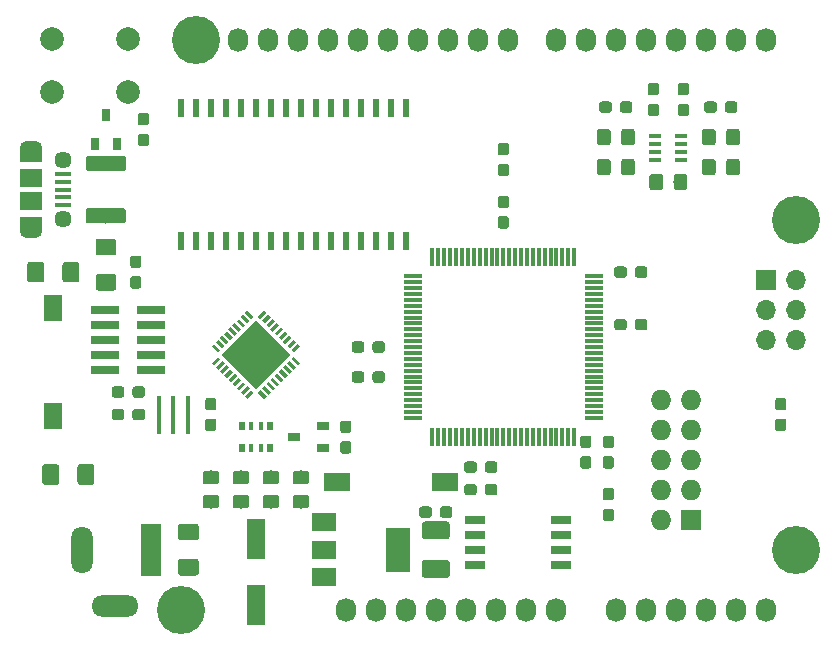
<source format=gts>
G04 #@! TF.GenerationSoftware,KiCad,Pcbnew,(5.0.0-3-g5ebb6b6)*
G04 #@! TF.CreationDate,2018-11-17T18:38:13+08:00*
G04 #@! TF.ProjectId,M1DKv1-A3P060,4D31444B76312D4133503036302E6B69,rev?*
G04 #@! TF.SameCoordinates,Original*
G04 #@! TF.FileFunction,Soldermask,Top*
G04 #@! TF.FilePolarity,Negative*
%FSLAX46Y46*%
G04 Gerber Fmt 4.6, Leading zero omitted, Abs format (unit mm)*
G04 Created by KiCad (PCBNEW (5.0.0-3-g5ebb6b6)) date 2018 November 17, Saturday 18:38:13*
%MOMM*%
%LPD*%
G01*
G04 APERTURE LIST*
%ADD10C,0.100000*%
%ADD11C,1.500000*%
%ADD12R,0.600000X1.600000*%
%ADD13R,2.400000X0.740000*%
%ADD14C,1.150000*%
%ADD15O,1.727200X2.032000*%
%ADD16C,4.064000*%
%ADD17R,1.700000X1.700000*%
%ADD18O,1.700000X1.700000*%
%ADD19C,0.950000*%
%ADD20R,1.727200X1.727200*%
%ADD21O,1.727200X1.727200*%
%ADD22R,1.500000X0.300000*%
%ADD23R,0.300000X1.500000*%
%ADD24R,1.060000X0.400000*%
%ADD25C,0.300000*%
%ADD26C,4.100000*%
%ADD27C,1.425000*%
%ADD28C,1.300000*%
%ADD29R,1.900000X1.500000*%
%ADD30C,1.450000*%
%ADD31R,1.350000X0.400000*%
%ADD32O,1.900000X1.200000*%
%ADD33R,1.900000X1.200000*%
%ADD34R,0.400000X3.200000*%
%ADD35R,1.700000X0.650000*%
%ADD36C,2.000000*%
%ADD37R,0.700000X1.000000*%
%ADD38R,1.000000X0.700000*%
%ADD39R,0.500000X0.800000*%
%ADD40R,0.400000X0.800000*%
%ADD41R,1.600000X2.180000*%
%ADD42R,2.180000X1.600000*%
%ADD43R,1.600000X3.500000*%
%ADD44O,4.000000X1.800000*%
%ADD45O,1.800000X4.000000*%
%ADD46R,1.800000X4.400000*%
%ADD47R,2.000000X3.800000*%
%ADD48R,2.000000X1.500000*%
G04 APERTURE END LIST*
D10*
G04 #@! TO.C,C16*
G36*
X147507504Y-119621204D02*
X147531773Y-119624804D01*
X147555571Y-119630765D01*
X147578671Y-119639030D01*
X147600849Y-119649520D01*
X147621893Y-119662133D01*
X147641598Y-119676747D01*
X147659777Y-119693223D01*
X147676253Y-119711402D01*
X147690867Y-119731107D01*
X147703480Y-119752151D01*
X147713970Y-119774329D01*
X147722235Y-119797429D01*
X147728196Y-119821227D01*
X147731796Y-119845496D01*
X147733000Y-119870000D01*
X147733000Y-120870000D01*
X147731796Y-120894504D01*
X147728196Y-120918773D01*
X147722235Y-120942571D01*
X147713970Y-120965671D01*
X147703480Y-120987849D01*
X147690867Y-121008893D01*
X147676253Y-121028598D01*
X147659777Y-121046777D01*
X147641598Y-121063253D01*
X147621893Y-121077867D01*
X147600849Y-121090480D01*
X147578671Y-121100970D01*
X147555571Y-121109235D01*
X147531773Y-121115196D01*
X147507504Y-121118796D01*
X147483000Y-121120000D01*
X145633000Y-121120000D01*
X145608496Y-121118796D01*
X145584227Y-121115196D01*
X145560429Y-121109235D01*
X145537329Y-121100970D01*
X145515151Y-121090480D01*
X145494107Y-121077867D01*
X145474402Y-121063253D01*
X145456223Y-121046777D01*
X145439747Y-121028598D01*
X145425133Y-121008893D01*
X145412520Y-120987849D01*
X145402030Y-120965671D01*
X145393765Y-120942571D01*
X145387804Y-120918773D01*
X145384204Y-120894504D01*
X145383000Y-120870000D01*
X145383000Y-119870000D01*
X145384204Y-119845496D01*
X145387804Y-119821227D01*
X145393765Y-119797429D01*
X145402030Y-119774329D01*
X145412520Y-119752151D01*
X145425133Y-119731107D01*
X145439747Y-119711402D01*
X145456223Y-119693223D01*
X145474402Y-119676747D01*
X145494107Y-119662133D01*
X145515151Y-119649520D01*
X145537329Y-119639030D01*
X145560429Y-119630765D01*
X145584227Y-119624804D01*
X145608496Y-119621204D01*
X145633000Y-119620000D01*
X147483000Y-119620000D01*
X147507504Y-119621204D01*
X147507504Y-119621204D01*
G37*
D11*
X146558000Y-120370000D03*
D10*
G36*
X147507504Y-116371204D02*
X147531773Y-116374804D01*
X147555571Y-116380765D01*
X147578671Y-116389030D01*
X147600849Y-116399520D01*
X147621893Y-116412133D01*
X147641598Y-116426747D01*
X147659777Y-116443223D01*
X147676253Y-116461402D01*
X147690867Y-116481107D01*
X147703480Y-116502151D01*
X147713970Y-116524329D01*
X147722235Y-116547429D01*
X147728196Y-116571227D01*
X147731796Y-116595496D01*
X147733000Y-116620000D01*
X147733000Y-117620000D01*
X147731796Y-117644504D01*
X147728196Y-117668773D01*
X147722235Y-117692571D01*
X147713970Y-117715671D01*
X147703480Y-117737849D01*
X147690867Y-117758893D01*
X147676253Y-117778598D01*
X147659777Y-117796777D01*
X147641598Y-117813253D01*
X147621893Y-117827867D01*
X147600849Y-117840480D01*
X147578671Y-117850970D01*
X147555571Y-117859235D01*
X147531773Y-117865196D01*
X147507504Y-117868796D01*
X147483000Y-117870000D01*
X145633000Y-117870000D01*
X145608496Y-117868796D01*
X145584227Y-117865196D01*
X145560429Y-117859235D01*
X145537329Y-117850970D01*
X145515151Y-117840480D01*
X145494107Y-117827867D01*
X145474402Y-117813253D01*
X145456223Y-117796777D01*
X145439747Y-117778598D01*
X145425133Y-117758893D01*
X145412520Y-117737849D01*
X145402030Y-117715671D01*
X145393765Y-117692571D01*
X145387804Y-117668773D01*
X145384204Y-117644504D01*
X145383000Y-117620000D01*
X145383000Y-116620000D01*
X145384204Y-116595496D01*
X145387804Y-116571227D01*
X145393765Y-116547429D01*
X145402030Y-116524329D01*
X145412520Y-116502151D01*
X145425133Y-116481107D01*
X145439747Y-116461402D01*
X145456223Y-116443223D01*
X145474402Y-116426747D01*
X145494107Y-116412133D01*
X145515151Y-116399520D01*
X145537329Y-116389030D01*
X145560429Y-116380765D01*
X145584227Y-116374804D01*
X145608496Y-116371204D01*
X145633000Y-116370000D01*
X147483000Y-116370000D01*
X147507504Y-116371204D01*
X147507504Y-116371204D01*
G37*
D11*
X146558000Y-117120000D03*
G04 #@! TD*
D12*
G04 #@! TO.C,U4*
X124968000Y-92595000D03*
X126238000Y-92595000D03*
X127508000Y-92595000D03*
X128778000Y-92595000D03*
X130048000Y-92595000D03*
X131318000Y-92595000D03*
X132588000Y-92595000D03*
X133868000Y-92595000D03*
X135118000Y-92595000D03*
X136398000Y-92595000D03*
X137668000Y-92595000D03*
X138938000Y-92595000D03*
X140208000Y-92595000D03*
X141478000Y-92595000D03*
X142748000Y-92595000D03*
X144018000Y-92595000D03*
X144018000Y-81395000D03*
X142748000Y-81395000D03*
X141478000Y-81395000D03*
X140208000Y-81395000D03*
X138938000Y-81395000D03*
X137668000Y-81395000D03*
X136398000Y-81395000D03*
X135118000Y-81395000D03*
X133868000Y-81395000D03*
X132588000Y-81395000D03*
X131318000Y-81395000D03*
X130048000Y-81395000D03*
X128778000Y-81395000D03*
X127508000Y-81395000D03*
X126238000Y-81395000D03*
X124968000Y-81395000D03*
G04 #@! TD*
D13*
G04 #@! TO.C,J3*
X118573000Y-98425000D03*
X122473000Y-98425000D03*
X118573000Y-99695000D03*
X122473000Y-99695000D03*
X118573000Y-100965000D03*
X122473000Y-100965000D03*
X118573000Y-102235000D03*
X122473000Y-102235000D03*
X118573000Y-103505000D03*
X122473000Y-103505000D03*
G04 #@! TD*
D10*
G04 #@! TO.C,C13*
G36*
X172062505Y-85661204D02*
X172086773Y-85664804D01*
X172110572Y-85670765D01*
X172133671Y-85679030D01*
X172155850Y-85689520D01*
X172176893Y-85702132D01*
X172196599Y-85716747D01*
X172214777Y-85733223D01*
X172231253Y-85751401D01*
X172245868Y-85771107D01*
X172258480Y-85792150D01*
X172268970Y-85814329D01*
X172277235Y-85837428D01*
X172283196Y-85861227D01*
X172286796Y-85885495D01*
X172288000Y-85909999D01*
X172288000Y-86810001D01*
X172286796Y-86834505D01*
X172283196Y-86858773D01*
X172277235Y-86882572D01*
X172268970Y-86905671D01*
X172258480Y-86927850D01*
X172245868Y-86948893D01*
X172231253Y-86968599D01*
X172214777Y-86986777D01*
X172196599Y-87003253D01*
X172176893Y-87017868D01*
X172155850Y-87030480D01*
X172133671Y-87040970D01*
X172110572Y-87049235D01*
X172086773Y-87055196D01*
X172062505Y-87058796D01*
X172038001Y-87060000D01*
X171387999Y-87060000D01*
X171363495Y-87058796D01*
X171339227Y-87055196D01*
X171315428Y-87049235D01*
X171292329Y-87040970D01*
X171270150Y-87030480D01*
X171249107Y-87017868D01*
X171229401Y-87003253D01*
X171211223Y-86986777D01*
X171194747Y-86968599D01*
X171180132Y-86948893D01*
X171167520Y-86927850D01*
X171157030Y-86905671D01*
X171148765Y-86882572D01*
X171142804Y-86858773D01*
X171139204Y-86834505D01*
X171138000Y-86810001D01*
X171138000Y-85909999D01*
X171139204Y-85885495D01*
X171142804Y-85861227D01*
X171148765Y-85837428D01*
X171157030Y-85814329D01*
X171167520Y-85792150D01*
X171180132Y-85771107D01*
X171194747Y-85751401D01*
X171211223Y-85733223D01*
X171229401Y-85716747D01*
X171249107Y-85702132D01*
X171270150Y-85689520D01*
X171292329Y-85679030D01*
X171315428Y-85670765D01*
X171339227Y-85664804D01*
X171363495Y-85661204D01*
X171387999Y-85660000D01*
X172038001Y-85660000D01*
X172062505Y-85661204D01*
X172062505Y-85661204D01*
G37*
D14*
X171713000Y-86360000D03*
D10*
G36*
X170012505Y-85661204D02*
X170036773Y-85664804D01*
X170060572Y-85670765D01*
X170083671Y-85679030D01*
X170105850Y-85689520D01*
X170126893Y-85702132D01*
X170146599Y-85716747D01*
X170164777Y-85733223D01*
X170181253Y-85751401D01*
X170195868Y-85771107D01*
X170208480Y-85792150D01*
X170218970Y-85814329D01*
X170227235Y-85837428D01*
X170233196Y-85861227D01*
X170236796Y-85885495D01*
X170238000Y-85909999D01*
X170238000Y-86810001D01*
X170236796Y-86834505D01*
X170233196Y-86858773D01*
X170227235Y-86882572D01*
X170218970Y-86905671D01*
X170208480Y-86927850D01*
X170195868Y-86948893D01*
X170181253Y-86968599D01*
X170164777Y-86986777D01*
X170146599Y-87003253D01*
X170126893Y-87017868D01*
X170105850Y-87030480D01*
X170083671Y-87040970D01*
X170060572Y-87049235D01*
X170036773Y-87055196D01*
X170012505Y-87058796D01*
X169988001Y-87060000D01*
X169337999Y-87060000D01*
X169313495Y-87058796D01*
X169289227Y-87055196D01*
X169265428Y-87049235D01*
X169242329Y-87040970D01*
X169220150Y-87030480D01*
X169199107Y-87017868D01*
X169179401Y-87003253D01*
X169161223Y-86986777D01*
X169144747Y-86968599D01*
X169130132Y-86948893D01*
X169117520Y-86927850D01*
X169107030Y-86905671D01*
X169098765Y-86882572D01*
X169092804Y-86858773D01*
X169089204Y-86834505D01*
X169088000Y-86810001D01*
X169088000Y-85909999D01*
X169089204Y-85885495D01*
X169092804Y-85861227D01*
X169098765Y-85837428D01*
X169107030Y-85814329D01*
X169117520Y-85792150D01*
X169130132Y-85771107D01*
X169144747Y-85751401D01*
X169161223Y-85733223D01*
X169179401Y-85716747D01*
X169199107Y-85702132D01*
X169220150Y-85689520D01*
X169242329Y-85679030D01*
X169265428Y-85670765D01*
X169289227Y-85664804D01*
X169313495Y-85661204D01*
X169337999Y-85660000D01*
X169988001Y-85660000D01*
X170012505Y-85661204D01*
X170012505Y-85661204D01*
G37*
D14*
X169663000Y-86360000D03*
G04 #@! TD*
D15*
G04 #@! TO.C,P1*
X138938000Y-123825000D03*
X141478000Y-123825000D03*
X144018000Y-123825000D03*
X146558000Y-123825000D03*
X149098000Y-123825000D03*
X151638000Y-123825000D03*
X154178000Y-123825000D03*
X156718000Y-123825000D03*
G04 #@! TD*
G04 #@! TO.C,P2*
X161798000Y-123825000D03*
X164338000Y-123825000D03*
X166878000Y-123825000D03*
X169418000Y-123825000D03*
X171958000Y-123825000D03*
X174498000Y-123825000D03*
G04 #@! TD*
G04 #@! TO.C,P3*
X129794000Y-75565000D03*
X132334000Y-75565000D03*
X134874000Y-75565000D03*
X137414000Y-75565000D03*
X139954000Y-75565000D03*
X142494000Y-75565000D03*
X145034000Y-75565000D03*
X147574000Y-75565000D03*
X150114000Y-75565000D03*
X152654000Y-75565000D03*
G04 #@! TD*
G04 #@! TO.C,P4*
X156718000Y-75565000D03*
X159258000Y-75565000D03*
X161798000Y-75565000D03*
X164338000Y-75565000D03*
X166878000Y-75565000D03*
X169418000Y-75565000D03*
X171958000Y-75565000D03*
X174498000Y-75565000D03*
G04 #@! TD*
D16*
G04 #@! TO.C,P5*
X124968000Y-123825000D03*
G04 #@! TD*
G04 #@! TO.C,P6*
X177038000Y-118745000D03*
G04 #@! TD*
G04 #@! TO.C,P7*
X126238000Y-75565000D03*
G04 #@! TD*
G04 #@! TO.C,P8*
X177038000Y-90805000D03*
G04 #@! TD*
D17*
G04 #@! TO.C,J1*
X174498000Y-95885000D03*
D18*
X177038000Y-95885000D03*
X174498000Y-98425000D03*
X177038000Y-98425000D03*
X174498000Y-100965000D03*
X177038000Y-100965000D03*
G04 #@! TD*
D10*
G04 #@! TO.C,C1*
G36*
X161423779Y-109091144D02*
X161446834Y-109094563D01*
X161469443Y-109100227D01*
X161491387Y-109108079D01*
X161512457Y-109118044D01*
X161532448Y-109130026D01*
X161551168Y-109143910D01*
X161568438Y-109159562D01*
X161584090Y-109176832D01*
X161597974Y-109195552D01*
X161609956Y-109215543D01*
X161619921Y-109236613D01*
X161627773Y-109258557D01*
X161633437Y-109281166D01*
X161636856Y-109304221D01*
X161638000Y-109327500D01*
X161638000Y-109902500D01*
X161636856Y-109925779D01*
X161633437Y-109948834D01*
X161627773Y-109971443D01*
X161619921Y-109993387D01*
X161609956Y-110014457D01*
X161597974Y-110034448D01*
X161584090Y-110053168D01*
X161568438Y-110070438D01*
X161551168Y-110086090D01*
X161532448Y-110099974D01*
X161512457Y-110111956D01*
X161491387Y-110121921D01*
X161469443Y-110129773D01*
X161446834Y-110135437D01*
X161423779Y-110138856D01*
X161400500Y-110140000D01*
X160925500Y-110140000D01*
X160902221Y-110138856D01*
X160879166Y-110135437D01*
X160856557Y-110129773D01*
X160834613Y-110121921D01*
X160813543Y-110111956D01*
X160793552Y-110099974D01*
X160774832Y-110086090D01*
X160757562Y-110070438D01*
X160741910Y-110053168D01*
X160728026Y-110034448D01*
X160716044Y-110014457D01*
X160706079Y-109993387D01*
X160698227Y-109971443D01*
X160692563Y-109948834D01*
X160689144Y-109925779D01*
X160688000Y-109902500D01*
X160688000Y-109327500D01*
X160689144Y-109304221D01*
X160692563Y-109281166D01*
X160698227Y-109258557D01*
X160706079Y-109236613D01*
X160716044Y-109215543D01*
X160728026Y-109195552D01*
X160741910Y-109176832D01*
X160757562Y-109159562D01*
X160774832Y-109143910D01*
X160793552Y-109130026D01*
X160813543Y-109118044D01*
X160834613Y-109108079D01*
X160856557Y-109100227D01*
X160879166Y-109094563D01*
X160902221Y-109091144D01*
X160925500Y-109090000D01*
X161400500Y-109090000D01*
X161423779Y-109091144D01*
X161423779Y-109091144D01*
G37*
D19*
X161163000Y-109615000D03*
D10*
G36*
X161423779Y-110841144D02*
X161446834Y-110844563D01*
X161469443Y-110850227D01*
X161491387Y-110858079D01*
X161512457Y-110868044D01*
X161532448Y-110880026D01*
X161551168Y-110893910D01*
X161568438Y-110909562D01*
X161584090Y-110926832D01*
X161597974Y-110945552D01*
X161609956Y-110965543D01*
X161619921Y-110986613D01*
X161627773Y-111008557D01*
X161633437Y-111031166D01*
X161636856Y-111054221D01*
X161638000Y-111077500D01*
X161638000Y-111652500D01*
X161636856Y-111675779D01*
X161633437Y-111698834D01*
X161627773Y-111721443D01*
X161619921Y-111743387D01*
X161609956Y-111764457D01*
X161597974Y-111784448D01*
X161584090Y-111803168D01*
X161568438Y-111820438D01*
X161551168Y-111836090D01*
X161532448Y-111849974D01*
X161512457Y-111861956D01*
X161491387Y-111871921D01*
X161469443Y-111879773D01*
X161446834Y-111885437D01*
X161423779Y-111888856D01*
X161400500Y-111890000D01*
X160925500Y-111890000D01*
X160902221Y-111888856D01*
X160879166Y-111885437D01*
X160856557Y-111879773D01*
X160834613Y-111871921D01*
X160813543Y-111861956D01*
X160793552Y-111849974D01*
X160774832Y-111836090D01*
X160757562Y-111820438D01*
X160741910Y-111803168D01*
X160728026Y-111784448D01*
X160716044Y-111764457D01*
X160706079Y-111743387D01*
X160698227Y-111721443D01*
X160692563Y-111698834D01*
X160689144Y-111675779D01*
X160688000Y-111652500D01*
X160688000Y-111077500D01*
X160689144Y-111054221D01*
X160692563Y-111031166D01*
X160698227Y-111008557D01*
X160706079Y-110986613D01*
X160716044Y-110965543D01*
X160728026Y-110945552D01*
X160741910Y-110926832D01*
X160757562Y-110909562D01*
X160774832Y-110893910D01*
X160793552Y-110880026D01*
X160813543Y-110868044D01*
X160834613Y-110858079D01*
X160856557Y-110850227D01*
X160879166Y-110844563D01*
X160902221Y-110841144D01*
X160925500Y-110840000D01*
X161400500Y-110840000D01*
X161423779Y-110841144D01*
X161423779Y-110841144D01*
G37*
D19*
X161163000Y-111365000D03*
G04 #@! TD*
D20*
G04 #@! TO.C,J2*
X168148000Y-116205000D03*
D21*
X165608000Y-116205000D03*
X168148000Y-113665000D03*
X165608000Y-113665000D03*
X168148000Y-111125000D03*
X165608000Y-111125000D03*
X168148000Y-108585000D03*
X165608000Y-108585000D03*
X168148000Y-106045000D03*
X165608000Y-106045000D03*
G04 #@! TD*
D10*
G04 #@! TO.C,R1*
G36*
X176028779Y-107666144D02*
X176051834Y-107669563D01*
X176074443Y-107675227D01*
X176096387Y-107683079D01*
X176117457Y-107693044D01*
X176137448Y-107705026D01*
X176156168Y-107718910D01*
X176173438Y-107734562D01*
X176189090Y-107751832D01*
X176202974Y-107770552D01*
X176214956Y-107790543D01*
X176224921Y-107811613D01*
X176232773Y-107833557D01*
X176238437Y-107856166D01*
X176241856Y-107879221D01*
X176243000Y-107902500D01*
X176243000Y-108477500D01*
X176241856Y-108500779D01*
X176238437Y-108523834D01*
X176232773Y-108546443D01*
X176224921Y-108568387D01*
X176214956Y-108589457D01*
X176202974Y-108609448D01*
X176189090Y-108628168D01*
X176173438Y-108645438D01*
X176156168Y-108661090D01*
X176137448Y-108674974D01*
X176117457Y-108686956D01*
X176096387Y-108696921D01*
X176074443Y-108704773D01*
X176051834Y-108710437D01*
X176028779Y-108713856D01*
X176005500Y-108715000D01*
X175530500Y-108715000D01*
X175507221Y-108713856D01*
X175484166Y-108710437D01*
X175461557Y-108704773D01*
X175439613Y-108696921D01*
X175418543Y-108686956D01*
X175398552Y-108674974D01*
X175379832Y-108661090D01*
X175362562Y-108645438D01*
X175346910Y-108628168D01*
X175333026Y-108609448D01*
X175321044Y-108589457D01*
X175311079Y-108568387D01*
X175303227Y-108546443D01*
X175297563Y-108523834D01*
X175294144Y-108500779D01*
X175293000Y-108477500D01*
X175293000Y-107902500D01*
X175294144Y-107879221D01*
X175297563Y-107856166D01*
X175303227Y-107833557D01*
X175311079Y-107811613D01*
X175321044Y-107790543D01*
X175333026Y-107770552D01*
X175346910Y-107751832D01*
X175362562Y-107734562D01*
X175379832Y-107718910D01*
X175398552Y-107705026D01*
X175418543Y-107693044D01*
X175439613Y-107683079D01*
X175461557Y-107675227D01*
X175484166Y-107669563D01*
X175507221Y-107666144D01*
X175530500Y-107665000D01*
X176005500Y-107665000D01*
X176028779Y-107666144D01*
X176028779Y-107666144D01*
G37*
D19*
X175768000Y-108190000D03*
D10*
G36*
X176028779Y-105916144D02*
X176051834Y-105919563D01*
X176074443Y-105925227D01*
X176096387Y-105933079D01*
X176117457Y-105943044D01*
X176137448Y-105955026D01*
X176156168Y-105968910D01*
X176173438Y-105984562D01*
X176189090Y-106001832D01*
X176202974Y-106020552D01*
X176214956Y-106040543D01*
X176224921Y-106061613D01*
X176232773Y-106083557D01*
X176238437Y-106106166D01*
X176241856Y-106129221D01*
X176243000Y-106152500D01*
X176243000Y-106727500D01*
X176241856Y-106750779D01*
X176238437Y-106773834D01*
X176232773Y-106796443D01*
X176224921Y-106818387D01*
X176214956Y-106839457D01*
X176202974Y-106859448D01*
X176189090Y-106878168D01*
X176173438Y-106895438D01*
X176156168Y-106911090D01*
X176137448Y-106924974D01*
X176117457Y-106936956D01*
X176096387Y-106946921D01*
X176074443Y-106954773D01*
X176051834Y-106960437D01*
X176028779Y-106963856D01*
X176005500Y-106965000D01*
X175530500Y-106965000D01*
X175507221Y-106963856D01*
X175484166Y-106960437D01*
X175461557Y-106954773D01*
X175439613Y-106946921D01*
X175418543Y-106936956D01*
X175398552Y-106924974D01*
X175379832Y-106911090D01*
X175362562Y-106895438D01*
X175346910Y-106878168D01*
X175333026Y-106859448D01*
X175321044Y-106839457D01*
X175311079Y-106818387D01*
X175303227Y-106796443D01*
X175297563Y-106773834D01*
X175294144Y-106750779D01*
X175293000Y-106727500D01*
X175293000Y-106152500D01*
X175294144Y-106129221D01*
X175297563Y-106106166D01*
X175303227Y-106083557D01*
X175311079Y-106061613D01*
X175321044Y-106040543D01*
X175333026Y-106020552D01*
X175346910Y-106001832D01*
X175362562Y-105984562D01*
X175379832Y-105968910D01*
X175398552Y-105955026D01*
X175418543Y-105943044D01*
X175439613Y-105933079D01*
X175461557Y-105925227D01*
X175484166Y-105919563D01*
X175507221Y-105916144D01*
X175530500Y-105915000D01*
X176005500Y-105915000D01*
X176028779Y-105916144D01*
X176028779Y-105916144D01*
G37*
D19*
X175768000Y-106440000D03*
G04 #@! TD*
D10*
G04 #@! TO.C,R2*
G36*
X161423779Y-115286144D02*
X161446834Y-115289563D01*
X161469443Y-115295227D01*
X161491387Y-115303079D01*
X161512457Y-115313044D01*
X161532448Y-115325026D01*
X161551168Y-115338910D01*
X161568438Y-115354562D01*
X161584090Y-115371832D01*
X161597974Y-115390552D01*
X161609956Y-115410543D01*
X161619921Y-115431613D01*
X161627773Y-115453557D01*
X161633437Y-115476166D01*
X161636856Y-115499221D01*
X161638000Y-115522500D01*
X161638000Y-116097500D01*
X161636856Y-116120779D01*
X161633437Y-116143834D01*
X161627773Y-116166443D01*
X161619921Y-116188387D01*
X161609956Y-116209457D01*
X161597974Y-116229448D01*
X161584090Y-116248168D01*
X161568438Y-116265438D01*
X161551168Y-116281090D01*
X161532448Y-116294974D01*
X161512457Y-116306956D01*
X161491387Y-116316921D01*
X161469443Y-116324773D01*
X161446834Y-116330437D01*
X161423779Y-116333856D01*
X161400500Y-116335000D01*
X160925500Y-116335000D01*
X160902221Y-116333856D01*
X160879166Y-116330437D01*
X160856557Y-116324773D01*
X160834613Y-116316921D01*
X160813543Y-116306956D01*
X160793552Y-116294974D01*
X160774832Y-116281090D01*
X160757562Y-116265438D01*
X160741910Y-116248168D01*
X160728026Y-116229448D01*
X160716044Y-116209457D01*
X160706079Y-116188387D01*
X160698227Y-116166443D01*
X160692563Y-116143834D01*
X160689144Y-116120779D01*
X160688000Y-116097500D01*
X160688000Y-115522500D01*
X160689144Y-115499221D01*
X160692563Y-115476166D01*
X160698227Y-115453557D01*
X160706079Y-115431613D01*
X160716044Y-115410543D01*
X160728026Y-115390552D01*
X160741910Y-115371832D01*
X160757562Y-115354562D01*
X160774832Y-115338910D01*
X160793552Y-115325026D01*
X160813543Y-115313044D01*
X160834613Y-115303079D01*
X160856557Y-115295227D01*
X160879166Y-115289563D01*
X160902221Y-115286144D01*
X160925500Y-115285000D01*
X161400500Y-115285000D01*
X161423779Y-115286144D01*
X161423779Y-115286144D01*
G37*
D19*
X161163000Y-115810000D03*
D10*
G36*
X161423779Y-113536144D02*
X161446834Y-113539563D01*
X161469443Y-113545227D01*
X161491387Y-113553079D01*
X161512457Y-113563044D01*
X161532448Y-113575026D01*
X161551168Y-113588910D01*
X161568438Y-113604562D01*
X161584090Y-113621832D01*
X161597974Y-113640552D01*
X161609956Y-113660543D01*
X161619921Y-113681613D01*
X161627773Y-113703557D01*
X161633437Y-113726166D01*
X161636856Y-113749221D01*
X161638000Y-113772500D01*
X161638000Y-114347500D01*
X161636856Y-114370779D01*
X161633437Y-114393834D01*
X161627773Y-114416443D01*
X161619921Y-114438387D01*
X161609956Y-114459457D01*
X161597974Y-114479448D01*
X161584090Y-114498168D01*
X161568438Y-114515438D01*
X161551168Y-114531090D01*
X161532448Y-114544974D01*
X161512457Y-114556956D01*
X161491387Y-114566921D01*
X161469443Y-114574773D01*
X161446834Y-114580437D01*
X161423779Y-114583856D01*
X161400500Y-114585000D01*
X160925500Y-114585000D01*
X160902221Y-114583856D01*
X160879166Y-114580437D01*
X160856557Y-114574773D01*
X160834613Y-114566921D01*
X160813543Y-114556956D01*
X160793552Y-114544974D01*
X160774832Y-114531090D01*
X160757562Y-114515438D01*
X160741910Y-114498168D01*
X160728026Y-114479448D01*
X160716044Y-114459457D01*
X160706079Y-114438387D01*
X160698227Y-114416443D01*
X160692563Y-114393834D01*
X160689144Y-114370779D01*
X160688000Y-114347500D01*
X160688000Y-113772500D01*
X160689144Y-113749221D01*
X160692563Y-113726166D01*
X160698227Y-113703557D01*
X160706079Y-113681613D01*
X160716044Y-113660543D01*
X160728026Y-113640552D01*
X160741910Y-113621832D01*
X160757562Y-113604562D01*
X160774832Y-113588910D01*
X160793552Y-113575026D01*
X160813543Y-113563044D01*
X160834613Y-113553079D01*
X160856557Y-113545227D01*
X160879166Y-113539563D01*
X160902221Y-113536144D01*
X160925500Y-113535000D01*
X161400500Y-113535000D01*
X161423779Y-113536144D01*
X161423779Y-113536144D01*
G37*
D19*
X161163000Y-114060000D03*
G04 #@! TD*
D22*
G04 #@! TO.C,U1*
X144623000Y-95600000D03*
X144623000Y-96100000D03*
X144623000Y-96600000D03*
X144623000Y-97100000D03*
X144623000Y-97600000D03*
X144623000Y-98100000D03*
X144623000Y-98600000D03*
X144623000Y-99100000D03*
X144623000Y-99600000D03*
X144623000Y-100100000D03*
X144623000Y-100600000D03*
X144623000Y-101100000D03*
X144623000Y-101600000D03*
X144623000Y-102100000D03*
X144623000Y-102600000D03*
X144623000Y-103100000D03*
X144623000Y-103600000D03*
X144623000Y-104100000D03*
X144623000Y-104600000D03*
X144623000Y-105100000D03*
X144623000Y-105600000D03*
X144623000Y-106100000D03*
X144623000Y-106600000D03*
X144623000Y-107100000D03*
X144623000Y-107600000D03*
D23*
X146273000Y-109250000D03*
X146773000Y-109250000D03*
X147273000Y-109250000D03*
X147773000Y-109250000D03*
X148273000Y-109250000D03*
X148773000Y-109250000D03*
X149273000Y-109250000D03*
X149773000Y-109250000D03*
X150273000Y-109250000D03*
X150773000Y-109250000D03*
X151273000Y-109250000D03*
X151773000Y-109250000D03*
X152273000Y-109250000D03*
X152773000Y-109250000D03*
X153273000Y-109250000D03*
X153773000Y-109250000D03*
X154273000Y-109250000D03*
X154773000Y-109250000D03*
X155273000Y-109250000D03*
X155773000Y-109250000D03*
X156273000Y-109250000D03*
X156773000Y-109250000D03*
X157273000Y-109250000D03*
X157773000Y-109250000D03*
X158273000Y-109250000D03*
D22*
X159923000Y-107600000D03*
X159923000Y-107100000D03*
X159923000Y-106600000D03*
X159923000Y-106100000D03*
X159923000Y-105600000D03*
X159923000Y-105100000D03*
X159923000Y-104600000D03*
X159923000Y-104100000D03*
X159923000Y-103600000D03*
X159923000Y-103100000D03*
X159923000Y-102600000D03*
X159923000Y-102100000D03*
X159923000Y-101600000D03*
X159923000Y-101100000D03*
X159923000Y-100600000D03*
X159923000Y-100100000D03*
X159923000Y-99600000D03*
X159923000Y-99100000D03*
X159923000Y-98600000D03*
X159923000Y-98100000D03*
X159923000Y-97600000D03*
X159923000Y-97100000D03*
X159923000Y-96600000D03*
X159923000Y-96100000D03*
X159923000Y-95600000D03*
D23*
X158273000Y-93950000D03*
X157773000Y-93950000D03*
X157273000Y-93950000D03*
X156773000Y-93950000D03*
X156273000Y-93950000D03*
X155773000Y-93950000D03*
X155273000Y-93950000D03*
X154773000Y-93950000D03*
X154273000Y-93950000D03*
X153773000Y-93950000D03*
X153273000Y-93950000D03*
X152773000Y-93950000D03*
X152273000Y-93950000D03*
X151773000Y-93950000D03*
X151273000Y-93950000D03*
X150773000Y-93950000D03*
X150273000Y-93950000D03*
X149773000Y-93950000D03*
X149273000Y-93950000D03*
X148773000Y-93950000D03*
X148273000Y-93950000D03*
X147773000Y-93950000D03*
X147273000Y-93950000D03*
X146773000Y-93950000D03*
X146273000Y-93950000D03*
G04 #@! TD*
D10*
G04 #@! TO.C,C2*
G36*
X140278779Y-101126144D02*
X140301834Y-101129563D01*
X140324443Y-101135227D01*
X140346387Y-101143079D01*
X140367457Y-101153044D01*
X140387448Y-101165026D01*
X140406168Y-101178910D01*
X140423438Y-101194562D01*
X140439090Y-101211832D01*
X140452974Y-101230552D01*
X140464956Y-101250543D01*
X140474921Y-101271613D01*
X140482773Y-101293557D01*
X140488437Y-101316166D01*
X140491856Y-101339221D01*
X140493000Y-101362500D01*
X140493000Y-101837500D01*
X140491856Y-101860779D01*
X140488437Y-101883834D01*
X140482773Y-101906443D01*
X140474921Y-101928387D01*
X140464956Y-101949457D01*
X140452974Y-101969448D01*
X140439090Y-101988168D01*
X140423438Y-102005438D01*
X140406168Y-102021090D01*
X140387448Y-102034974D01*
X140367457Y-102046956D01*
X140346387Y-102056921D01*
X140324443Y-102064773D01*
X140301834Y-102070437D01*
X140278779Y-102073856D01*
X140255500Y-102075000D01*
X139680500Y-102075000D01*
X139657221Y-102073856D01*
X139634166Y-102070437D01*
X139611557Y-102064773D01*
X139589613Y-102056921D01*
X139568543Y-102046956D01*
X139548552Y-102034974D01*
X139529832Y-102021090D01*
X139512562Y-102005438D01*
X139496910Y-101988168D01*
X139483026Y-101969448D01*
X139471044Y-101949457D01*
X139461079Y-101928387D01*
X139453227Y-101906443D01*
X139447563Y-101883834D01*
X139444144Y-101860779D01*
X139443000Y-101837500D01*
X139443000Y-101362500D01*
X139444144Y-101339221D01*
X139447563Y-101316166D01*
X139453227Y-101293557D01*
X139461079Y-101271613D01*
X139471044Y-101250543D01*
X139483026Y-101230552D01*
X139496910Y-101211832D01*
X139512562Y-101194562D01*
X139529832Y-101178910D01*
X139548552Y-101165026D01*
X139568543Y-101153044D01*
X139589613Y-101143079D01*
X139611557Y-101135227D01*
X139634166Y-101129563D01*
X139657221Y-101126144D01*
X139680500Y-101125000D01*
X140255500Y-101125000D01*
X140278779Y-101126144D01*
X140278779Y-101126144D01*
G37*
D19*
X139968000Y-101600000D03*
D10*
G36*
X142028779Y-101126144D02*
X142051834Y-101129563D01*
X142074443Y-101135227D01*
X142096387Y-101143079D01*
X142117457Y-101153044D01*
X142137448Y-101165026D01*
X142156168Y-101178910D01*
X142173438Y-101194562D01*
X142189090Y-101211832D01*
X142202974Y-101230552D01*
X142214956Y-101250543D01*
X142224921Y-101271613D01*
X142232773Y-101293557D01*
X142238437Y-101316166D01*
X142241856Y-101339221D01*
X142243000Y-101362500D01*
X142243000Y-101837500D01*
X142241856Y-101860779D01*
X142238437Y-101883834D01*
X142232773Y-101906443D01*
X142224921Y-101928387D01*
X142214956Y-101949457D01*
X142202974Y-101969448D01*
X142189090Y-101988168D01*
X142173438Y-102005438D01*
X142156168Y-102021090D01*
X142137448Y-102034974D01*
X142117457Y-102046956D01*
X142096387Y-102056921D01*
X142074443Y-102064773D01*
X142051834Y-102070437D01*
X142028779Y-102073856D01*
X142005500Y-102075000D01*
X141430500Y-102075000D01*
X141407221Y-102073856D01*
X141384166Y-102070437D01*
X141361557Y-102064773D01*
X141339613Y-102056921D01*
X141318543Y-102046956D01*
X141298552Y-102034974D01*
X141279832Y-102021090D01*
X141262562Y-102005438D01*
X141246910Y-101988168D01*
X141233026Y-101969448D01*
X141221044Y-101949457D01*
X141211079Y-101928387D01*
X141203227Y-101906443D01*
X141197563Y-101883834D01*
X141194144Y-101860779D01*
X141193000Y-101837500D01*
X141193000Y-101362500D01*
X141194144Y-101339221D01*
X141197563Y-101316166D01*
X141203227Y-101293557D01*
X141211079Y-101271613D01*
X141221044Y-101250543D01*
X141233026Y-101230552D01*
X141246910Y-101211832D01*
X141262562Y-101194562D01*
X141279832Y-101178910D01*
X141298552Y-101165026D01*
X141318543Y-101153044D01*
X141339613Y-101143079D01*
X141361557Y-101135227D01*
X141384166Y-101129563D01*
X141407221Y-101126144D01*
X141430500Y-101125000D01*
X142005500Y-101125000D01*
X142028779Y-101126144D01*
X142028779Y-101126144D01*
G37*
D19*
X141718000Y-101600000D03*
G04 #@! TD*
D10*
G04 #@! TO.C,C3*
G36*
X162503779Y-99221144D02*
X162526834Y-99224563D01*
X162549443Y-99230227D01*
X162571387Y-99238079D01*
X162592457Y-99248044D01*
X162612448Y-99260026D01*
X162631168Y-99273910D01*
X162648438Y-99289562D01*
X162664090Y-99306832D01*
X162677974Y-99325552D01*
X162689956Y-99345543D01*
X162699921Y-99366613D01*
X162707773Y-99388557D01*
X162713437Y-99411166D01*
X162716856Y-99434221D01*
X162718000Y-99457500D01*
X162718000Y-99932500D01*
X162716856Y-99955779D01*
X162713437Y-99978834D01*
X162707773Y-100001443D01*
X162699921Y-100023387D01*
X162689956Y-100044457D01*
X162677974Y-100064448D01*
X162664090Y-100083168D01*
X162648438Y-100100438D01*
X162631168Y-100116090D01*
X162612448Y-100129974D01*
X162592457Y-100141956D01*
X162571387Y-100151921D01*
X162549443Y-100159773D01*
X162526834Y-100165437D01*
X162503779Y-100168856D01*
X162480500Y-100170000D01*
X161905500Y-100170000D01*
X161882221Y-100168856D01*
X161859166Y-100165437D01*
X161836557Y-100159773D01*
X161814613Y-100151921D01*
X161793543Y-100141956D01*
X161773552Y-100129974D01*
X161754832Y-100116090D01*
X161737562Y-100100438D01*
X161721910Y-100083168D01*
X161708026Y-100064448D01*
X161696044Y-100044457D01*
X161686079Y-100023387D01*
X161678227Y-100001443D01*
X161672563Y-99978834D01*
X161669144Y-99955779D01*
X161668000Y-99932500D01*
X161668000Y-99457500D01*
X161669144Y-99434221D01*
X161672563Y-99411166D01*
X161678227Y-99388557D01*
X161686079Y-99366613D01*
X161696044Y-99345543D01*
X161708026Y-99325552D01*
X161721910Y-99306832D01*
X161737562Y-99289562D01*
X161754832Y-99273910D01*
X161773552Y-99260026D01*
X161793543Y-99248044D01*
X161814613Y-99238079D01*
X161836557Y-99230227D01*
X161859166Y-99224563D01*
X161882221Y-99221144D01*
X161905500Y-99220000D01*
X162480500Y-99220000D01*
X162503779Y-99221144D01*
X162503779Y-99221144D01*
G37*
D19*
X162193000Y-99695000D03*
D10*
G36*
X164253779Y-99221144D02*
X164276834Y-99224563D01*
X164299443Y-99230227D01*
X164321387Y-99238079D01*
X164342457Y-99248044D01*
X164362448Y-99260026D01*
X164381168Y-99273910D01*
X164398438Y-99289562D01*
X164414090Y-99306832D01*
X164427974Y-99325552D01*
X164439956Y-99345543D01*
X164449921Y-99366613D01*
X164457773Y-99388557D01*
X164463437Y-99411166D01*
X164466856Y-99434221D01*
X164468000Y-99457500D01*
X164468000Y-99932500D01*
X164466856Y-99955779D01*
X164463437Y-99978834D01*
X164457773Y-100001443D01*
X164449921Y-100023387D01*
X164439956Y-100044457D01*
X164427974Y-100064448D01*
X164414090Y-100083168D01*
X164398438Y-100100438D01*
X164381168Y-100116090D01*
X164362448Y-100129974D01*
X164342457Y-100141956D01*
X164321387Y-100151921D01*
X164299443Y-100159773D01*
X164276834Y-100165437D01*
X164253779Y-100168856D01*
X164230500Y-100170000D01*
X163655500Y-100170000D01*
X163632221Y-100168856D01*
X163609166Y-100165437D01*
X163586557Y-100159773D01*
X163564613Y-100151921D01*
X163543543Y-100141956D01*
X163523552Y-100129974D01*
X163504832Y-100116090D01*
X163487562Y-100100438D01*
X163471910Y-100083168D01*
X163458026Y-100064448D01*
X163446044Y-100044457D01*
X163436079Y-100023387D01*
X163428227Y-100001443D01*
X163422563Y-99978834D01*
X163419144Y-99955779D01*
X163418000Y-99932500D01*
X163418000Y-99457500D01*
X163419144Y-99434221D01*
X163422563Y-99411166D01*
X163428227Y-99388557D01*
X163436079Y-99366613D01*
X163446044Y-99345543D01*
X163458026Y-99325552D01*
X163471910Y-99306832D01*
X163487562Y-99289562D01*
X163504832Y-99273910D01*
X163523552Y-99260026D01*
X163543543Y-99248044D01*
X163564613Y-99238079D01*
X163586557Y-99230227D01*
X163609166Y-99224563D01*
X163632221Y-99221144D01*
X163655500Y-99220000D01*
X164230500Y-99220000D01*
X164253779Y-99221144D01*
X164253779Y-99221144D01*
G37*
D19*
X163943000Y-99695000D03*
G04 #@! TD*
D10*
G04 #@! TO.C,C4*
G36*
X152533779Y-84326144D02*
X152556834Y-84329563D01*
X152579443Y-84335227D01*
X152601387Y-84343079D01*
X152622457Y-84353044D01*
X152642448Y-84365026D01*
X152661168Y-84378910D01*
X152678438Y-84394562D01*
X152694090Y-84411832D01*
X152707974Y-84430552D01*
X152719956Y-84450543D01*
X152729921Y-84471613D01*
X152737773Y-84493557D01*
X152743437Y-84516166D01*
X152746856Y-84539221D01*
X152748000Y-84562500D01*
X152748000Y-85137500D01*
X152746856Y-85160779D01*
X152743437Y-85183834D01*
X152737773Y-85206443D01*
X152729921Y-85228387D01*
X152719956Y-85249457D01*
X152707974Y-85269448D01*
X152694090Y-85288168D01*
X152678438Y-85305438D01*
X152661168Y-85321090D01*
X152642448Y-85334974D01*
X152622457Y-85346956D01*
X152601387Y-85356921D01*
X152579443Y-85364773D01*
X152556834Y-85370437D01*
X152533779Y-85373856D01*
X152510500Y-85375000D01*
X152035500Y-85375000D01*
X152012221Y-85373856D01*
X151989166Y-85370437D01*
X151966557Y-85364773D01*
X151944613Y-85356921D01*
X151923543Y-85346956D01*
X151903552Y-85334974D01*
X151884832Y-85321090D01*
X151867562Y-85305438D01*
X151851910Y-85288168D01*
X151838026Y-85269448D01*
X151826044Y-85249457D01*
X151816079Y-85228387D01*
X151808227Y-85206443D01*
X151802563Y-85183834D01*
X151799144Y-85160779D01*
X151798000Y-85137500D01*
X151798000Y-84562500D01*
X151799144Y-84539221D01*
X151802563Y-84516166D01*
X151808227Y-84493557D01*
X151816079Y-84471613D01*
X151826044Y-84450543D01*
X151838026Y-84430552D01*
X151851910Y-84411832D01*
X151867562Y-84394562D01*
X151884832Y-84378910D01*
X151903552Y-84365026D01*
X151923543Y-84353044D01*
X151944613Y-84343079D01*
X151966557Y-84335227D01*
X151989166Y-84329563D01*
X152012221Y-84326144D01*
X152035500Y-84325000D01*
X152510500Y-84325000D01*
X152533779Y-84326144D01*
X152533779Y-84326144D01*
G37*
D19*
X152273000Y-84850000D03*
D10*
G36*
X152533779Y-86076144D02*
X152556834Y-86079563D01*
X152579443Y-86085227D01*
X152601387Y-86093079D01*
X152622457Y-86103044D01*
X152642448Y-86115026D01*
X152661168Y-86128910D01*
X152678438Y-86144562D01*
X152694090Y-86161832D01*
X152707974Y-86180552D01*
X152719956Y-86200543D01*
X152729921Y-86221613D01*
X152737773Y-86243557D01*
X152743437Y-86266166D01*
X152746856Y-86289221D01*
X152748000Y-86312500D01*
X152748000Y-86887500D01*
X152746856Y-86910779D01*
X152743437Y-86933834D01*
X152737773Y-86956443D01*
X152729921Y-86978387D01*
X152719956Y-86999457D01*
X152707974Y-87019448D01*
X152694090Y-87038168D01*
X152678438Y-87055438D01*
X152661168Y-87071090D01*
X152642448Y-87084974D01*
X152622457Y-87096956D01*
X152601387Y-87106921D01*
X152579443Y-87114773D01*
X152556834Y-87120437D01*
X152533779Y-87123856D01*
X152510500Y-87125000D01*
X152035500Y-87125000D01*
X152012221Y-87123856D01*
X151989166Y-87120437D01*
X151966557Y-87114773D01*
X151944613Y-87106921D01*
X151923543Y-87096956D01*
X151903552Y-87084974D01*
X151884832Y-87071090D01*
X151867562Y-87055438D01*
X151851910Y-87038168D01*
X151838026Y-87019448D01*
X151826044Y-86999457D01*
X151816079Y-86978387D01*
X151808227Y-86956443D01*
X151802563Y-86933834D01*
X151799144Y-86910779D01*
X151798000Y-86887500D01*
X151798000Y-86312500D01*
X151799144Y-86289221D01*
X151802563Y-86266166D01*
X151808227Y-86243557D01*
X151816079Y-86221613D01*
X151826044Y-86200543D01*
X151838026Y-86180552D01*
X151851910Y-86161832D01*
X151867562Y-86144562D01*
X151884832Y-86128910D01*
X151903552Y-86115026D01*
X151923543Y-86103044D01*
X151944613Y-86093079D01*
X151966557Y-86085227D01*
X151989166Y-86079563D01*
X152012221Y-86076144D01*
X152035500Y-86075000D01*
X152510500Y-86075000D01*
X152533779Y-86076144D01*
X152533779Y-86076144D01*
G37*
D19*
X152273000Y-86600000D03*
G04 #@! TD*
D10*
G04 #@! TO.C,C5*
G36*
X151553779Y-111286144D02*
X151576834Y-111289563D01*
X151599443Y-111295227D01*
X151621387Y-111303079D01*
X151642457Y-111313044D01*
X151662448Y-111325026D01*
X151681168Y-111338910D01*
X151698438Y-111354562D01*
X151714090Y-111371832D01*
X151727974Y-111390552D01*
X151739956Y-111410543D01*
X151749921Y-111431613D01*
X151757773Y-111453557D01*
X151763437Y-111476166D01*
X151766856Y-111499221D01*
X151768000Y-111522500D01*
X151768000Y-111997500D01*
X151766856Y-112020779D01*
X151763437Y-112043834D01*
X151757773Y-112066443D01*
X151749921Y-112088387D01*
X151739956Y-112109457D01*
X151727974Y-112129448D01*
X151714090Y-112148168D01*
X151698438Y-112165438D01*
X151681168Y-112181090D01*
X151662448Y-112194974D01*
X151642457Y-112206956D01*
X151621387Y-112216921D01*
X151599443Y-112224773D01*
X151576834Y-112230437D01*
X151553779Y-112233856D01*
X151530500Y-112235000D01*
X150955500Y-112235000D01*
X150932221Y-112233856D01*
X150909166Y-112230437D01*
X150886557Y-112224773D01*
X150864613Y-112216921D01*
X150843543Y-112206956D01*
X150823552Y-112194974D01*
X150804832Y-112181090D01*
X150787562Y-112165438D01*
X150771910Y-112148168D01*
X150758026Y-112129448D01*
X150746044Y-112109457D01*
X150736079Y-112088387D01*
X150728227Y-112066443D01*
X150722563Y-112043834D01*
X150719144Y-112020779D01*
X150718000Y-111997500D01*
X150718000Y-111522500D01*
X150719144Y-111499221D01*
X150722563Y-111476166D01*
X150728227Y-111453557D01*
X150736079Y-111431613D01*
X150746044Y-111410543D01*
X150758026Y-111390552D01*
X150771910Y-111371832D01*
X150787562Y-111354562D01*
X150804832Y-111338910D01*
X150823552Y-111325026D01*
X150843543Y-111313044D01*
X150864613Y-111303079D01*
X150886557Y-111295227D01*
X150909166Y-111289563D01*
X150932221Y-111286144D01*
X150955500Y-111285000D01*
X151530500Y-111285000D01*
X151553779Y-111286144D01*
X151553779Y-111286144D01*
G37*
D19*
X151243000Y-111760000D03*
D10*
G36*
X149803779Y-111286144D02*
X149826834Y-111289563D01*
X149849443Y-111295227D01*
X149871387Y-111303079D01*
X149892457Y-111313044D01*
X149912448Y-111325026D01*
X149931168Y-111338910D01*
X149948438Y-111354562D01*
X149964090Y-111371832D01*
X149977974Y-111390552D01*
X149989956Y-111410543D01*
X149999921Y-111431613D01*
X150007773Y-111453557D01*
X150013437Y-111476166D01*
X150016856Y-111499221D01*
X150018000Y-111522500D01*
X150018000Y-111997500D01*
X150016856Y-112020779D01*
X150013437Y-112043834D01*
X150007773Y-112066443D01*
X149999921Y-112088387D01*
X149989956Y-112109457D01*
X149977974Y-112129448D01*
X149964090Y-112148168D01*
X149948438Y-112165438D01*
X149931168Y-112181090D01*
X149912448Y-112194974D01*
X149892457Y-112206956D01*
X149871387Y-112216921D01*
X149849443Y-112224773D01*
X149826834Y-112230437D01*
X149803779Y-112233856D01*
X149780500Y-112235000D01*
X149205500Y-112235000D01*
X149182221Y-112233856D01*
X149159166Y-112230437D01*
X149136557Y-112224773D01*
X149114613Y-112216921D01*
X149093543Y-112206956D01*
X149073552Y-112194974D01*
X149054832Y-112181090D01*
X149037562Y-112165438D01*
X149021910Y-112148168D01*
X149008026Y-112129448D01*
X148996044Y-112109457D01*
X148986079Y-112088387D01*
X148978227Y-112066443D01*
X148972563Y-112043834D01*
X148969144Y-112020779D01*
X148968000Y-111997500D01*
X148968000Y-111522500D01*
X148969144Y-111499221D01*
X148972563Y-111476166D01*
X148978227Y-111453557D01*
X148986079Y-111431613D01*
X148996044Y-111410543D01*
X149008026Y-111390552D01*
X149021910Y-111371832D01*
X149037562Y-111354562D01*
X149054832Y-111338910D01*
X149073552Y-111325026D01*
X149093543Y-111313044D01*
X149114613Y-111303079D01*
X149136557Y-111295227D01*
X149159166Y-111289563D01*
X149182221Y-111286144D01*
X149205500Y-111285000D01*
X149780500Y-111285000D01*
X149803779Y-111286144D01*
X149803779Y-111286144D01*
G37*
D19*
X149493000Y-111760000D03*
G04 #@! TD*
D10*
G04 #@! TO.C,C6*
G36*
X159518779Y-109091144D02*
X159541834Y-109094563D01*
X159564443Y-109100227D01*
X159586387Y-109108079D01*
X159607457Y-109118044D01*
X159627448Y-109130026D01*
X159646168Y-109143910D01*
X159663438Y-109159562D01*
X159679090Y-109176832D01*
X159692974Y-109195552D01*
X159704956Y-109215543D01*
X159714921Y-109236613D01*
X159722773Y-109258557D01*
X159728437Y-109281166D01*
X159731856Y-109304221D01*
X159733000Y-109327500D01*
X159733000Y-109902500D01*
X159731856Y-109925779D01*
X159728437Y-109948834D01*
X159722773Y-109971443D01*
X159714921Y-109993387D01*
X159704956Y-110014457D01*
X159692974Y-110034448D01*
X159679090Y-110053168D01*
X159663438Y-110070438D01*
X159646168Y-110086090D01*
X159627448Y-110099974D01*
X159607457Y-110111956D01*
X159586387Y-110121921D01*
X159564443Y-110129773D01*
X159541834Y-110135437D01*
X159518779Y-110138856D01*
X159495500Y-110140000D01*
X159020500Y-110140000D01*
X158997221Y-110138856D01*
X158974166Y-110135437D01*
X158951557Y-110129773D01*
X158929613Y-110121921D01*
X158908543Y-110111956D01*
X158888552Y-110099974D01*
X158869832Y-110086090D01*
X158852562Y-110070438D01*
X158836910Y-110053168D01*
X158823026Y-110034448D01*
X158811044Y-110014457D01*
X158801079Y-109993387D01*
X158793227Y-109971443D01*
X158787563Y-109948834D01*
X158784144Y-109925779D01*
X158783000Y-109902500D01*
X158783000Y-109327500D01*
X158784144Y-109304221D01*
X158787563Y-109281166D01*
X158793227Y-109258557D01*
X158801079Y-109236613D01*
X158811044Y-109215543D01*
X158823026Y-109195552D01*
X158836910Y-109176832D01*
X158852562Y-109159562D01*
X158869832Y-109143910D01*
X158888552Y-109130026D01*
X158908543Y-109118044D01*
X158929613Y-109108079D01*
X158951557Y-109100227D01*
X158974166Y-109094563D01*
X158997221Y-109091144D01*
X159020500Y-109090000D01*
X159495500Y-109090000D01*
X159518779Y-109091144D01*
X159518779Y-109091144D01*
G37*
D19*
X159258000Y-109615000D03*
D10*
G36*
X159518779Y-110841144D02*
X159541834Y-110844563D01*
X159564443Y-110850227D01*
X159586387Y-110858079D01*
X159607457Y-110868044D01*
X159627448Y-110880026D01*
X159646168Y-110893910D01*
X159663438Y-110909562D01*
X159679090Y-110926832D01*
X159692974Y-110945552D01*
X159704956Y-110965543D01*
X159714921Y-110986613D01*
X159722773Y-111008557D01*
X159728437Y-111031166D01*
X159731856Y-111054221D01*
X159733000Y-111077500D01*
X159733000Y-111652500D01*
X159731856Y-111675779D01*
X159728437Y-111698834D01*
X159722773Y-111721443D01*
X159714921Y-111743387D01*
X159704956Y-111764457D01*
X159692974Y-111784448D01*
X159679090Y-111803168D01*
X159663438Y-111820438D01*
X159646168Y-111836090D01*
X159627448Y-111849974D01*
X159607457Y-111861956D01*
X159586387Y-111871921D01*
X159564443Y-111879773D01*
X159541834Y-111885437D01*
X159518779Y-111888856D01*
X159495500Y-111890000D01*
X159020500Y-111890000D01*
X158997221Y-111888856D01*
X158974166Y-111885437D01*
X158951557Y-111879773D01*
X158929613Y-111871921D01*
X158908543Y-111861956D01*
X158888552Y-111849974D01*
X158869832Y-111836090D01*
X158852562Y-111820438D01*
X158836910Y-111803168D01*
X158823026Y-111784448D01*
X158811044Y-111764457D01*
X158801079Y-111743387D01*
X158793227Y-111721443D01*
X158787563Y-111698834D01*
X158784144Y-111675779D01*
X158783000Y-111652500D01*
X158783000Y-111077500D01*
X158784144Y-111054221D01*
X158787563Y-111031166D01*
X158793227Y-111008557D01*
X158801079Y-110986613D01*
X158811044Y-110965543D01*
X158823026Y-110945552D01*
X158836910Y-110926832D01*
X158852562Y-110909562D01*
X158869832Y-110893910D01*
X158888552Y-110880026D01*
X158908543Y-110868044D01*
X158929613Y-110858079D01*
X158951557Y-110850227D01*
X158974166Y-110844563D01*
X158997221Y-110841144D01*
X159020500Y-110840000D01*
X159495500Y-110840000D01*
X159518779Y-110841144D01*
X159518779Y-110841144D01*
G37*
D19*
X159258000Y-111365000D03*
G04 #@! TD*
D10*
G04 #@! TO.C,C7*
G36*
X164253779Y-94776144D02*
X164276834Y-94779563D01*
X164299443Y-94785227D01*
X164321387Y-94793079D01*
X164342457Y-94803044D01*
X164362448Y-94815026D01*
X164381168Y-94828910D01*
X164398438Y-94844562D01*
X164414090Y-94861832D01*
X164427974Y-94880552D01*
X164439956Y-94900543D01*
X164449921Y-94921613D01*
X164457773Y-94943557D01*
X164463437Y-94966166D01*
X164466856Y-94989221D01*
X164468000Y-95012500D01*
X164468000Y-95487500D01*
X164466856Y-95510779D01*
X164463437Y-95533834D01*
X164457773Y-95556443D01*
X164449921Y-95578387D01*
X164439956Y-95599457D01*
X164427974Y-95619448D01*
X164414090Y-95638168D01*
X164398438Y-95655438D01*
X164381168Y-95671090D01*
X164362448Y-95684974D01*
X164342457Y-95696956D01*
X164321387Y-95706921D01*
X164299443Y-95714773D01*
X164276834Y-95720437D01*
X164253779Y-95723856D01*
X164230500Y-95725000D01*
X163655500Y-95725000D01*
X163632221Y-95723856D01*
X163609166Y-95720437D01*
X163586557Y-95714773D01*
X163564613Y-95706921D01*
X163543543Y-95696956D01*
X163523552Y-95684974D01*
X163504832Y-95671090D01*
X163487562Y-95655438D01*
X163471910Y-95638168D01*
X163458026Y-95619448D01*
X163446044Y-95599457D01*
X163436079Y-95578387D01*
X163428227Y-95556443D01*
X163422563Y-95533834D01*
X163419144Y-95510779D01*
X163418000Y-95487500D01*
X163418000Y-95012500D01*
X163419144Y-94989221D01*
X163422563Y-94966166D01*
X163428227Y-94943557D01*
X163436079Y-94921613D01*
X163446044Y-94900543D01*
X163458026Y-94880552D01*
X163471910Y-94861832D01*
X163487562Y-94844562D01*
X163504832Y-94828910D01*
X163523552Y-94815026D01*
X163543543Y-94803044D01*
X163564613Y-94793079D01*
X163586557Y-94785227D01*
X163609166Y-94779563D01*
X163632221Y-94776144D01*
X163655500Y-94775000D01*
X164230500Y-94775000D01*
X164253779Y-94776144D01*
X164253779Y-94776144D01*
G37*
D19*
X163943000Y-95250000D03*
D10*
G36*
X162503779Y-94776144D02*
X162526834Y-94779563D01*
X162549443Y-94785227D01*
X162571387Y-94793079D01*
X162592457Y-94803044D01*
X162612448Y-94815026D01*
X162631168Y-94828910D01*
X162648438Y-94844562D01*
X162664090Y-94861832D01*
X162677974Y-94880552D01*
X162689956Y-94900543D01*
X162699921Y-94921613D01*
X162707773Y-94943557D01*
X162713437Y-94966166D01*
X162716856Y-94989221D01*
X162718000Y-95012500D01*
X162718000Y-95487500D01*
X162716856Y-95510779D01*
X162713437Y-95533834D01*
X162707773Y-95556443D01*
X162699921Y-95578387D01*
X162689956Y-95599457D01*
X162677974Y-95619448D01*
X162664090Y-95638168D01*
X162648438Y-95655438D01*
X162631168Y-95671090D01*
X162612448Y-95684974D01*
X162592457Y-95696956D01*
X162571387Y-95706921D01*
X162549443Y-95714773D01*
X162526834Y-95720437D01*
X162503779Y-95723856D01*
X162480500Y-95725000D01*
X161905500Y-95725000D01*
X161882221Y-95723856D01*
X161859166Y-95720437D01*
X161836557Y-95714773D01*
X161814613Y-95706921D01*
X161793543Y-95696956D01*
X161773552Y-95684974D01*
X161754832Y-95671090D01*
X161737562Y-95655438D01*
X161721910Y-95638168D01*
X161708026Y-95619448D01*
X161696044Y-95599457D01*
X161686079Y-95578387D01*
X161678227Y-95556443D01*
X161672563Y-95533834D01*
X161669144Y-95510779D01*
X161668000Y-95487500D01*
X161668000Y-95012500D01*
X161669144Y-94989221D01*
X161672563Y-94966166D01*
X161678227Y-94943557D01*
X161686079Y-94921613D01*
X161696044Y-94900543D01*
X161708026Y-94880552D01*
X161721910Y-94861832D01*
X161737562Y-94844562D01*
X161754832Y-94828910D01*
X161773552Y-94815026D01*
X161793543Y-94803044D01*
X161814613Y-94793079D01*
X161836557Y-94785227D01*
X161859166Y-94779563D01*
X161882221Y-94776144D01*
X161905500Y-94775000D01*
X162480500Y-94775000D01*
X162503779Y-94776144D01*
X162503779Y-94776144D01*
G37*
D19*
X162193000Y-95250000D03*
G04 #@! TD*
D10*
G04 #@! TO.C,C8*
G36*
X152533779Y-90521144D02*
X152556834Y-90524563D01*
X152579443Y-90530227D01*
X152601387Y-90538079D01*
X152622457Y-90548044D01*
X152642448Y-90560026D01*
X152661168Y-90573910D01*
X152678438Y-90589562D01*
X152694090Y-90606832D01*
X152707974Y-90625552D01*
X152719956Y-90645543D01*
X152729921Y-90666613D01*
X152737773Y-90688557D01*
X152743437Y-90711166D01*
X152746856Y-90734221D01*
X152748000Y-90757500D01*
X152748000Y-91332500D01*
X152746856Y-91355779D01*
X152743437Y-91378834D01*
X152737773Y-91401443D01*
X152729921Y-91423387D01*
X152719956Y-91444457D01*
X152707974Y-91464448D01*
X152694090Y-91483168D01*
X152678438Y-91500438D01*
X152661168Y-91516090D01*
X152642448Y-91529974D01*
X152622457Y-91541956D01*
X152601387Y-91551921D01*
X152579443Y-91559773D01*
X152556834Y-91565437D01*
X152533779Y-91568856D01*
X152510500Y-91570000D01*
X152035500Y-91570000D01*
X152012221Y-91568856D01*
X151989166Y-91565437D01*
X151966557Y-91559773D01*
X151944613Y-91551921D01*
X151923543Y-91541956D01*
X151903552Y-91529974D01*
X151884832Y-91516090D01*
X151867562Y-91500438D01*
X151851910Y-91483168D01*
X151838026Y-91464448D01*
X151826044Y-91444457D01*
X151816079Y-91423387D01*
X151808227Y-91401443D01*
X151802563Y-91378834D01*
X151799144Y-91355779D01*
X151798000Y-91332500D01*
X151798000Y-90757500D01*
X151799144Y-90734221D01*
X151802563Y-90711166D01*
X151808227Y-90688557D01*
X151816079Y-90666613D01*
X151826044Y-90645543D01*
X151838026Y-90625552D01*
X151851910Y-90606832D01*
X151867562Y-90589562D01*
X151884832Y-90573910D01*
X151903552Y-90560026D01*
X151923543Y-90548044D01*
X151944613Y-90538079D01*
X151966557Y-90530227D01*
X151989166Y-90524563D01*
X152012221Y-90521144D01*
X152035500Y-90520000D01*
X152510500Y-90520000D01*
X152533779Y-90521144D01*
X152533779Y-90521144D01*
G37*
D19*
X152273000Y-91045000D03*
D10*
G36*
X152533779Y-88771144D02*
X152556834Y-88774563D01*
X152579443Y-88780227D01*
X152601387Y-88788079D01*
X152622457Y-88798044D01*
X152642448Y-88810026D01*
X152661168Y-88823910D01*
X152678438Y-88839562D01*
X152694090Y-88856832D01*
X152707974Y-88875552D01*
X152719956Y-88895543D01*
X152729921Y-88916613D01*
X152737773Y-88938557D01*
X152743437Y-88961166D01*
X152746856Y-88984221D01*
X152748000Y-89007500D01*
X152748000Y-89582500D01*
X152746856Y-89605779D01*
X152743437Y-89628834D01*
X152737773Y-89651443D01*
X152729921Y-89673387D01*
X152719956Y-89694457D01*
X152707974Y-89714448D01*
X152694090Y-89733168D01*
X152678438Y-89750438D01*
X152661168Y-89766090D01*
X152642448Y-89779974D01*
X152622457Y-89791956D01*
X152601387Y-89801921D01*
X152579443Y-89809773D01*
X152556834Y-89815437D01*
X152533779Y-89818856D01*
X152510500Y-89820000D01*
X152035500Y-89820000D01*
X152012221Y-89818856D01*
X151989166Y-89815437D01*
X151966557Y-89809773D01*
X151944613Y-89801921D01*
X151923543Y-89791956D01*
X151903552Y-89779974D01*
X151884832Y-89766090D01*
X151867562Y-89750438D01*
X151851910Y-89733168D01*
X151838026Y-89714448D01*
X151826044Y-89694457D01*
X151816079Y-89673387D01*
X151808227Y-89651443D01*
X151802563Y-89628834D01*
X151799144Y-89605779D01*
X151798000Y-89582500D01*
X151798000Y-89007500D01*
X151799144Y-88984221D01*
X151802563Y-88961166D01*
X151808227Y-88938557D01*
X151816079Y-88916613D01*
X151826044Y-88895543D01*
X151838026Y-88875552D01*
X151851910Y-88856832D01*
X151867562Y-88839562D01*
X151884832Y-88823910D01*
X151903552Y-88810026D01*
X151923543Y-88798044D01*
X151944613Y-88788079D01*
X151966557Y-88780227D01*
X151989166Y-88774563D01*
X152012221Y-88771144D01*
X152035500Y-88770000D01*
X152510500Y-88770000D01*
X152533779Y-88771144D01*
X152533779Y-88771144D01*
G37*
D19*
X152273000Y-89295000D03*
G04 #@! TD*
D10*
G04 #@! TO.C,C9*
G36*
X140278779Y-103666144D02*
X140301834Y-103669563D01*
X140324443Y-103675227D01*
X140346387Y-103683079D01*
X140367457Y-103693044D01*
X140387448Y-103705026D01*
X140406168Y-103718910D01*
X140423438Y-103734562D01*
X140439090Y-103751832D01*
X140452974Y-103770552D01*
X140464956Y-103790543D01*
X140474921Y-103811613D01*
X140482773Y-103833557D01*
X140488437Y-103856166D01*
X140491856Y-103879221D01*
X140493000Y-103902500D01*
X140493000Y-104377500D01*
X140491856Y-104400779D01*
X140488437Y-104423834D01*
X140482773Y-104446443D01*
X140474921Y-104468387D01*
X140464956Y-104489457D01*
X140452974Y-104509448D01*
X140439090Y-104528168D01*
X140423438Y-104545438D01*
X140406168Y-104561090D01*
X140387448Y-104574974D01*
X140367457Y-104586956D01*
X140346387Y-104596921D01*
X140324443Y-104604773D01*
X140301834Y-104610437D01*
X140278779Y-104613856D01*
X140255500Y-104615000D01*
X139680500Y-104615000D01*
X139657221Y-104613856D01*
X139634166Y-104610437D01*
X139611557Y-104604773D01*
X139589613Y-104596921D01*
X139568543Y-104586956D01*
X139548552Y-104574974D01*
X139529832Y-104561090D01*
X139512562Y-104545438D01*
X139496910Y-104528168D01*
X139483026Y-104509448D01*
X139471044Y-104489457D01*
X139461079Y-104468387D01*
X139453227Y-104446443D01*
X139447563Y-104423834D01*
X139444144Y-104400779D01*
X139443000Y-104377500D01*
X139443000Y-103902500D01*
X139444144Y-103879221D01*
X139447563Y-103856166D01*
X139453227Y-103833557D01*
X139461079Y-103811613D01*
X139471044Y-103790543D01*
X139483026Y-103770552D01*
X139496910Y-103751832D01*
X139512562Y-103734562D01*
X139529832Y-103718910D01*
X139548552Y-103705026D01*
X139568543Y-103693044D01*
X139589613Y-103683079D01*
X139611557Y-103675227D01*
X139634166Y-103669563D01*
X139657221Y-103666144D01*
X139680500Y-103665000D01*
X140255500Y-103665000D01*
X140278779Y-103666144D01*
X140278779Y-103666144D01*
G37*
D19*
X139968000Y-104140000D03*
D10*
G36*
X142028779Y-103666144D02*
X142051834Y-103669563D01*
X142074443Y-103675227D01*
X142096387Y-103683079D01*
X142117457Y-103693044D01*
X142137448Y-103705026D01*
X142156168Y-103718910D01*
X142173438Y-103734562D01*
X142189090Y-103751832D01*
X142202974Y-103770552D01*
X142214956Y-103790543D01*
X142224921Y-103811613D01*
X142232773Y-103833557D01*
X142238437Y-103856166D01*
X142241856Y-103879221D01*
X142243000Y-103902500D01*
X142243000Y-104377500D01*
X142241856Y-104400779D01*
X142238437Y-104423834D01*
X142232773Y-104446443D01*
X142224921Y-104468387D01*
X142214956Y-104489457D01*
X142202974Y-104509448D01*
X142189090Y-104528168D01*
X142173438Y-104545438D01*
X142156168Y-104561090D01*
X142137448Y-104574974D01*
X142117457Y-104586956D01*
X142096387Y-104596921D01*
X142074443Y-104604773D01*
X142051834Y-104610437D01*
X142028779Y-104613856D01*
X142005500Y-104615000D01*
X141430500Y-104615000D01*
X141407221Y-104613856D01*
X141384166Y-104610437D01*
X141361557Y-104604773D01*
X141339613Y-104596921D01*
X141318543Y-104586956D01*
X141298552Y-104574974D01*
X141279832Y-104561090D01*
X141262562Y-104545438D01*
X141246910Y-104528168D01*
X141233026Y-104509448D01*
X141221044Y-104489457D01*
X141211079Y-104468387D01*
X141203227Y-104446443D01*
X141197563Y-104423834D01*
X141194144Y-104400779D01*
X141193000Y-104377500D01*
X141193000Y-103902500D01*
X141194144Y-103879221D01*
X141197563Y-103856166D01*
X141203227Y-103833557D01*
X141211079Y-103811613D01*
X141221044Y-103790543D01*
X141233026Y-103770552D01*
X141246910Y-103751832D01*
X141262562Y-103734562D01*
X141279832Y-103718910D01*
X141298552Y-103705026D01*
X141318543Y-103693044D01*
X141339613Y-103683079D01*
X141361557Y-103675227D01*
X141384166Y-103669563D01*
X141407221Y-103666144D01*
X141430500Y-103665000D01*
X142005500Y-103665000D01*
X142028779Y-103666144D01*
X142028779Y-103666144D01*
G37*
D19*
X141718000Y-104140000D03*
G04 #@! TD*
D10*
G04 #@! TO.C,C10*
G36*
X151553779Y-113191144D02*
X151576834Y-113194563D01*
X151599443Y-113200227D01*
X151621387Y-113208079D01*
X151642457Y-113218044D01*
X151662448Y-113230026D01*
X151681168Y-113243910D01*
X151698438Y-113259562D01*
X151714090Y-113276832D01*
X151727974Y-113295552D01*
X151739956Y-113315543D01*
X151749921Y-113336613D01*
X151757773Y-113358557D01*
X151763437Y-113381166D01*
X151766856Y-113404221D01*
X151768000Y-113427500D01*
X151768000Y-113902500D01*
X151766856Y-113925779D01*
X151763437Y-113948834D01*
X151757773Y-113971443D01*
X151749921Y-113993387D01*
X151739956Y-114014457D01*
X151727974Y-114034448D01*
X151714090Y-114053168D01*
X151698438Y-114070438D01*
X151681168Y-114086090D01*
X151662448Y-114099974D01*
X151642457Y-114111956D01*
X151621387Y-114121921D01*
X151599443Y-114129773D01*
X151576834Y-114135437D01*
X151553779Y-114138856D01*
X151530500Y-114140000D01*
X150955500Y-114140000D01*
X150932221Y-114138856D01*
X150909166Y-114135437D01*
X150886557Y-114129773D01*
X150864613Y-114121921D01*
X150843543Y-114111956D01*
X150823552Y-114099974D01*
X150804832Y-114086090D01*
X150787562Y-114070438D01*
X150771910Y-114053168D01*
X150758026Y-114034448D01*
X150746044Y-114014457D01*
X150736079Y-113993387D01*
X150728227Y-113971443D01*
X150722563Y-113948834D01*
X150719144Y-113925779D01*
X150718000Y-113902500D01*
X150718000Y-113427500D01*
X150719144Y-113404221D01*
X150722563Y-113381166D01*
X150728227Y-113358557D01*
X150736079Y-113336613D01*
X150746044Y-113315543D01*
X150758026Y-113295552D01*
X150771910Y-113276832D01*
X150787562Y-113259562D01*
X150804832Y-113243910D01*
X150823552Y-113230026D01*
X150843543Y-113218044D01*
X150864613Y-113208079D01*
X150886557Y-113200227D01*
X150909166Y-113194563D01*
X150932221Y-113191144D01*
X150955500Y-113190000D01*
X151530500Y-113190000D01*
X151553779Y-113191144D01*
X151553779Y-113191144D01*
G37*
D19*
X151243000Y-113665000D03*
D10*
G36*
X149803779Y-113191144D02*
X149826834Y-113194563D01*
X149849443Y-113200227D01*
X149871387Y-113208079D01*
X149892457Y-113218044D01*
X149912448Y-113230026D01*
X149931168Y-113243910D01*
X149948438Y-113259562D01*
X149964090Y-113276832D01*
X149977974Y-113295552D01*
X149989956Y-113315543D01*
X149999921Y-113336613D01*
X150007773Y-113358557D01*
X150013437Y-113381166D01*
X150016856Y-113404221D01*
X150018000Y-113427500D01*
X150018000Y-113902500D01*
X150016856Y-113925779D01*
X150013437Y-113948834D01*
X150007773Y-113971443D01*
X149999921Y-113993387D01*
X149989956Y-114014457D01*
X149977974Y-114034448D01*
X149964090Y-114053168D01*
X149948438Y-114070438D01*
X149931168Y-114086090D01*
X149912448Y-114099974D01*
X149892457Y-114111956D01*
X149871387Y-114121921D01*
X149849443Y-114129773D01*
X149826834Y-114135437D01*
X149803779Y-114138856D01*
X149780500Y-114140000D01*
X149205500Y-114140000D01*
X149182221Y-114138856D01*
X149159166Y-114135437D01*
X149136557Y-114129773D01*
X149114613Y-114121921D01*
X149093543Y-114111956D01*
X149073552Y-114099974D01*
X149054832Y-114086090D01*
X149037562Y-114070438D01*
X149021910Y-114053168D01*
X149008026Y-114034448D01*
X148996044Y-114014457D01*
X148986079Y-113993387D01*
X148978227Y-113971443D01*
X148972563Y-113948834D01*
X148969144Y-113925779D01*
X148968000Y-113902500D01*
X148968000Y-113427500D01*
X148969144Y-113404221D01*
X148972563Y-113381166D01*
X148978227Y-113358557D01*
X148986079Y-113336613D01*
X148996044Y-113315543D01*
X149008026Y-113295552D01*
X149021910Y-113276832D01*
X149037562Y-113259562D01*
X149054832Y-113243910D01*
X149073552Y-113230026D01*
X149093543Y-113218044D01*
X149114613Y-113208079D01*
X149136557Y-113200227D01*
X149159166Y-113194563D01*
X149182221Y-113191144D01*
X149205500Y-113190000D01*
X149780500Y-113190000D01*
X149803779Y-113191144D01*
X149803779Y-113191144D01*
G37*
D19*
X149493000Y-113665000D03*
G04 #@! TD*
D10*
G04 #@! TO.C,C11*
G36*
X165567505Y-86931204D02*
X165591773Y-86934804D01*
X165615572Y-86940765D01*
X165638671Y-86949030D01*
X165660850Y-86959520D01*
X165681893Y-86972132D01*
X165701599Y-86986747D01*
X165719777Y-87003223D01*
X165736253Y-87021401D01*
X165750868Y-87041107D01*
X165763480Y-87062150D01*
X165773970Y-87084329D01*
X165782235Y-87107428D01*
X165788196Y-87131227D01*
X165791796Y-87155495D01*
X165793000Y-87179999D01*
X165793000Y-88080001D01*
X165791796Y-88104505D01*
X165788196Y-88128773D01*
X165782235Y-88152572D01*
X165773970Y-88175671D01*
X165763480Y-88197850D01*
X165750868Y-88218893D01*
X165736253Y-88238599D01*
X165719777Y-88256777D01*
X165701599Y-88273253D01*
X165681893Y-88287868D01*
X165660850Y-88300480D01*
X165638671Y-88310970D01*
X165615572Y-88319235D01*
X165591773Y-88325196D01*
X165567505Y-88328796D01*
X165543001Y-88330000D01*
X164892999Y-88330000D01*
X164868495Y-88328796D01*
X164844227Y-88325196D01*
X164820428Y-88319235D01*
X164797329Y-88310970D01*
X164775150Y-88300480D01*
X164754107Y-88287868D01*
X164734401Y-88273253D01*
X164716223Y-88256777D01*
X164699747Y-88238599D01*
X164685132Y-88218893D01*
X164672520Y-88197850D01*
X164662030Y-88175671D01*
X164653765Y-88152572D01*
X164647804Y-88128773D01*
X164644204Y-88104505D01*
X164643000Y-88080001D01*
X164643000Y-87179999D01*
X164644204Y-87155495D01*
X164647804Y-87131227D01*
X164653765Y-87107428D01*
X164662030Y-87084329D01*
X164672520Y-87062150D01*
X164685132Y-87041107D01*
X164699747Y-87021401D01*
X164716223Y-87003223D01*
X164734401Y-86986747D01*
X164754107Y-86972132D01*
X164775150Y-86959520D01*
X164797329Y-86949030D01*
X164820428Y-86940765D01*
X164844227Y-86934804D01*
X164868495Y-86931204D01*
X164892999Y-86930000D01*
X165543001Y-86930000D01*
X165567505Y-86931204D01*
X165567505Y-86931204D01*
G37*
D14*
X165218000Y-87630000D03*
D10*
G36*
X167617505Y-86931204D02*
X167641773Y-86934804D01*
X167665572Y-86940765D01*
X167688671Y-86949030D01*
X167710850Y-86959520D01*
X167731893Y-86972132D01*
X167751599Y-86986747D01*
X167769777Y-87003223D01*
X167786253Y-87021401D01*
X167800868Y-87041107D01*
X167813480Y-87062150D01*
X167823970Y-87084329D01*
X167832235Y-87107428D01*
X167838196Y-87131227D01*
X167841796Y-87155495D01*
X167843000Y-87179999D01*
X167843000Y-88080001D01*
X167841796Y-88104505D01*
X167838196Y-88128773D01*
X167832235Y-88152572D01*
X167823970Y-88175671D01*
X167813480Y-88197850D01*
X167800868Y-88218893D01*
X167786253Y-88238599D01*
X167769777Y-88256777D01*
X167751599Y-88273253D01*
X167731893Y-88287868D01*
X167710850Y-88300480D01*
X167688671Y-88310970D01*
X167665572Y-88319235D01*
X167641773Y-88325196D01*
X167617505Y-88328796D01*
X167593001Y-88330000D01*
X166942999Y-88330000D01*
X166918495Y-88328796D01*
X166894227Y-88325196D01*
X166870428Y-88319235D01*
X166847329Y-88310970D01*
X166825150Y-88300480D01*
X166804107Y-88287868D01*
X166784401Y-88273253D01*
X166766223Y-88256777D01*
X166749747Y-88238599D01*
X166735132Y-88218893D01*
X166722520Y-88197850D01*
X166712030Y-88175671D01*
X166703765Y-88152572D01*
X166697804Y-88128773D01*
X166694204Y-88104505D01*
X166693000Y-88080001D01*
X166693000Y-87179999D01*
X166694204Y-87155495D01*
X166697804Y-87131227D01*
X166703765Y-87107428D01*
X166712030Y-87084329D01*
X166722520Y-87062150D01*
X166735132Y-87041107D01*
X166749747Y-87021401D01*
X166766223Y-87003223D01*
X166784401Y-86986747D01*
X166804107Y-86972132D01*
X166825150Y-86959520D01*
X166847329Y-86949030D01*
X166870428Y-86940765D01*
X166894227Y-86934804D01*
X166918495Y-86931204D01*
X166942999Y-86930000D01*
X167593001Y-86930000D01*
X167617505Y-86931204D01*
X167617505Y-86931204D01*
G37*
D14*
X167268000Y-87630000D03*
G04 #@! TD*
D10*
G04 #@! TO.C,C12*
G36*
X163172505Y-85661204D02*
X163196773Y-85664804D01*
X163220572Y-85670765D01*
X163243671Y-85679030D01*
X163265850Y-85689520D01*
X163286893Y-85702132D01*
X163306599Y-85716747D01*
X163324777Y-85733223D01*
X163341253Y-85751401D01*
X163355868Y-85771107D01*
X163368480Y-85792150D01*
X163378970Y-85814329D01*
X163387235Y-85837428D01*
X163393196Y-85861227D01*
X163396796Y-85885495D01*
X163398000Y-85909999D01*
X163398000Y-86810001D01*
X163396796Y-86834505D01*
X163393196Y-86858773D01*
X163387235Y-86882572D01*
X163378970Y-86905671D01*
X163368480Y-86927850D01*
X163355868Y-86948893D01*
X163341253Y-86968599D01*
X163324777Y-86986777D01*
X163306599Y-87003253D01*
X163286893Y-87017868D01*
X163265850Y-87030480D01*
X163243671Y-87040970D01*
X163220572Y-87049235D01*
X163196773Y-87055196D01*
X163172505Y-87058796D01*
X163148001Y-87060000D01*
X162497999Y-87060000D01*
X162473495Y-87058796D01*
X162449227Y-87055196D01*
X162425428Y-87049235D01*
X162402329Y-87040970D01*
X162380150Y-87030480D01*
X162359107Y-87017868D01*
X162339401Y-87003253D01*
X162321223Y-86986777D01*
X162304747Y-86968599D01*
X162290132Y-86948893D01*
X162277520Y-86927850D01*
X162267030Y-86905671D01*
X162258765Y-86882572D01*
X162252804Y-86858773D01*
X162249204Y-86834505D01*
X162248000Y-86810001D01*
X162248000Y-85909999D01*
X162249204Y-85885495D01*
X162252804Y-85861227D01*
X162258765Y-85837428D01*
X162267030Y-85814329D01*
X162277520Y-85792150D01*
X162290132Y-85771107D01*
X162304747Y-85751401D01*
X162321223Y-85733223D01*
X162339401Y-85716747D01*
X162359107Y-85702132D01*
X162380150Y-85689520D01*
X162402329Y-85679030D01*
X162425428Y-85670765D01*
X162449227Y-85664804D01*
X162473495Y-85661204D01*
X162497999Y-85660000D01*
X163148001Y-85660000D01*
X163172505Y-85661204D01*
X163172505Y-85661204D01*
G37*
D14*
X162823000Y-86360000D03*
D10*
G36*
X161122505Y-85661204D02*
X161146773Y-85664804D01*
X161170572Y-85670765D01*
X161193671Y-85679030D01*
X161215850Y-85689520D01*
X161236893Y-85702132D01*
X161256599Y-85716747D01*
X161274777Y-85733223D01*
X161291253Y-85751401D01*
X161305868Y-85771107D01*
X161318480Y-85792150D01*
X161328970Y-85814329D01*
X161337235Y-85837428D01*
X161343196Y-85861227D01*
X161346796Y-85885495D01*
X161348000Y-85909999D01*
X161348000Y-86810001D01*
X161346796Y-86834505D01*
X161343196Y-86858773D01*
X161337235Y-86882572D01*
X161328970Y-86905671D01*
X161318480Y-86927850D01*
X161305868Y-86948893D01*
X161291253Y-86968599D01*
X161274777Y-86986777D01*
X161256599Y-87003253D01*
X161236893Y-87017868D01*
X161215850Y-87030480D01*
X161193671Y-87040970D01*
X161170572Y-87049235D01*
X161146773Y-87055196D01*
X161122505Y-87058796D01*
X161098001Y-87060000D01*
X160447999Y-87060000D01*
X160423495Y-87058796D01*
X160399227Y-87055196D01*
X160375428Y-87049235D01*
X160352329Y-87040970D01*
X160330150Y-87030480D01*
X160309107Y-87017868D01*
X160289401Y-87003253D01*
X160271223Y-86986777D01*
X160254747Y-86968599D01*
X160240132Y-86948893D01*
X160227520Y-86927850D01*
X160217030Y-86905671D01*
X160208765Y-86882572D01*
X160202804Y-86858773D01*
X160199204Y-86834505D01*
X160198000Y-86810001D01*
X160198000Y-85909999D01*
X160199204Y-85885495D01*
X160202804Y-85861227D01*
X160208765Y-85837428D01*
X160217030Y-85814329D01*
X160227520Y-85792150D01*
X160240132Y-85771107D01*
X160254747Y-85751401D01*
X160271223Y-85733223D01*
X160289401Y-85716747D01*
X160309107Y-85702132D01*
X160330150Y-85689520D01*
X160352329Y-85679030D01*
X160375428Y-85670765D01*
X160399227Y-85664804D01*
X160423495Y-85661204D01*
X160447999Y-85660000D01*
X161098001Y-85660000D01*
X161122505Y-85661204D01*
X161122505Y-85661204D01*
G37*
D14*
X160773000Y-86360000D03*
G04 #@! TD*
D10*
G04 #@! TO.C,R3*
G36*
X170123779Y-80806144D02*
X170146834Y-80809563D01*
X170169443Y-80815227D01*
X170191387Y-80823079D01*
X170212457Y-80833044D01*
X170232448Y-80845026D01*
X170251168Y-80858910D01*
X170268438Y-80874562D01*
X170284090Y-80891832D01*
X170297974Y-80910552D01*
X170309956Y-80930543D01*
X170319921Y-80951613D01*
X170327773Y-80973557D01*
X170333437Y-80996166D01*
X170336856Y-81019221D01*
X170338000Y-81042500D01*
X170338000Y-81517500D01*
X170336856Y-81540779D01*
X170333437Y-81563834D01*
X170327773Y-81586443D01*
X170319921Y-81608387D01*
X170309956Y-81629457D01*
X170297974Y-81649448D01*
X170284090Y-81668168D01*
X170268438Y-81685438D01*
X170251168Y-81701090D01*
X170232448Y-81714974D01*
X170212457Y-81726956D01*
X170191387Y-81736921D01*
X170169443Y-81744773D01*
X170146834Y-81750437D01*
X170123779Y-81753856D01*
X170100500Y-81755000D01*
X169525500Y-81755000D01*
X169502221Y-81753856D01*
X169479166Y-81750437D01*
X169456557Y-81744773D01*
X169434613Y-81736921D01*
X169413543Y-81726956D01*
X169393552Y-81714974D01*
X169374832Y-81701090D01*
X169357562Y-81685438D01*
X169341910Y-81668168D01*
X169328026Y-81649448D01*
X169316044Y-81629457D01*
X169306079Y-81608387D01*
X169298227Y-81586443D01*
X169292563Y-81563834D01*
X169289144Y-81540779D01*
X169288000Y-81517500D01*
X169288000Y-81042500D01*
X169289144Y-81019221D01*
X169292563Y-80996166D01*
X169298227Y-80973557D01*
X169306079Y-80951613D01*
X169316044Y-80930543D01*
X169328026Y-80910552D01*
X169341910Y-80891832D01*
X169357562Y-80874562D01*
X169374832Y-80858910D01*
X169393552Y-80845026D01*
X169413543Y-80833044D01*
X169434613Y-80823079D01*
X169456557Y-80815227D01*
X169479166Y-80809563D01*
X169502221Y-80806144D01*
X169525500Y-80805000D01*
X170100500Y-80805000D01*
X170123779Y-80806144D01*
X170123779Y-80806144D01*
G37*
D19*
X169813000Y-81280000D03*
D10*
G36*
X171873779Y-80806144D02*
X171896834Y-80809563D01*
X171919443Y-80815227D01*
X171941387Y-80823079D01*
X171962457Y-80833044D01*
X171982448Y-80845026D01*
X172001168Y-80858910D01*
X172018438Y-80874562D01*
X172034090Y-80891832D01*
X172047974Y-80910552D01*
X172059956Y-80930543D01*
X172069921Y-80951613D01*
X172077773Y-80973557D01*
X172083437Y-80996166D01*
X172086856Y-81019221D01*
X172088000Y-81042500D01*
X172088000Y-81517500D01*
X172086856Y-81540779D01*
X172083437Y-81563834D01*
X172077773Y-81586443D01*
X172069921Y-81608387D01*
X172059956Y-81629457D01*
X172047974Y-81649448D01*
X172034090Y-81668168D01*
X172018438Y-81685438D01*
X172001168Y-81701090D01*
X171982448Y-81714974D01*
X171962457Y-81726956D01*
X171941387Y-81736921D01*
X171919443Y-81744773D01*
X171896834Y-81750437D01*
X171873779Y-81753856D01*
X171850500Y-81755000D01*
X171275500Y-81755000D01*
X171252221Y-81753856D01*
X171229166Y-81750437D01*
X171206557Y-81744773D01*
X171184613Y-81736921D01*
X171163543Y-81726956D01*
X171143552Y-81714974D01*
X171124832Y-81701090D01*
X171107562Y-81685438D01*
X171091910Y-81668168D01*
X171078026Y-81649448D01*
X171066044Y-81629457D01*
X171056079Y-81608387D01*
X171048227Y-81586443D01*
X171042563Y-81563834D01*
X171039144Y-81540779D01*
X171038000Y-81517500D01*
X171038000Y-81042500D01*
X171039144Y-81019221D01*
X171042563Y-80996166D01*
X171048227Y-80973557D01*
X171056079Y-80951613D01*
X171066044Y-80930543D01*
X171078026Y-80910552D01*
X171091910Y-80891832D01*
X171107562Y-80874562D01*
X171124832Y-80858910D01*
X171143552Y-80845026D01*
X171163543Y-80833044D01*
X171184613Y-80823079D01*
X171206557Y-80815227D01*
X171229166Y-80809563D01*
X171252221Y-80806144D01*
X171275500Y-80805000D01*
X171850500Y-80805000D01*
X171873779Y-80806144D01*
X171873779Y-80806144D01*
G37*
D19*
X171563000Y-81280000D03*
G04 #@! TD*
D10*
G04 #@! TO.C,R4*
G36*
X161233779Y-80806144D02*
X161256834Y-80809563D01*
X161279443Y-80815227D01*
X161301387Y-80823079D01*
X161322457Y-80833044D01*
X161342448Y-80845026D01*
X161361168Y-80858910D01*
X161378438Y-80874562D01*
X161394090Y-80891832D01*
X161407974Y-80910552D01*
X161419956Y-80930543D01*
X161429921Y-80951613D01*
X161437773Y-80973557D01*
X161443437Y-80996166D01*
X161446856Y-81019221D01*
X161448000Y-81042500D01*
X161448000Y-81517500D01*
X161446856Y-81540779D01*
X161443437Y-81563834D01*
X161437773Y-81586443D01*
X161429921Y-81608387D01*
X161419956Y-81629457D01*
X161407974Y-81649448D01*
X161394090Y-81668168D01*
X161378438Y-81685438D01*
X161361168Y-81701090D01*
X161342448Y-81714974D01*
X161322457Y-81726956D01*
X161301387Y-81736921D01*
X161279443Y-81744773D01*
X161256834Y-81750437D01*
X161233779Y-81753856D01*
X161210500Y-81755000D01*
X160635500Y-81755000D01*
X160612221Y-81753856D01*
X160589166Y-81750437D01*
X160566557Y-81744773D01*
X160544613Y-81736921D01*
X160523543Y-81726956D01*
X160503552Y-81714974D01*
X160484832Y-81701090D01*
X160467562Y-81685438D01*
X160451910Y-81668168D01*
X160438026Y-81649448D01*
X160426044Y-81629457D01*
X160416079Y-81608387D01*
X160408227Y-81586443D01*
X160402563Y-81563834D01*
X160399144Y-81540779D01*
X160398000Y-81517500D01*
X160398000Y-81042500D01*
X160399144Y-81019221D01*
X160402563Y-80996166D01*
X160408227Y-80973557D01*
X160416079Y-80951613D01*
X160426044Y-80930543D01*
X160438026Y-80910552D01*
X160451910Y-80891832D01*
X160467562Y-80874562D01*
X160484832Y-80858910D01*
X160503552Y-80845026D01*
X160523543Y-80833044D01*
X160544613Y-80823079D01*
X160566557Y-80815227D01*
X160589166Y-80809563D01*
X160612221Y-80806144D01*
X160635500Y-80805000D01*
X161210500Y-80805000D01*
X161233779Y-80806144D01*
X161233779Y-80806144D01*
G37*
D19*
X160923000Y-81280000D03*
D10*
G36*
X162983779Y-80806144D02*
X163006834Y-80809563D01*
X163029443Y-80815227D01*
X163051387Y-80823079D01*
X163072457Y-80833044D01*
X163092448Y-80845026D01*
X163111168Y-80858910D01*
X163128438Y-80874562D01*
X163144090Y-80891832D01*
X163157974Y-80910552D01*
X163169956Y-80930543D01*
X163179921Y-80951613D01*
X163187773Y-80973557D01*
X163193437Y-80996166D01*
X163196856Y-81019221D01*
X163198000Y-81042500D01*
X163198000Y-81517500D01*
X163196856Y-81540779D01*
X163193437Y-81563834D01*
X163187773Y-81586443D01*
X163179921Y-81608387D01*
X163169956Y-81629457D01*
X163157974Y-81649448D01*
X163144090Y-81668168D01*
X163128438Y-81685438D01*
X163111168Y-81701090D01*
X163092448Y-81714974D01*
X163072457Y-81726956D01*
X163051387Y-81736921D01*
X163029443Y-81744773D01*
X163006834Y-81750437D01*
X162983779Y-81753856D01*
X162960500Y-81755000D01*
X162385500Y-81755000D01*
X162362221Y-81753856D01*
X162339166Y-81750437D01*
X162316557Y-81744773D01*
X162294613Y-81736921D01*
X162273543Y-81726956D01*
X162253552Y-81714974D01*
X162234832Y-81701090D01*
X162217562Y-81685438D01*
X162201910Y-81668168D01*
X162188026Y-81649448D01*
X162176044Y-81629457D01*
X162166079Y-81608387D01*
X162158227Y-81586443D01*
X162152563Y-81563834D01*
X162149144Y-81540779D01*
X162148000Y-81517500D01*
X162148000Y-81042500D01*
X162149144Y-81019221D01*
X162152563Y-80996166D01*
X162158227Y-80973557D01*
X162166079Y-80951613D01*
X162176044Y-80930543D01*
X162188026Y-80910552D01*
X162201910Y-80891832D01*
X162217562Y-80874562D01*
X162234832Y-80858910D01*
X162253552Y-80845026D01*
X162273543Y-80833044D01*
X162294613Y-80823079D01*
X162316557Y-80815227D01*
X162339166Y-80809563D01*
X162362221Y-80806144D01*
X162385500Y-80805000D01*
X162960500Y-80805000D01*
X162983779Y-80806144D01*
X162983779Y-80806144D01*
G37*
D19*
X162673000Y-81280000D03*
G04 #@! TD*
D10*
G04 #@! TO.C,R5*
G36*
X167773779Y-79246144D02*
X167796834Y-79249563D01*
X167819443Y-79255227D01*
X167841387Y-79263079D01*
X167862457Y-79273044D01*
X167882448Y-79285026D01*
X167901168Y-79298910D01*
X167918438Y-79314562D01*
X167934090Y-79331832D01*
X167947974Y-79350552D01*
X167959956Y-79370543D01*
X167969921Y-79391613D01*
X167977773Y-79413557D01*
X167983437Y-79436166D01*
X167986856Y-79459221D01*
X167988000Y-79482500D01*
X167988000Y-80057500D01*
X167986856Y-80080779D01*
X167983437Y-80103834D01*
X167977773Y-80126443D01*
X167969921Y-80148387D01*
X167959956Y-80169457D01*
X167947974Y-80189448D01*
X167934090Y-80208168D01*
X167918438Y-80225438D01*
X167901168Y-80241090D01*
X167882448Y-80254974D01*
X167862457Y-80266956D01*
X167841387Y-80276921D01*
X167819443Y-80284773D01*
X167796834Y-80290437D01*
X167773779Y-80293856D01*
X167750500Y-80295000D01*
X167275500Y-80295000D01*
X167252221Y-80293856D01*
X167229166Y-80290437D01*
X167206557Y-80284773D01*
X167184613Y-80276921D01*
X167163543Y-80266956D01*
X167143552Y-80254974D01*
X167124832Y-80241090D01*
X167107562Y-80225438D01*
X167091910Y-80208168D01*
X167078026Y-80189448D01*
X167066044Y-80169457D01*
X167056079Y-80148387D01*
X167048227Y-80126443D01*
X167042563Y-80103834D01*
X167039144Y-80080779D01*
X167038000Y-80057500D01*
X167038000Y-79482500D01*
X167039144Y-79459221D01*
X167042563Y-79436166D01*
X167048227Y-79413557D01*
X167056079Y-79391613D01*
X167066044Y-79370543D01*
X167078026Y-79350552D01*
X167091910Y-79331832D01*
X167107562Y-79314562D01*
X167124832Y-79298910D01*
X167143552Y-79285026D01*
X167163543Y-79273044D01*
X167184613Y-79263079D01*
X167206557Y-79255227D01*
X167229166Y-79249563D01*
X167252221Y-79246144D01*
X167275500Y-79245000D01*
X167750500Y-79245000D01*
X167773779Y-79246144D01*
X167773779Y-79246144D01*
G37*
D19*
X167513000Y-79770000D03*
D10*
G36*
X167773779Y-80996144D02*
X167796834Y-80999563D01*
X167819443Y-81005227D01*
X167841387Y-81013079D01*
X167862457Y-81023044D01*
X167882448Y-81035026D01*
X167901168Y-81048910D01*
X167918438Y-81064562D01*
X167934090Y-81081832D01*
X167947974Y-81100552D01*
X167959956Y-81120543D01*
X167969921Y-81141613D01*
X167977773Y-81163557D01*
X167983437Y-81186166D01*
X167986856Y-81209221D01*
X167988000Y-81232500D01*
X167988000Y-81807500D01*
X167986856Y-81830779D01*
X167983437Y-81853834D01*
X167977773Y-81876443D01*
X167969921Y-81898387D01*
X167959956Y-81919457D01*
X167947974Y-81939448D01*
X167934090Y-81958168D01*
X167918438Y-81975438D01*
X167901168Y-81991090D01*
X167882448Y-82004974D01*
X167862457Y-82016956D01*
X167841387Y-82026921D01*
X167819443Y-82034773D01*
X167796834Y-82040437D01*
X167773779Y-82043856D01*
X167750500Y-82045000D01*
X167275500Y-82045000D01*
X167252221Y-82043856D01*
X167229166Y-82040437D01*
X167206557Y-82034773D01*
X167184613Y-82026921D01*
X167163543Y-82016956D01*
X167143552Y-82004974D01*
X167124832Y-81991090D01*
X167107562Y-81975438D01*
X167091910Y-81958168D01*
X167078026Y-81939448D01*
X167066044Y-81919457D01*
X167056079Y-81898387D01*
X167048227Y-81876443D01*
X167042563Y-81853834D01*
X167039144Y-81830779D01*
X167038000Y-81807500D01*
X167038000Y-81232500D01*
X167039144Y-81209221D01*
X167042563Y-81186166D01*
X167048227Y-81163557D01*
X167056079Y-81141613D01*
X167066044Y-81120543D01*
X167078026Y-81100552D01*
X167091910Y-81081832D01*
X167107562Y-81064562D01*
X167124832Y-81048910D01*
X167143552Y-81035026D01*
X167163543Y-81023044D01*
X167184613Y-81013079D01*
X167206557Y-81005227D01*
X167229166Y-80999563D01*
X167252221Y-80996144D01*
X167275500Y-80995000D01*
X167750500Y-80995000D01*
X167773779Y-80996144D01*
X167773779Y-80996144D01*
G37*
D19*
X167513000Y-81520000D03*
G04 #@! TD*
D10*
G04 #@! TO.C,R6*
G36*
X165233779Y-80996144D02*
X165256834Y-80999563D01*
X165279443Y-81005227D01*
X165301387Y-81013079D01*
X165322457Y-81023044D01*
X165342448Y-81035026D01*
X165361168Y-81048910D01*
X165378438Y-81064562D01*
X165394090Y-81081832D01*
X165407974Y-81100552D01*
X165419956Y-81120543D01*
X165429921Y-81141613D01*
X165437773Y-81163557D01*
X165443437Y-81186166D01*
X165446856Y-81209221D01*
X165448000Y-81232500D01*
X165448000Y-81807500D01*
X165446856Y-81830779D01*
X165443437Y-81853834D01*
X165437773Y-81876443D01*
X165429921Y-81898387D01*
X165419956Y-81919457D01*
X165407974Y-81939448D01*
X165394090Y-81958168D01*
X165378438Y-81975438D01*
X165361168Y-81991090D01*
X165342448Y-82004974D01*
X165322457Y-82016956D01*
X165301387Y-82026921D01*
X165279443Y-82034773D01*
X165256834Y-82040437D01*
X165233779Y-82043856D01*
X165210500Y-82045000D01*
X164735500Y-82045000D01*
X164712221Y-82043856D01*
X164689166Y-82040437D01*
X164666557Y-82034773D01*
X164644613Y-82026921D01*
X164623543Y-82016956D01*
X164603552Y-82004974D01*
X164584832Y-81991090D01*
X164567562Y-81975438D01*
X164551910Y-81958168D01*
X164538026Y-81939448D01*
X164526044Y-81919457D01*
X164516079Y-81898387D01*
X164508227Y-81876443D01*
X164502563Y-81853834D01*
X164499144Y-81830779D01*
X164498000Y-81807500D01*
X164498000Y-81232500D01*
X164499144Y-81209221D01*
X164502563Y-81186166D01*
X164508227Y-81163557D01*
X164516079Y-81141613D01*
X164526044Y-81120543D01*
X164538026Y-81100552D01*
X164551910Y-81081832D01*
X164567562Y-81064562D01*
X164584832Y-81048910D01*
X164603552Y-81035026D01*
X164623543Y-81023044D01*
X164644613Y-81013079D01*
X164666557Y-81005227D01*
X164689166Y-80999563D01*
X164712221Y-80996144D01*
X164735500Y-80995000D01*
X165210500Y-80995000D01*
X165233779Y-80996144D01*
X165233779Y-80996144D01*
G37*
D19*
X164973000Y-81520000D03*
D10*
G36*
X165233779Y-79246144D02*
X165256834Y-79249563D01*
X165279443Y-79255227D01*
X165301387Y-79263079D01*
X165322457Y-79273044D01*
X165342448Y-79285026D01*
X165361168Y-79298910D01*
X165378438Y-79314562D01*
X165394090Y-79331832D01*
X165407974Y-79350552D01*
X165419956Y-79370543D01*
X165429921Y-79391613D01*
X165437773Y-79413557D01*
X165443437Y-79436166D01*
X165446856Y-79459221D01*
X165448000Y-79482500D01*
X165448000Y-80057500D01*
X165446856Y-80080779D01*
X165443437Y-80103834D01*
X165437773Y-80126443D01*
X165429921Y-80148387D01*
X165419956Y-80169457D01*
X165407974Y-80189448D01*
X165394090Y-80208168D01*
X165378438Y-80225438D01*
X165361168Y-80241090D01*
X165342448Y-80254974D01*
X165322457Y-80266956D01*
X165301387Y-80276921D01*
X165279443Y-80284773D01*
X165256834Y-80290437D01*
X165233779Y-80293856D01*
X165210500Y-80295000D01*
X164735500Y-80295000D01*
X164712221Y-80293856D01*
X164689166Y-80290437D01*
X164666557Y-80284773D01*
X164644613Y-80276921D01*
X164623543Y-80266956D01*
X164603552Y-80254974D01*
X164584832Y-80241090D01*
X164567562Y-80225438D01*
X164551910Y-80208168D01*
X164538026Y-80189448D01*
X164526044Y-80169457D01*
X164516079Y-80148387D01*
X164508227Y-80126443D01*
X164502563Y-80103834D01*
X164499144Y-80080779D01*
X164498000Y-80057500D01*
X164498000Y-79482500D01*
X164499144Y-79459221D01*
X164502563Y-79436166D01*
X164508227Y-79413557D01*
X164516079Y-79391613D01*
X164526044Y-79370543D01*
X164538026Y-79350552D01*
X164551910Y-79331832D01*
X164567562Y-79314562D01*
X164584832Y-79298910D01*
X164603552Y-79285026D01*
X164623543Y-79273044D01*
X164644613Y-79263079D01*
X164666557Y-79255227D01*
X164689166Y-79249563D01*
X164712221Y-79246144D01*
X164735500Y-79245000D01*
X165210500Y-79245000D01*
X165233779Y-79246144D01*
X165233779Y-79246144D01*
G37*
D19*
X164973000Y-79770000D03*
G04 #@! TD*
D24*
G04 #@! TO.C,U2*
X165143000Y-83765000D03*
X165143000Y-84415000D03*
X165143000Y-85075000D03*
X165143000Y-85725000D03*
X167343000Y-85725000D03*
X167343000Y-85075000D03*
X167343000Y-84415000D03*
X167343000Y-83765000D03*
G04 #@! TD*
D10*
G04 #@! TO.C,L1*
G36*
X172062505Y-83121204D02*
X172086773Y-83124804D01*
X172110572Y-83130765D01*
X172133671Y-83139030D01*
X172155850Y-83149520D01*
X172176893Y-83162132D01*
X172196599Y-83176747D01*
X172214777Y-83193223D01*
X172231253Y-83211401D01*
X172245868Y-83231107D01*
X172258480Y-83252150D01*
X172268970Y-83274329D01*
X172277235Y-83297428D01*
X172283196Y-83321227D01*
X172286796Y-83345495D01*
X172288000Y-83369999D01*
X172288000Y-84270001D01*
X172286796Y-84294505D01*
X172283196Y-84318773D01*
X172277235Y-84342572D01*
X172268970Y-84365671D01*
X172258480Y-84387850D01*
X172245868Y-84408893D01*
X172231253Y-84428599D01*
X172214777Y-84446777D01*
X172196599Y-84463253D01*
X172176893Y-84477868D01*
X172155850Y-84490480D01*
X172133671Y-84500970D01*
X172110572Y-84509235D01*
X172086773Y-84515196D01*
X172062505Y-84518796D01*
X172038001Y-84520000D01*
X171387999Y-84520000D01*
X171363495Y-84518796D01*
X171339227Y-84515196D01*
X171315428Y-84509235D01*
X171292329Y-84500970D01*
X171270150Y-84490480D01*
X171249107Y-84477868D01*
X171229401Y-84463253D01*
X171211223Y-84446777D01*
X171194747Y-84428599D01*
X171180132Y-84408893D01*
X171167520Y-84387850D01*
X171157030Y-84365671D01*
X171148765Y-84342572D01*
X171142804Y-84318773D01*
X171139204Y-84294505D01*
X171138000Y-84270001D01*
X171138000Y-83369999D01*
X171139204Y-83345495D01*
X171142804Y-83321227D01*
X171148765Y-83297428D01*
X171157030Y-83274329D01*
X171167520Y-83252150D01*
X171180132Y-83231107D01*
X171194747Y-83211401D01*
X171211223Y-83193223D01*
X171229401Y-83176747D01*
X171249107Y-83162132D01*
X171270150Y-83149520D01*
X171292329Y-83139030D01*
X171315428Y-83130765D01*
X171339227Y-83124804D01*
X171363495Y-83121204D01*
X171387999Y-83120000D01*
X172038001Y-83120000D01*
X172062505Y-83121204D01*
X172062505Y-83121204D01*
G37*
D14*
X171713000Y-83820000D03*
D10*
G36*
X170012505Y-83121204D02*
X170036773Y-83124804D01*
X170060572Y-83130765D01*
X170083671Y-83139030D01*
X170105850Y-83149520D01*
X170126893Y-83162132D01*
X170146599Y-83176747D01*
X170164777Y-83193223D01*
X170181253Y-83211401D01*
X170195868Y-83231107D01*
X170208480Y-83252150D01*
X170218970Y-83274329D01*
X170227235Y-83297428D01*
X170233196Y-83321227D01*
X170236796Y-83345495D01*
X170238000Y-83369999D01*
X170238000Y-84270001D01*
X170236796Y-84294505D01*
X170233196Y-84318773D01*
X170227235Y-84342572D01*
X170218970Y-84365671D01*
X170208480Y-84387850D01*
X170195868Y-84408893D01*
X170181253Y-84428599D01*
X170164777Y-84446777D01*
X170146599Y-84463253D01*
X170126893Y-84477868D01*
X170105850Y-84490480D01*
X170083671Y-84500970D01*
X170060572Y-84509235D01*
X170036773Y-84515196D01*
X170012505Y-84518796D01*
X169988001Y-84520000D01*
X169337999Y-84520000D01*
X169313495Y-84518796D01*
X169289227Y-84515196D01*
X169265428Y-84509235D01*
X169242329Y-84500970D01*
X169220150Y-84490480D01*
X169199107Y-84477868D01*
X169179401Y-84463253D01*
X169161223Y-84446777D01*
X169144747Y-84428599D01*
X169130132Y-84408893D01*
X169117520Y-84387850D01*
X169107030Y-84365671D01*
X169098765Y-84342572D01*
X169092804Y-84318773D01*
X169089204Y-84294505D01*
X169088000Y-84270001D01*
X169088000Y-83369999D01*
X169089204Y-83345495D01*
X169092804Y-83321227D01*
X169098765Y-83297428D01*
X169107030Y-83274329D01*
X169117520Y-83252150D01*
X169130132Y-83231107D01*
X169144747Y-83211401D01*
X169161223Y-83193223D01*
X169179401Y-83176747D01*
X169199107Y-83162132D01*
X169220150Y-83149520D01*
X169242329Y-83139030D01*
X169265428Y-83130765D01*
X169289227Y-83124804D01*
X169313495Y-83121204D01*
X169337999Y-83120000D01*
X169988001Y-83120000D01*
X170012505Y-83121204D01*
X170012505Y-83121204D01*
G37*
D14*
X169663000Y-83820000D03*
G04 #@! TD*
D10*
G04 #@! TO.C,L2*
G36*
X163172505Y-83121204D02*
X163196773Y-83124804D01*
X163220572Y-83130765D01*
X163243671Y-83139030D01*
X163265850Y-83149520D01*
X163286893Y-83162132D01*
X163306599Y-83176747D01*
X163324777Y-83193223D01*
X163341253Y-83211401D01*
X163355868Y-83231107D01*
X163368480Y-83252150D01*
X163378970Y-83274329D01*
X163387235Y-83297428D01*
X163393196Y-83321227D01*
X163396796Y-83345495D01*
X163398000Y-83369999D01*
X163398000Y-84270001D01*
X163396796Y-84294505D01*
X163393196Y-84318773D01*
X163387235Y-84342572D01*
X163378970Y-84365671D01*
X163368480Y-84387850D01*
X163355868Y-84408893D01*
X163341253Y-84428599D01*
X163324777Y-84446777D01*
X163306599Y-84463253D01*
X163286893Y-84477868D01*
X163265850Y-84490480D01*
X163243671Y-84500970D01*
X163220572Y-84509235D01*
X163196773Y-84515196D01*
X163172505Y-84518796D01*
X163148001Y-84520000D01*
X162497999Y-84520000D01*
X162473495Y-84518796D01*
X162449227Y-84515196D01*
X162425428Y-84509235D01*
X162402329Y-84500970D01*
X162380150Y-84490480D01*
X162359107Y-84477868D01*
X162339401Y-84463253D01*
X162321223Y-84446777D01*
X162304747Y-84428599D01*
X162290132Y-84408893D01*
X162277520Y-84387850D01*
X162267030Y-84365671D01*
X162258765Y-84342572D01*
X162252804Y-84318773D01*
X162249204Y-84294505D01*
X162248000Y-84270001D01*
X162248000Y-83369999D01*
X162249204Y-83345495D01*
X162252804Y-83321227D01*
X162258765Y-83297428D01*
X162267030Y-83274329D01*
X162277520Y-83252150D01*
X162290132Y-83231107D01*
X162304747Y-83211401D01*
X162321223Y-83193223D01*
X162339401Y-83176747D01*
X162359107Y-83162132D01*
X162380150Y-83149520D01*
X162402329Y-83139030D01*
X162425428Y-83130765D01*
X162449227Y-83124804D01*
X162473495Y-83121204D01*
X162497999Y-83120000D01*
X163148001Y-83120000D01*
X163172505Y-83121204D01*
X163172505Y-83121204D01*
G37*
D14*
X162823000Y-83820000D03*
D10*
G36*
X161122505Y-83121204D02*
X161146773Y-83124804D01*
X161170572Y-83130765D01*
X161193671Y-83139030D01*
X161215850Y-83149520D01*
X161236893Y-83162132D01*
X161256599Y-83176747D01*
X161274777Y-83193223D01*
X161291253Y-83211401D01*
X161305868Y-83231107D01*
X161318480Y-83252150D01*
X161328970Y-83274329D01*
X161337235Y-83297428D01*
X161343196Y-83321227D01*
X161346796Y-83345495D01*
X161348000Y-83369999D01*
X161348000Y-84270001D01*
X161346796Y-84294505D01*
X161343196Y-84318773D01*
X161337235Y-84342572D01*
X161328970Y-84365671D01*
X161318480Y-84387850D01*
X161305868Y-84408893D01*
X161291253Y-84428599D01*
X161274777Y-84446777D01*
X161256599Y-84463253D01*
X161236893Y-84477868D01*
X161215850Y-84490480D01*
X161193671Y-84500970D01*
X161170572Y-84509235D01*
X161146773Y-84515196D01*
X161122505Y-84518796D01*
X161098001Y-84520000D01*
X160447999Y-84520000D01*
X160423495Y-84518796D01*
X160399227Y-84515196D01*
X160375428Y-84509235D01*
X160352329Y-84500970D01*
X160330150Y-84490480D01*
X160309107Y-84477868D01*
X160289401Y-84463253D01*
X160271223Y-84446777D01*
X160254747Y-84428599D01*
X160240132Y-84408893D01*
X160227520Y-84387850D01*
X160217030Y-84365671D01*
X160208765Y-84342572D01*
X160202804Y-84318773D01*
X160199204Y-84294505D01*
X160198000Y-84270001D01*
X160198000Y-83369999D01*
X160199204Y-83345495D01*
X160202804Y-83321227D01*
X160208765Y-83297428D01*
X160217030Y-83274329D01*
X160227520Y-83252150D01*
X160240132Y-83231107D01*
X160254747Y-83211401D01*
X160271223Y-83193223D01*
X160289401Y-83176747D01*
X160309107Y-83162132D01*
X160330150Y-83149520D01*
X160352329Y-83139030D01*
X160375428Y-83130765D01*
X160399227Y-83124804D01*
X160423495Y-83121204D01*
X160447999Y-83120000D01*
X161098001Y-83120000D01*
X161122505Y-83121204D01*
X161122505Y-83121204D01*
G37*
D14*
X160773000Y-83820000D03*
G04 #@! TD*
D10*
G04 #@! TO.C,R7*
G36*
X119958779Y-104936144D02*
X119981834Y-104939563D01*
X120004443Y-104945227D01*
X120026387Y-104953079D01*
X120047457Y-104963044D01*
X120067448Y-104975026D01*
X120086168Y-104988910D01*
X120103438Y-105004562D01*
X120119090Y-105021832D01*
X120132974Y-105040552D01*
X120144956Y-105060543D01*
X120154921Y-105081613D01*
X120162773Y-105103557D01*
X120168437Y-105126166D01*
X120171856Y-105149221D01*
X120173000Y-105172500D01*
X120173000Y-105647500D01*
X120171856Y-105670779D01*
X120168437Y-105693834D01*
X120162773Y-105716443D01*
X120154921Y-105738387D01*
X120144956Y-105759457D01*
X120132974Y-105779448D01*
X120119090Y-105798168D01*
X120103438Y-105815438D01*
X120086168Y-105831090D01*
X120067448Y-105844974D01*
X120047457Y-105856956D01*
X120026387Y-105866921D01*
X120004443Y-105874773D01*
X119981834Y-105880437D01*
X119958779Y-105883856D01*
X119935500Y-105885000D01*
X119360500Y-105885000D01*
X119337221Y-105883856D01*
X119314166Y-105880437D01*
X119291557Y-105874773D01*
X119269613Y-105866921D01*
X119248543Y-105856956D01*
X119228552Y-105844974D01*
X119209832Y-105831090D01*
X119192562Y-105815438D01*
X119176910Y-105798168D01*
X119163026Y-105779448D01*
X119151044Y-105759457D01*
X119141079Y-105738387D01*
X119133227Y-105716443D01*
X119127563Y-105693834D01*
X119124144Y-105670779D01*
X119123000Y-105647500D01*
X119123000Y-105172500D01*
X119124144Y-105149221D01*
X119127563Y-105126166D01*
X119133227Y-105103557D01*
X119141079Y-105081613D01*
X119151044Y-105060543D01*
X119163026Y-105040552D01*
X119176910Y-105021832D01*
X119192562Y-105004562D01*
X119209832Y-104988910D01*
X119228552Y-104975026D01*
X119248543Y-104963044D01*
X119269613Y-104953079D01*
X119291557Y-104945227D01*
X119314166Y-104939563D01*
X119337221Y-104936144D01*
X119360500Y-104935000D01*
X119935500Y-104935000D01*
X119958779Y-104936144D01*
X119958779Y-104936144D01*
G37*
D19*
X119648000Y-105410000D03*
D10*
G36*
X121708779Y-104936144D02*
X121731834Y-104939563D01*
X121754443Y-104945227D01*
X121776387Y-104953079D01*
X121797457Y-104963044D01*
X121817448Y-104975026D01*
X121836168Y-104988910D01*
X121853438Y-105004562D01*
X121869090Y-105021832D01*
X121882974Y-105040552D01*
X121894956Y-105060543D01*
X121904921Y-105081613D01*
X121912773Y-105103557D01*
X121918437Y-105126166D01*
X121921856Y-105149221D01*
X121923000Y-105172500D01*
X121923000Y-105647500D01*
X121921856Y-105670779D01*
X121918437Y-105693834D01*
X121912773Y-105716443D01*
X121904921Y-105738387D01*
X121894956Y-105759457D01*
X121882974Y-105779448D01*
X121869090Y-105798168D01*
X121853438Y-105815438D01*
X121836168Y-105831090D01*
X121817448Y-105844974D01*
X121797457Y-105856956D01*
X121776387Y-105866921D01*
X121754443Y-105874773D01*
X121731834Y-105880437D01*
X121708779Y-105883856D01*
X121685500Y-105885000D01*
X121110500Y-105885000D01*
X121087221Y-105883856D01*
X121064166Y-105880437D01*
X121041557Y-105874773D01*
X121019613Y-105866921D01*
X120998543Y-105856956D01*
X120978552Y-105844974D01*
X120959832Y-105831090D01*
X120942562Y-105815438D01*
X120926910Y-105798168D01*
X120913026Y-105779448D01*
X120901044Y-105759457D01*
X120891079Y-105738387D01*
X120883227Y-105716443D01*
X120877563Y-105693834D01*
X120874144Y-105670779D01*
X120873000Y-105647500D01*
X120873000Y-105172500D01*
X120874144Y-105149221D01*
X120877563Y-105126166D01*
X120883227Y-105103557D01*
X120891079Y-105081613D01*
X120901044Y-105060543D01*
X120913026Y-105040552D01*
X120926910Y-105021832D01*
X120942562Y-105004562D01*
X120959832Y-104988910D01*
X120978552Y-104975026D01*
X120998543Y-104963044D01*
X121019613Y-104953079D01*
X121041557Y-104945227D01*
X121064166Y-104939563D01*
X121087221Y-104936144D01*
X121110500Y-104935000D01*
X121685500Y-104935000D01*
X121708779Y-104936144D01*
X121708779Y-104936144D01*
G37*
D19*
X121398000Y-105410000D03*
G04 #@! TD*
D25*
G04 #@! TO.C,U3*
X127941565Y-102783008D03*
D10*
G36*
X127782466Y-103154239D02*
X127570334Y-102942107D01*
X128100664Y-102411777D01*
X128312796Y-102623909D01*
X127782466Y-103154239D01*
X127782466Y-103154239D01*
G37*
D25*
X128295119Y-103136561D03*
D10*
G36*
X128136020Y-103507792D02*
X127923888Y-103295660D01*
X128454218Y-102765330D01*
X128666350Y-102977462D01*
X128136020Y-103507792D01*
X128136020Y-103507792D01*
G37*
D25*
X128648672Y-103490115D03*
D10*
G36*
X128489573Y-103861346D02*
X128277441Y-103649214D01*
X128807771Y-103118884D01*
X129019903Y-103331016D01*
X128489573Y-103861346D01*
X128489573Y-103861346D01*
G37*
D25*
X129002225Y-103843668D03*
D10*
G36*
X128843126Y-104214899D02*
X128630994Y-104002767D01*
X129161324Y-103472437D01*
X129373456Y-103684569D01*
X128843126Y-104214899D01*
X128843126Y-104214899D01*
G37*
D25*
X129355779Y-104197221D03*
D10*
G36*
X129196680Y-104568452D02*
X128984548Y-104356320D01*
X129514878Y-103825990D01*
X129727010Y-104038122D01*
X129196680Y-104568452D01*
X129196680Y-104568452D01*
G37*
D25*
X129709332Y-104550775D03*
D10*
G36*
X129550233Y-104922006D02*
X129338101Y-104709874D01*
X129868431Y-104179544D01*
X130080563Y-104391676D01*
X129550233Y-104922006D01*
X129550233Y-104922006D01*
G37*
D25*
X130062885Y-104904328D03*
D10*
G36*
X129903786Y-105275559D02*
X129691654Y-105063427D01*
X130221984Y-104533097D01*
X130434116Y-104745229D01*
X129903786Y-105275559D01*
X129903786Y-105275559D01*
G37*
D25*
X130416439Y-105257881D03*
D10*
G36*
X130257340Y-105629112D02*
X130045208Y-105416980D01*
X130575538Y-104886650D01*
X130787670Y-105098782D01*
X130257340Y-105629112D01*
X130257340Y-105629112D01*
G37*
D25*
X130769992Y-105611435D03*
D10*
G36*
X130610893Y-105982666D02*
X130398761Y-105770534D01*
X130929091Y-105240204D01*
X131141223Y-105452336D01*
X130610893Y-105982666D01*
X130610893Y-105982666D01*
G37*
D25*
X131866008Y-105611435D03*
D10*
G36*
X132237239Y-105770534D02*
X132025107Y-105982666D01*
X131494777Y-105452336D01*
X131706909Y-105240204D01*
X132237239Y-105770534D01*
X132237239Y-105770534D01*
G37*
D25*
X132219561Y-105257881D03*
D10*
G36*
X132590792Y-105416980D02*
X132378660Y-105629112D01*
X131848330Y-105098782D01*
X132060462Y-104886650D01*
X132590792Y-105416980D01*
X132590792Y-105416980D01*
G37*
D25*
X132573115Y-104904328D03*
D10*
G36*
X132944346Y-105063427D02*
X132732214Y-105275559D01*
X132201884Y-104745229D01*
X132414016Y-104533097D01*
X132944346Y-105063427D01*
X132944346Y-105063427D01*
G37*
D25*
X132926668Y-104550775D03*
D10*
G36*
X133297899Y-104709874D02*
X133085767Y-104922006D01*
X132555437Y-104391676D01*
X132767569Y-104179544D01*
X133297899Y-104709874D01*
X133297899Y-104709874D01*
G37*
D25*
X133280221Y-104197221D03*
D10*
G36*
X133651452Y-104356320D02*
X133439320Y-104568452D01*
X132908990Y-104038122D01*
X133121122Y-103825990D01*
X133651452Y-104356320D01*
X133651452Y-104356320D01*
G37*
D25*
X133633775Y-103843668D03*
D10*
G36*
X134005006Y-104002767D02*
X133792874Y-104214899D01*
X133262544Y-103684569D01*
X133474676Y-103472437D01*
X134005006Y-104002767D01*
X134005006Y-104002767D01*
G37*
D25*
X133987328Y-103490115D03*
D10*
G36*
X134358559Y-103649214D02*
X134146427Y-103861346D01*
X133616097Y-103331016D01*
X133828229Y-103118884D01*
X134358559Y-103649214D01*
X134358559Y-103649214D01*
G37*
D25*
X134340881Y-103136561D03*
D10*
G36*
X134712112Y-103295660D02*
X134499980Y-103507792D01*
X133969650Y-102977462D01*
X134181782Y-102765330D01*
X134712112Y-103295660D01*
X134712112Y-103295660D01*
G37*
D25*
X134694435Y-102783008D03*
D10*
G36*
X135065666Y-102942107D02*
X134853534Y-103154239D01*
X134323204Y-102623909D01*
X134535336Y-102411777D01*
X135065666Y-102942107D01*
X135065666Y-102942107D01*
G37*
D25*
X134694435Y-101686992D03*
D10*
G36*
X134535336Y-102058223D02*
X134323204Y-101846091D01*
X134853534Y-101315761D01*
X135065666Y-101527893D01*
X134535336Y-102058223D01*
X134535336Y-102058223D01*
G37*
D25*
X134340881Y-101333439D03*
D10*
G36*
X134181782Y-101704670D02*
X133969650Y-101492538D01*
X134499980Y-100962208D01*
X134712112Y-101174340D01*
X134181782Y-101704670D01*
X134181782Y-101704670D01*
G37*
D25*
X133987328Y-100979885D03*
D10*
G36*
X133828229Y-101351116D02*
X133616097Y-101138984D01*
X134146427Y-100608654D01*
X134358559Y-100820786D01*
X133828229Y-101351116D01*
X133828229Y-101351116D01*
G37*
D25*
X133633775Y-100626332D03*
D10*
G36*
X133474676Y-100997563D02*
X133262544Y-100785431D01*
X133792874Y-100255101D01*
X134005006Y-100467233D01*
X133474676Y-100997563D01*
X133474676Y-100997563D01*
G37*
D25*
X133280221Y-100272779D03*
D10*
G36*
X133121122Y-100644010D02*
X132908990Y-100431878D01*
X133439320Y-99901548D01*
X133651452Y-100113680D01*
X133121122Y-100644010D01*
X133121122Y-100644010D01*
G37*
D25*
X132926668Y-99919225D03*
D10*
G36*
X132767569Y-100290456D02*
X132555437Y-100078324D01*
X133085767Y-99547994D01*
X133297899Y-99760126D01*
X132767569Y-100290456D01*
X132767569Y-100290456D01*
G37*
D25*
X132573115Y-99565672D03*
D10*
G36*
X132414016Y-99936903D02*
X132201884Y-99724771D01*
X132732214Y-99194441D01*
X132944346Y-99406573D01*
X132414016Y-99936903D01*
X132414016Y-99936903D01*
G37*
D25*
X132219561Y-99212119D03*
D10*
G36*
X132060462Y-99583350D02*
X131848330Y-99371218D01*
X132378660Y-98840888D01*
X132590792Y-99053020D01*
X132060462Y-99583350D01*
X132060462Y-99583350D01*
G37*
D25*
X131866008Y-98858565D03*
D10*
G36*
X131706909Y-99229796D02*
X131494777Y-99017664D01*
X132025107Y-98487334D01*
X132237239Y-98699466D01*
X131706909Y-99229796D01*
X131706909Y-99229796D01*
G37*
D25*
X130769992Y-98858565D03*
D10*
G36*
X131141223Y-99017664D02*
X130929091Y-99229796D01*
X130398761Y-98699466D01*
X130610893Y-98487334D01*
X131141223Y-99017664D01*
X131141223Y-99017664D01*
G37*
D25*
X130416439Y-99212119D03*
D10*
G36*
X130787670Y-99371218D02*
X130575538Y-99583350D01*
X130045208Y-99053020D01*
X130257340Y-98840888D01*
X130787670Y-99371218D01*
X130787670Y-99371218D01*
G37*
D25*
X130062885Y-99565672D03*
D10*
G36*
X130434116Y-99724771D02*
X130221984Y-99936903D01*
X129691654Y-99406573D01*
X129903786Y-99194441D01*
X130434116Y-99724771D01*
X130434116Y-99724771D01*
G37*
D25*
X129709332Y-99919225D03*
D10*
G36*
X130080563Y-100078324D02*
X129868431Y-100290456D01*
X129338101Y-99760126D01*
X129550233Y-99547994D01*
X130080563Y-100078324D01*
X130080563Y-100078324D01*
G37*
D25*
X129355779Y-100272779D03*
D10*
G36*
X129727010Y-100431878D02*
X129514878Y-100644010D01*
X128984548Y-100113680D01*
X129196680Y-99901548D01*
X129727010Y-100431878D01*
X129727010Y-100431878D01*
G37*
D25*
X129002225Y-100626332D03*
D10*
G36*
X129373456Y-100785431D02*
X129161324Y-100997563D01*
X128630994Y-100467233D01*
X128843126Y-100255101D01*
X129373456Y-100785431D01*
X129373456Y-100785431D01*
G37*
D25*
X128648672Y-100979885D03*
D10*
G36*
X129019903Y-101138984D02*
X128807771Y-101351116D01*
X128277441Y-100820786D01*
X128489573Y-100608654D01*
X129019903Y-101138984D01*
X129019903Y-101138984D01*
G37*
D25*
X128295119Y-101333439D03*
D10*
G36*
X128666350Y-101492538D02*
X128454218Y-101704670D01*
X127923888Y-101174340D01*
X128136020Y-100962208D01*
X128666350Y-101492538D01*
X128666350Y-101492538D01*
G37*
D25*
X127941565Y-101686992D03*
D10*
G36*
X128312796Y-101846091D02*
X128100664Y-102058223D01*
X127570334Y-101527893D01*
X127782466Y-101315761D01*
X128312796Y-101846091D01*
X128312796Y-101846091D01*
G37*
D26*
X131318000Y-102235000D03*
D10*
G36*
X131318000Y-105134138D02*
X128418862Y-102235000D01*
X131318000Y-99335862D01*
X134217138Y-102235000D01*
X131318000Y-105134138D01*
X131318000Y-105134138D01*
G37*
G04 #@! TD*
G04 #@! TO.C,D1*
G36*
X119267504Y-92416204D02*
X119291773Y-92419804D01*
X119315571Y-92425765D01*
X119338671Y-92434030D01*
X119360849Y-92444520D01*
X119381893Y-92457133D01*
X119401598Y-92471747D01*
X119419777Y-92488223D01*
X119436253Y-92506402D01*
X119450867Y-92526107D01*
X119463480Y-92547151D01*
X119473970Y-92569329D01*
X119482235Y-92592429D01*
X119488196Y-92616227D01*
X119491796Y-92640496D01*
X119493000Y-92665000D01*
X119493000Y-93590000D01*
X119491796Y-93614504D01*
X119488196Y-93638773D01*
X119482235Y-93662571D01*
X119473970Y-93685671D01*
X119463480Y-93707849D01*
X119450867Y-93728893D01*
X119436253Y-93748598D01*
X119419777Y-93766777D01*
X119401598Y-93783253D01*
X119381893Y-93797867D01*
X119360849Y-93810480D01*
X119338671Y-93820970D01*
X119315571Y-93829235D01*
X119291773Y-93835196D01*
X119267504Y-93838796D01*
X119243000Y-93840000D01*
X117993000Y-93840000D01*
X117968496Y-93838796D01*
X117944227Y-93835196D01*
X117920429Y-93829235D01*
X117897329Y-93820970D01*
X117875151Y-93810480D01*
X117854107Y-93797867D01*
X117834402Y-93783253D01*
X117816223Y-93766777D01*
X117799747Y-93748598D01*
X117785133Y-93728893D01*
X117772520Y-93707849D01*
X117762030Y-93685671D01*
X117753765Y-93662571D01*
X117747804Y-93638773D01*
X117744204Y-93614504D01*
X117743000Y-93590000D01*
X117743000Y-92665000D01*
X117744204Y-92640496D01*
X117747804Y-92616227D01*
X117753765Y-92592429D01*
X117762030Y-92569329D01*
X117772520Y-92547151D01*
X117785133Y-92526107D01*
X117799747Y-92506402D01*
X117816223Y-92488223D01*
X117834402Y-92471747D01*
X117854107Y-92457133D01*
X117875151Y-92444520D01*
X117897329Y-92434030D01*
X117920429Y-92425765D01*
X117944227Y-92419804D01*
X117968496Y-92416204D01*
X117993000Y-92415000D01*
X119243000Y-92415000D01*
X119267504Y-92416204D01*
X119267504Y-92416204D01*
G37*
D27*
X118618000Y-93127500D03*
D10*
G36*
X119267504Y-95391204D02*
X119291773Y-95394804D01*
X119315571Y-95400765D01*
X119338671Y-95409030D01*
X119360849Y-95419520D01*
X119381893Y-95432133D01*
X119401598Y-95446747D01*
X119419777Y-95463223D01*
X119436253Y-95481402D01*
X119450867Y-95501107D01*
X119463480Y-95522151D01*
X119473970Y-95544329D01*
X119482235Y-95567429D01*
X119488196Y-95591227D01*
X119491796Y-95615496D01*
X119493000Y-95640000D01*
X119493000Y-96565000D01*
X119491796Y-96589504D01*
X119488196Y-96613773D01*
X119482235Y-96637571D01*
X119473970Y-96660671D01*
X119463480Y-96682849D01*
X119450867Y-96703893D01*
X119436253Y-96723598D01*
X119419777Y-96741777D01*
X119401598Y-96758253D01*
X119381893Y-96772867D01*
X119360849Y-96785480D01*
X119338671Y-96795970D01*
X119315571Y-96804235D01*
X119291773Y-96810196D01*
X119267504Y-96813796D01*
X119243000Y-96815000D01*
X117993000Y-96815000D01*
X117968496Y-96813796D01*
X117944227Y-96810196D01*
X117920429Y-96804235D01*
X117897329Y-96795970D01*
X117875151Y-96785480D01*
X117854107Y-96772867D01*
X117834402Y-96758253D01*
X117816223Y-96741777D01*
X117799747Y-96723598D01*
X117785133Y-96703893D01*
X117772520Y-96682849D01*
X117762030Y-96660671D01*
X117753765Y-96637571D01*
X117747804Y-96613773D01*
X117744204Y-96589504D01*
X117743000Y-96565000D01*
X117743000Y-95640000D01*
X117744204Y-95615496D01*
X117747804Y-95591227D01*
X117753765Y-95567429D01*
X117762030Y-95544329D01*
X117772520Y-95522151D01*
X117785133Y-95501107D01*
X117799747Y-95481402D01*
X117816223Y-95463223D01*
X117834402Y-95446747D01*
X117854107Y-95432133D01*
X117875151Y-95419520D01*
X117897329Y-95409030D01*
X117920429Y-95400765D01*
X117944227Y-95394804D01*
X117968496Y-95391204D01*
X117993000Y-95390000D01*
X119243000Y-95390000D01*
X119267504Y-95391204D01*
X119267504Y-95391204D01*
G37*
D27*
X118618000Y-96102500D03*
G04 #@! TD*
D10*
G04 #@! TO.C,D2*
G36*
X116147504Y-94376204D02*
X116171773Y-94379804D01*
X116195571Y-94385765D01*
X116218671Y-94394030D01*
X116240849Y-94404520D01*
X116261893Y-94417133D01*
X116281598Y-94431747D01*
X116299777Y-94448223D01*
X116316253Y-94466402D01*
X116330867Y-94486107D01*
X116343480Y-94507151D01*
X116353970Y-94529329D01*
X116362235Y-94552429D01*
X116368196Y-94576227D01*
X116371796Y-94600496D01*
X116373000Y-94625000D01*
X116373000Y-95875000D01*
X116371796Y-95899504D01*
X116368196Y-95923773D01*
X116362235Y-95947571D01*
X116353970Y-95970671D01*
X116343480Y-95992849D01*
X116330867Y-96013893D01*
X116316253Y-96033598D01*
X116299777Y-96051777D01*
X116281598Y-96068253D01*
X116261893Y-96082867D01*
X116240849Y-96095480D01*
X116218671Y-96105970D01*
X116195571Y-96114235D01*
X116171773Y-96120196D01*
X116147504Y-96123796D01*
X116123000Y-96125000D01*
X115198000Y-96125000D01*
X115173496Y-96123796D01*
X115149227Y-96120196D01*
X115125429Y-96114235D01*
X115102329Y-96105970D01*
X115080151Y-96095480D01*
X115059107Y-96082867D01*
X115039402Y-96068253D01*
X115021223Y-96051777D01*
X115004747Y-96033598D01*
X114990133Y-96013893D01*
X114977520Y-95992849D01*
X114967030Y-95970671D01*
X114958765Y-95947571D01*
X114952804Y-95923773D01*
X114949204Y-95899504D01*
X114948000Y-95875000D01*
X114948000Y-94625000D01*
X114949204Y-94600496D01*
X114952804Y-94576227D01*
X114958765Y-94552429D01*
X114967030Y-94529329D01*
X114977520Y-94507151D01*
X114990133Y-94486107D01*
X115004747Y-94466402D01*
X115021223Y-94448223D01*
X115039402Y-94431747D01*
X115059107Y-94417133D01*
X115080151Y-94404520D01*
X115102329Y-94394030D01*
X115125429Y-94385765D01*
X115149227Y-94379804D01*
X115173496Y-94376204D01*
X115198000Y-94375000D01*
X116123000Y-94375000D01*
X116147504Y-94376204D01*
X116147504Y-94376204D01*
G37*
D27*
X115660500Y-95250000D03*
D10*
G36*
X113172504Y-94376204D02*
X113196773Y-94379804D01*
X113220571Y-94385765D01*
X113243671Y-94394030D01*
X113265849Y-94404520D01*
X113286893Y-94417133D01*
X113306598Y-94431747D01*
X113324777Y-94448223D01*
X113341253Y-94466402D01*
X113355867Y-94486107D01*
X113368480Y-94507151D01*
X113378970Y-94529329D01*
X113387235Y-94552429D01*
X113393196Y-94576227D01*
X113396796Y-94600496D01*
X113398000Y-94625000D01*
X113398000Y-95875000D01*
X113396796Y-95899504D01*
X113393196Y-95923773D01*
X113387235Y-95947571D01*
X113378970Y-95970671D01*
X113368480Y-95992849D01*
X113355867Y-96013893D01*
X113341253Y-96033598D01*
X113324777Y-96051777D01*
X113306598Y-96068253D01*
X113286893Y-96082867D01*
X113265849Y-96095480D01*
X113243671Y-96105970D01*
X113220571Y-96114235D01*
X113196773Y-96120196D01*
X113172504Y-96123796D01*
X113148000Y-96125000D01*
X112223000Y-96125000D01*
X112198496Y-96123796D01*
X112174227Y-96120196D01*
X112150429Y-96114235D01*
X112127329Y-96105970D01*
X112105151Y-96095480D01*
X112084107Y-96082867D01*
X112064402Y-96068253D01*
X112046223Y-96051777D01*
X112029747Y-96033598D01*
X112015133Y-96013893D01*
X112002520Y-95992849D01*
X111992030Y-95970671D01*
X111983765Y-95947571D01*
X111977804Y-95923773D01*
X111974204Y-95899504D01*
X111973000Y-95875000D01*
X111973000Y-94625000D01*
X111974204Y-94600496D01*
X111977804Y-94576227D01*
X111983765Y-94552429D01*
X111992030Y-94529329D01*
X112002520Y-94507151D01*
X112015133Y-94486107D01*
X112029747Y-94466402D01*
X112046223Y-94448223D01*
X112064402Y-94431747D01*
X112084107Y-94417133D01*
X112105151Y-94404520D01*
X112127329Y-94394030D01*
X112150429Y-94385765D01*
X112174227Y-94379804D01*
X112198496Y-94376204D01*
X112223000Y-94375000D01*
X113148000Y-94375000D01*
X113172504Y-94376204D01*
X113172504Y-94376204D01*
G37*
D27*
X112685500Y-95250000D03*
G04 #@! TD*
D10*
G04 #@! TO.C,F1*
G36*
X120092504Y-89841204D02*
X120116773Y-89844804D01*
X120140571Y-89850765D01*
X120163671Y-89859030D01*
X120185849Y-89869520D01*
X120206893Y-89882133D01*
X120226598Y-89896747D01*
X120244777Y-89913223D01*
X120261253Y-89931402D01*
X120275867Y-89951107D01*
X120288480Y-89972151D01*
X120298970Y-89994329D01*
X120307235Y-90017429D01*
X120313196Y-90041227D01*
X120316796Y-90065496D01*
X120318000Y-90090000D01*
X120318000Y-90890000D01*
X120316796Y-90914504D01*
X120313196Y-90938773D01*
X120307235Y-90962571D01*
X120298970Y-90985671D01*
X120288480Y-91007849D01*
X120275867Y-91028893D01*
X120261253Y-91048598D01*
X120244777Y-91066777D01*
X120226598Y-91083253D01*
X120206893Y-91097867D01*
X120185849Y-91110480D01*
X120163671Y-91120970D01*
X120140571Y-91129235D01*
X120116773Y-91135196D01*
X120092504Y-91138796D01*
X120068000Y-91140000D01*
X117168000Y-91140000D01*
X117143496Y-91138796D01*
X117119227Y-91135196D01*
X117095429Y-91129235D01*
X117072329Y-91120970D01*
X117050151Y-91110480D01*
X117029107Y-91097867D01*
X117009402Y-91083253D01*
X116991223Y-91066777D01*
X116974747Y-91048598D01*
X116960133Y-91028893D01*
X116947520Y-91007849D01*
X116937030Y-90985671D01*
X116928765Y-90962571D01*
X116922804Y-90938773D01*
X116919204Y-90914504D01*
X116918000Y-90890000D01*
X116918000Y-90090000D01*
X116919204Y-90065496D01*
X116922804Y-90041227D01*
X116928765Y-90017429D01*
X116937030Y-89994329D01*
X116947520Y-89972151D01*
X116960133Y-89951107D01*
X116974747Y-89931402D01*
X116991223Y-89913223D01*
X117009402Y-89896747D01*
X117029107Y-89882133D01*
X117050151Y-89869520D01*
X117072329Y-89859030D01*
X117095429Y-89850765D01*
X117119227Y-89844804D01*
X117143496Y-89841204D01*
X117168000Y-89840000D01*
X120068000Y-89840000D01*
X120092504Y-89841204D01*
X120092504Y-89841204D01*
G37*
D28*
X118618000Y-90490000D03*
D10*
G36*
X120092504Y-85391204D02*
X120116773Y-85394804D01*
X120140571Y-85400765D01*
X120163671Y-85409030D01*
X120185849Y-85419520D01*
X120206893Y-85432133D01*
X120226598Y-85446747D01*
X120244777Y-85463223D01*
X120261253Y-85481402D01*
X120275867Y-85501107D01*
X120288480Y-85522151D01*
X120298970Y-85544329D01*
X120307235Y-85567429D01*
X120313196Y-85591227D01*
X120316796Y-85615496D01*
X120318000Y-85640000D01*
X120318000Y-86440000D01*
X120316796Y-86464504D01*
X120313196Y-86488773D01*
X120307235Y-86512571D01*
X120298970Y-86535671D01*
X120288480Y-86557849D01*
X120275867Y-86578893D01*
X120261253Y-86598598D01*
X120244777Y-86616777D01*
X120226598Y-86633253D01*
X120206893Y-86647867D01*
X120185849Y-86660480D01*
X120163671Y-86670970D01*
X120140571Y-86679235D01*
X120116773Y-86685196D01*
X120092504Y-86688796D01*
X120068000Y-86690000D01*
X117168000Y-86690000D01*
X117143496Y-86688796D01*
X117119227Y-86685196D01*
X117095429Y-86679235D01*
X117072329Y-86670970D01*
X117050151Y-86660480D01*
X117029107Y-86647867D01*
X117009402Y-86633253D01*
X116991223Y-86616777D01*
X116974747Y-86598598D01*
X116960133Y-86578893D01*
X116947520Y-86557849D01*
X116937030Y-86535671D01*
X116928765Y-86512571D01*
X116922804Y-86488773D01*
X116919204Y-86464504D01*
X116918000Y-86440000D01*
X116918000Y-85640000D01*
X116919204Y-85615496D01*
X116922804Y-85591227D01*
X116928765Y-85567429D01*
X116937030Y-85544329D01*
X116947520Y-85522151D01*
X116960133Y-85501107D01*
X116974747Y-85481402D01*
X116991223Y-85463223D01*
X117009402Y-85446747D01*
X117029107Y-85432133D01*
X117050151Y-85419520D01*
X117072329Y-85409030D01*
X117095429Y-85400765D01*
X117119227Y-85394804D01*
X117143496Y-85391204D01*
X117168000Y-85390000D01*
X120068000Y-85390000D01*
X120092504Y-85391204D01*
X120092504Y-85391204D01*
G37*
D28*
X118618000Y-86040000D03*
G04 #@! TD*
D29*
G04 #@! TO.C,J4*
X112300500Y-89265000D03*
D30*
X115000500Y-85765000D03*
D31*
X115000500Y-87615000D03*
X115000500Y-86965000D03*
X115000500Y-89565000D03*
X115000500Y-88915000D03*
X115000500Y-88265000D03*
D30*
X115000500Y-90765000D03*
D29*
X112300500Y-87265000D03*
D32*
X112300500Y-84765000D03*
X112300500Y-91765000D03*
D33*
X112300500Y-91165000D03*
X112300500Y-85365000D03*
G04 #@! TD*
D10*
G04 #@! TO.C,R8*
G36*
X121708779Y-106841144D02*
X121731834Y-106844563D01*
X121754443Y-106850227D01*
X121776387Y-106858079D01*
X121797457Y-106868044D01*
X121817448Y-106880026D01*
X121836168Y-106893910D01*
X121853438Y-106909562D01*
X121869090Y-106926832D01*
X121882974Y-106945552D01*
X121894956Y-106965543D01*
X121904921Y-106986613D01*
X121912773Y-107008557D01*
X121918437Y-107031166D01*
X121921856Y-107054221D01*
X121923000Y-107077500D01*
X121923000Y-107552500D01*
X121921856Y-107575779D01*
X121918437Y-107598834D01*
X121912773Y-107621443D01*
X121904921Y-107643387D01*
X121894956Y-107664457D01*
X121882974Y-107684448D01*
X121869090Y-107703168D01*
X121853438Y-107720438D01*
X121836168Y-107736090D01*
X121817448Y-107749974D01*
X121797457Y-107761956D01*
X121776387Y-107771921D01*
X121754443Y-107779773D01*
X121731834Y-107785437D01*
X121708779Y-107788856D01*
X121685500Y-107790000D01*
X121110500Y-107790000D01*
X121087221Y-107788856D01*
X121064166Y-107785437D01*
X121041557Y-107779773D01*
X121019613Y-107771921D01*
X120998543Y-107761956D01*
X120978552Y-107749974D01*
X120959832Y-107736090D01*
X120942562Y-107720438D01*
X120926910Y-107703168D01*
X120913026Y-107684448D01*
X120901044Y-107664457D01*
X120891079Y-107643387D01*
X120883227Y-107621443D01*
X120877563Y-107598834D01*
X120874144Y-107575779D01*
X120873000Y-107552500D01*
X120873000Y-107077500D01*
X120874144Y-107054221D01*
X120877563Y-107031166D01*
X120883227Y-107008557D01*
X120891079Y-106986613D01*
X120901044Y-106965543D01*
X120913026Y-106945552D01*
X120926910Y-106926832D01*
X120942562Y-106909562D01*
X120959832Y-106893910D01*
X120978552Y-106880026D01*
X120998543Y-106868044D01*
X121019613Y-106858079D01*
X121041557Y-106850227D01*
X121064166Y-106844563D01*
X121087221Y-106841144D01*
X121110500Y-106840000D01*
X121685500Y-106840000D01*
X121708779Y-106841144D01*
X121708779Y-106841144D01*
G37*
D19*
X121398000Y-107315000D03*
D10*
G36*
X119958779Y-106841144D02*
X119981834Y-106844563D01*
X120004443Y-106850227D01*
X120026387Y-106858079D01*
X120047457Y-106868044D01*
X120067448Y-106880026D01*
X120086168Y-106893910D01*
X120103438Y-106909562D01*
X120119090Y-106926832D01*
X120132974Y-106945552D01*
X120144956Y-106965543D01*
X120154921Y-106986613D01*
X120162773Y-107008557D01*
X120168437Y-107031166D01*
X120171856Y-107054221D01*
X120173000Y-107077500D01*
X120173000Y-107552500D01*
X120171856Y-107575779D01*
X120168437Y-107598834D01*
X120162773Y-107621443D01*
X120154921Y-107643387D01*
X120144956Y-107664457D01*
X120132974Y-107684448D01*
X120119090Y-107703168D01*
X120103438Y-107720438D01*
X120086168Y-107736090D01*
X120067448Y-107749974D01*
X120047457Y-107761956D01*
X120026387Y-107771921D01*
X120004443Y-107779773D01*
X119981834Y-107785437D01*
X119958779Y-107788856D01*
X119935500Y-107790000D01*
X119360500Y-107790000D01*
X119337221Y-107788856D01*
X119314166Y-107785437D01*
X119291557Y-107779773D01*
X119269613Y-107771921D01*
X119248543Y-107761956D01*
X119228552Y-107749974D01*
X119209832Y-107736090D01*
X119192562Y-107720438D01*
X119176910Y-107703168D01*
X119163026Y-107684448D01*
X119151044Y-107664457D01*
X119141079Y-107643387D01*
X119133227Y-107621443D01*
X119127563Y-107598834D01*
X119124144Y-107575779D01*
X119123000Y-107552500D01*
X119123000Y-107077500D01*
X119124144Y-107054221D01*
X119127563Y-107031166D01*
X119133227Y-107008557D01*
X119141079Y-106986613D01*
X119151044Y-106965543D01*
X119163026Y-106945552D01*
X119176910Y-106926832D01*
X119192562Y-106909562D01*
X119209832Y-106893910D01*
X119228552Y-106880026D01*
X119248543Y-106868044D01*
X119269613Y-106858079D01*
X119291557Y-106850227D01*
X119314166Y-106844563D01*
X119337221Y-106841144D01*
X119360500Y-106840000D01*
X119935500Y-106840000D01*
X119958779Y-106841144D01*
X119958779Y-106841144D01*
G37*
D19*
X119648000Y-107315000D03*
G04 #@! TD*
D34*
G04 #@! TO.C,Y1*
X123133000Y-107315000D03*
X124333000Y-107315000D03*
X125533000Y-107315000D03*
G04 #@! TD*
D10*
G04 #@! TO.C,R9*
G36*
X121418779Y-93851144D02*
X121441834Y-93854563D01*
X121464443Y-93860227D01*
X121486387Y-93868079D01*
X121507457Y-93878044D01*
X121527448Y-93890026D01*
X121546168Y-93903910D01*
X121563438Y-93919562D01*
X121579090Y-93936832D01*
X121592974Y-93955552D01*
X121604956Y-93975543D01*
X121614921Y-93996613D01*
X121622773Y-94018557D01*
X121628437Y-94041166D01*
X121631856Y-94064221D01*
X121633000Y-94087500D01*
X121633000Y-94662500D01*
X121631856Y-94685779D01*
X121628437Y-94708834D01*
X121622773Y-94731443D01*
X121614921Y-94753387D01*
X121604956Y-94774457D01*
X121592974Y-94794448D01*
X121579090Y-94813168D01*
X121563438Y-94830438D01*
X121546168Y-94846090D01*
X121527448Y-94859974D01*
X121507457Y-94871956D01*
X121486387Y-94881921D01*
X121464443Y-94889773D01*
X121441834Y-94895437D01*
X121418779Y-94898856D01*
X121395500Y-94900000D01*
X120920500Y-94900000D01*
X120897221Y-94898856D01*
X120874166Y-94895437D01*
X120851557Y-94889773D01*
X120829613Y-94881921D01*
X120808543Y-94871956D01*
X120788552Y-94859974D01*
X120769832Y-94846090D01*
X120752562Y-94830438D01*
X120736910Y-94813168D01*
X120723026Y-94794448D01*
X120711044Y-94774457D01*
X120701079Y-94753387D01*
X120693227Y-94731443D01*
X120687563Y-94708834D01*
X120684144Y-94685779D01*
X120683000Y-94662500D01*
X120683000Y-94087500D01*
X120684144Y-94064221D01*
X120687563Y-94041166D01*
X120693227Y-94018557D01*
X120701079Y-93996613D01*
X120711044Y-93975543D01*
X120723026Y-93955552D01*
X120736910Y-93936832D01*
X120752562Y-93919562D01*
X120769832Y-93903910D01*
X120788552Y-93890026D01*
X120808543Y-93878044D01*
X120829613Y-93868079D01*
X120851557Y-93860227D01*
X120874166Y-93854563D01*
X120897221Y-93851144D01*
X120920500Y-93850000D01*
X121395500Y-93850000D01*
X121418779Y-93851144D01*
X121418779Y-93851144D01*
G37*
D19*
X121158000Y-94375000D03*
D10*
G36*
X121418779Y-95601144D02*
X121441834Y-95604563D01*
X121464443Y-95610227D01*
X121486387Y-95618079D01*
X121507457Y-95628044D01*
X121527448Y-95640026D01*
X121546168Y-95653910D01*
X121563438Y-95669562D01*
X121579090Y-95686832D01*
X121592974Y-95705552D01*
X121604956Y-95725543D01*
X121614921Y-95746613D01*
X121622773Y-95768557D01*
X121628437Y-95791166D01*
X121631856Y-95814221D01*
X121633000Y-95837500D01*
X121633000Y-96412500D01*
X121631856Y-96435779D01*
X121628437Y-96458834D01*
X121622773Y-96481443D01*
X121614921Y-96503387D01*
X121604956Y-96524457D01*
X121592974Y-96544448D01*
X121579090Y-96563168D01*
X121563438Y-96580438D01*
X121546168Y-96596090D01*
X121527448Y-96609974D01*
X121507457Y-96621956D01*
X121486387Y-96631921D01*
X121464443Y-96639773D01*
X121441834Y-96645437D01*
X121418779Y-96648856D01*
X121395500Y-96650000D01*
X120920500Y-96650000D01*
X120897221Y-96648856D01*
X120874166Y-96645437D01*
X120851557Y-96639773D01*
X120829613Y-96631921D01*
X120808543Y-96621956D01*
X120788552Y-96609974D01*
X120769832Y-96596090D01*
X120752562Y-96580438D01*
X120736910Y-96563168D01*
X120723026Y-96544448D01*
X120711044Y-96524457D01*
X120701079Y-96503387D01*
X120693227Y-96481443D01*
X120687563Y-96458834D01*
X120684144Y-96435779D01*
X120683000Y-96412500D01*
X120683000Y-95837500D01*
X120684144Y-95814221D01*
X120687563Y-95791166D01*
X120693227Y-95768557D01*
X120701079Y-95746613D01*
X120711044Y-95725543D01*
X120723026Y-95705552D01*
X120736910Y-95686832D01*
X120752562Y-95669562D01*
X120769832Y-95653910D01*
X120788552Y-95640026D01*
X120808543Y-95628044D01*
X120829613Y-95618079D01*
X120851557Y-95610227D01*
X120874166Y-95604563D01*
X120897221Y-95601144D01*
X120920500Y-95600000D01*
X121395500Y-95600000D01*
X121418779Y-95601144D01*
X121418779Y-95601144D01*
G37*
D19*
X121158000Y-96125000D03*
G04 #@! TD*
D10*
G04 #@! TO.C,C14*
G36*
X127768779Y-107666144D02*
X127791834Y-107669563D01*
X127814443Y-107675227D01*
X127836387Y-107683079D01*
X127857457Y-107693044D01*
X127877448Y-107705026D01*
X127896168Y-107718910D01*
X127913438Y-107734562D01*
X127929090Y-107751832D01*
X127942974Y-107770552D01*
X127954956Y-107790543D01*
X127964921Y-107811613D01*
X127972773Y-107833557D01*
X127978437Y-107856166D01*
X127981856Y-107879221D01*
X127983000Y-107902500D01*
X127983000Y-108477500D01*
X127981856Y-108500779D01*
X127978437Y-108523834D01*
X127972773Y-108546443D01*
X127964921Y-108568387D01*
X127954956Y-108589457D01*
X127942974Y-108609448D01*
X127929090Y-108628168D01*
X127913438Y-108645438D01*
X127896168Y-108661090D01*
X127877448Y-108674974D01*
X127857457Y-108686956D01*
X127836387Y-108696921D01*
X127814443Y-108704773D01*
X127791834Y-108710437D01*
X127768779Y-108713856D01*
X127745500Y-108715000D01*
X127270500Y-108715000D01*
X127247221Y-108713856D01*
X127224166Y-108710437D01*
X127201557Y-108704773D01*
X127179613Y-108696921D01*
X127158543Y-108686956D01*
X127138552Y-108674974D01*
X127119832Y-108661090D01*
X127102562Y-108645438D01*
X127086910Y-108628168D01*
X127073026Y-108609448D01*
X127061044Y-108589457D01*
X127051079Y-108568387D01*
X127043227Y-108546443D01*
X127037563Y-108523834D01*
X127034144Y-108500779D01*
X127033000Y-108477500D01*
X127033000Y-107902500D01*
X127034144Y-107879221D01*
X127037563Y-107856166D01*
X127043227Y-107833557D01*
X127051079Y-107811613D01*
X127061044Y-107790543D01*
X127073026Y-107770552D01*
X127086910Y-107751832D01*
X127102562Y-107734562D01*
X127119832Y-107718910D01*
X127138552Y-107705026D01*
X127158543Y-107693044D01*
X127179613Y-107683079D01*
X127201557Y-107675227D01*
X127224166Y-107669563D01*
X127247221Y-107666144D01*
X127270500Y-107665000D01*
X127745500Y-107665000D01*
X127768779Y-107666144D01*
X127768779Y-107666144D01*
G37*
D19*
X127508000Y-108190000D03*
D10*
G36*
X127768779Y-105916144D02*
X127791834Y-105919563D01*
X127814443Y-105925227D01*
X127836387Y-105933079D01*
X127857457Y-105943044D01*
X127877448Y-105955026D01*
X127896168Y-105968910D01*
X127913438Y-105984562D01*
X127929090Y-106001832D01*
X127942974Y-106020552D01*
X127954956Y-106040543D01*
X127964921Y-106061613D01*
X127972773Y-106083557D01*
X127978437Y-106106166D01*
X127981856Y-106129221D01*
X127983000Y-106152500D01*
X127983000Y-106727500D01*
X127981856Y-106750779D01*
X127978437Y-106773834D01*
X127972773Y-106796443D01*
X127964921Y-106818387D01*
X127954956Y-106839457D01*
X127942974Y-106859448D01*
X127929090Y-106878168D01*
X127913438Y-106895438D01*
X127896168Y-106911090D01*
X127877448Y-106924974D01*
X127857457Y-106936956D01*
X127836387Y-106946921D01*
X127814443Y-106954773D01*
X127791834Y-106960437D01*
X127768779Y-106963856D01*
X127745500Y-106965000D01*
X127270500Y-106965000D01*
X127247221Y-106963856D01*
X127224166Y-106960437D01*
X127201557Y-106954773D01*
X127179613Y-106946921D01*
X127158543Y-106936956D01*
X127138552Y-106924974D01*
X127119832Y-106911090D01*
X127102562Y-106895438D01*
X127086910Y-106878168D01*
X127073026Y-106859448D01*
X127061044Y-106839457D01*
X127051079Y-106818387D01*
X127043227Y-106796443D01*
X127037563Y-106773834D01*
X127034144Y-106750779D01*
X127033000Y-106727500D01*
X127033000Y-106152500D01*
X127034144Y-106129221D01*
X127037563Y-106106166D01*
X127043227Y-106083557D01*
X127051079Y-106061613D01*
X127061044Y-106040543D01*
X127073026Y-106020552D01*
X127086910Y-106001832D01*
X127102562Y-105984562D01*
X127119832Y-105968910D01*
X127138552Y-105955026D01*
X127158543Y-105943044D01*
X127179613Y-105933079D01*
X127201557Y-105925227D01*
X127224166Y-105919563D01*
X127247221Y-105916144D01*
X127270500Y-105915000D01*
X127745500Y-105915000D01*
X127768779Y-105916144D01*
X127768779Y-105916144D01*
G37*
D19*
X127508000Y-106440000D03*
G04 #@! TD*
D35*
G04 #@! TO.C,U5*
X157193000Y-120015000D03*
X157193000Y-118745000D03*
X157193000Y-117475000D03*
X157193000Y-116205000D03*
X149893000Y-116205000D03*
X149893000Y-117475000D03*
X149893000Y-118745000D03*
X149893000Y-120015000D03*
G04 #@! TD*
D10*
G04 #@! TO.C,R10*
G36*
X122053779Y-81786144D02*
X122076834Y-81789563D01*
X122099443Y-81795227D01*
X122121387Y-81803079D01*
X122142457Y-81813044D01*
X122162448Y-81825026D01*
X122181168Y-81838910D01*
X122198438Y-81854562D01*
X122214090Y-81871832D01*
X122227974Y-81890552D01*
X122239956Y-81910543D01*
X122249921Y-81931613D01*
X122257773Y-81953557D01*
X122263437Y-81976166D01*
X122266856Y-81999221D01*
X122268000Y-82022500D01*
X122268000Y-82597500D01*
X122266856Y-82620779D01*
X122263437Y-82643834D01*
X122257773Y-82666443D01*
X122249921Y-82688387D01*
X122239956Y-82709457D01*
X122227974Y-82729448D01*
X122214090Y-82748168D01*
X122198438Y-82765438D01*
X122181168Y-82781090D01*
X122162448Y-82794974D01*
X122142457Y-82806956D01*
X122121387Y-82816921D01*
X122099443Y-82824773D01*
X122076834Y-82830437D01*
X122053779Y-82833856D01*
X122030500Y-82835000D01*
X121555500Y-82835000D01*
X121532221Y-82833856D01*
X121509166Y-82830437D01*
X121486557Y-82824773D01*
X121464613Y-82816921D01*
X121443543Y-82806956D01*
X121423552Y-82794974D01*
X121404832Y-82781090D01*
X121387562Y-82765438D01*
X121371910Y-82748168D01*
X121358026Y-82729448D01*
X121346044Y-82709457D01*
X121336079Y-82688387D01*
X121328227Y-82666443D01*
X121322563Y-82643834D01*
X121319144Y-82620779D01*
X121318000Y-82597500D01*
X121318000Y-82022500D01*
X121319144Y-81999221D01*
X121322563Y-81976166D01*
X121328227Y-81953557D01*
X121336079Y-81931613D01*
X121346044Y-81910543D01*
X121358026Y-81890552D01*
X121371910Y-81871832D01*
X121387562Y-81854562D01*
X121404832Y-81838910D01*
X121423552Y-81825026D01*
X121443543Y-81813044D01*
X121464613Y-81803079D01*
X121486557Y-81795227D01*
X121509166Y-81789563D01*
X121532221Y-81786144D01*
X121555500Y-81785000D01*
X122030500Y-81785000D01*
X122053779Y-81786144D01*
X122053779Y-81786144D01*
G37*
D19*
X121793000Y-82310000D03*
D10*
G36*
X122053779Y-83536144D02*
X122076834Y-83539563D01*
X122099443Y-83545227D01*
X122121387Y-83553079D01*
X122142457Y-83563044D01*
X122162448Y-83575026D01*
X122181168Y-83588910D01*
X122198438Y-83604562D01*
X122214090Y-83621832D01*
X122227974Y-83640552D01*
X122239956Y-83660543D01*
X122249921Y-83681613D01*
X122257773Y-83703557D01*
X122263437Y-83726166D01*
X122266856Y-83749221D01*
X122268000Y-83772500D01*
X122268000Y-84347500D01*
X122266856Y-84370779D01*
X122263437Y-84393834D01*
X122257773Y-84416443D01*
X122249921Y-84438387D01*
X122239956Y-84459457D01*
X122227974Y-84479448D01*
X122214090Y-84498168D01*
X122198438Y-84515438D01*
X122181168Y-84531090D01*
X122162448Y-84544974D01*
X122142457Y-84556956D01*
X122121387Y-84566921D01*
X122099443Y-84574773D01*
X122076834Y-84580437D01*
X122053779Y-84583856D01*
X122030500Y-84585000D01*
X121555500Y-84585000D01*
X121532221Y-84583856D01*
X121509166Y-84580437D01*
X121486557Y-84574773D01*
X121464613Y-84566921D01*
X121443543Y-84556956D01*
X121423552Y-84544974D01*
X121404832Y-84531090D01*
X121387562Y-84515438D01*
X121371910Y-84498168D01*
X121358026Y-84479448D01*
X121346044Y-84459457D01*
X121336079Y-84438387D01*
X121328227Y-84416443D01*
X121322563Y-84393834D01*
X121319144Y-84370779D01*
X121318000Y-84347500D01*
X121318000Y-83772500D01*
X121319144Y-83749221D01*
X121322563Y-83726166D01*
X121328227Y-83703557D01*
X121336079Y-83681613D01*
X121346044Y-83660543D01*
X121358026Y-83640552D01*
X121371910Y-83621832D01*
X121387562Y-83604562D01*
X121404832Y-83588910D01*
X121423552Y-83575026D01*
X121443543Y-83563044D01*
X121464613Y-83553079D01*
X121486557Y-83545227D01*
X121509166Y-83539563D01*
X121532221Y-83536144D01*
X121555500Y-83535000D01*
X122030500Y-83535000D01*
X122053779Y-83536144D01*
X122053779Y-83536144D01*
G37*
D19*
X121793000Y-84060000D03*
G04 #@! TD*
D36*
G04 #@! TO.C,SW1*
X120523000Y-75510000D03*
X120523000Y-80010000D03*
X114023000Y-75510000D03*
X114023000Y-80010000D03*
G04 #@! TD*
D37*
G04 #@! TO.C,U6*
X117668000Y-84385000D03*
X119568000Y-84385000D03*
X118618000Y-81985000D03*
G04 #@! TD*
D10*
G04 #@! TO.C,D3*
G36*
X127982505Y-112066204D02*
X128006773Y-112069804D01*
X128030572Y-112075765D01*
X128053671Y-112084030D01*
X128075850Y-112094520D01*
X128096893Y-112107132D01*
X128116599Y-112121747D01*
X128134777Y-112138223D01*
X128151253Y-112156401D01*
X128165868Y-112176107D01*
X128178480Y-112197150D01*
X128188970Y-112219329D01*
X128197235Y-112242428D01*
X128203196Y-112266227D01*
X128206796Y-112290495D01*
X128208000Y-112314999D01*
X128208000Y-112965001D01*
X128206796Y-112989505D01*
X128203196Y-113013773D01*
X128197235Y-113037572D01*
X128188970Y-113060671D01*
X128178480Y-113082850D01*
X128165868Y-113103893D01*
X128151253Y-113123599D01*
X128134777Y-113141777D01*
X128116599Y-113158253D01*
X128096893Y-113172868D01*
X128075850Y-113185480D01*
X128053671Y-113195970D01*
X128030572Y-113204235D01*
X128006773Y-113210196D01*
X127982505Y-113213796D01*
X127958001Y-113215000D01*
X127057999Y-113215000D01*
X127033495Y-113213796D01*
X127009227Y-113210196D01*
X126985428Y-113204235D01*
X126962329Y-113195970D01*
X126940150Y-113185480D01*
X126919107Y-113172868D01*
X126899401Y-113158253D01*
X126881223Y-113141777D01*
X126864747Y-113123599D01*
X126850132Y-113103893D01*
X126837520Y-113082850D01*
X126827030Y-113060671D01*
X126818765Y-113037572D01*
X126812804Y-113013773D01*
X126809204Y-112989505D01*
X126808000Y-112965001D01*
X126808000Y-112314999D01*
X126809204Y-112290495D01*
X126812804Y-112266227D01*
X126818765Y-112242428D01*
X126827030Y-112219329D01*
X126837520Y-112197150D01*
X126850132Y-112176107D01*
X126864747Y-112156401D01*
X126881223Y-112138223D01*
X126899401Y-112121747D01*
X126919107Y-112107132D01*
X126940150Y-112094520D01*
X126962329Y-112084030D01*
X126985428Y-112075765D01*
X127009227Y-112069804D01*
X127033495Y-112066204D01*
X127057999Y-112065000D01*
X127958001Y-112065000D01*
X127982505Y-112066204D01*
X127982505Y-112066204D01*
G37*
D14*
X127508000Y-112640000D03*
D10*
G36*
X127982505Y-114116204D02*
X128006773Y-114119804D01*
X128030572Y-114125765D01*
X128053671Y-114134030D01*
X128075850Y-114144520D01*
X128096893Y-114157132D01*
X128116599Y-114171747D01*
X128134777Y-114188223D01*
X128151253Y-114206401D01*
X128165868Y-114226107D01*
X128178480Y-114247150D01*
X128188970Y-114269329D01*
X128197235Y-114292428D01*
X128203196Y-114316227D01*
X128206796Y-114340495D01*
X128208000Y-114364999D01*
X128208000Y-115015001D01*
X128206796Y-115039505D01*
X128203196Y-115063773D01*
X128197235Y-115087572D01*
X128188970Y-115110671D01*
X128178480Y-115132850D01*
X128165868Y-115153893D01*
X128151253Y-115173599D01*
X128134777Y-115191777D01*
X128116599Y-115208253D01*
X128096893Y-115222868D01*
X128075850Y-115235480D01*
X128053671Y-115245970D01*
X128030572Y-115254235D01*
X128006773Y-115260196D01*
X127982505Y-115263796D01*
X127958001Y-115265000D01*
X127057999Y-115265000D01*
X127033495Y-115263796D01*
X127009227Y-115260196D01*
X126985428Y-115254235D01*
X126962329Y-115245970D01*
X126940150Y-115235480D01*
X126919107Y-115222868D01*
X126899401Y-115208253D01*
X126881223Y-115191777D01*
X126864747Y-115173599D01*
X126850132Y-115153893D01*
X126837520Y-115132850D01*
X126827030Y-115110671D01*
X126818765Y-115087572D01*
X126812804Y-115063773D01*
X126809204Y-115039505D01*
X126808000Y-115015001D01*
X126808000Y-114364999D01*
X126809204Y-114340495D01*
X126812804Y-114316227D01*
X126818765Y-114292428D01*
X126827030Y-114269329D01*
X126837520Y-114247150D01*
X126850132Y-114226107D01*
X126864747Y-114206401D01*
X126881223Y-114188223D01*
X126899401Y-114171747D01*
X126919107Y-114157132D01*
X126940150Y-114144520D01*
X126962329Y-114134030D01*
X126985428Y-114125765D01*
X127009227Y-114119804D01*
X127033495Y-114116204D01*
X127057999Y-114115000D01*
X127958001Y-114115000D01*
X127982505Y-114116204D01*
X127982505Y-114116204D01*
G37*
D14*
X127508000Y-114690000D03*
G04 #@! TD*
D10*
G04 #@! TO.C,D4*
G36*
X130522505Y-114116204D02*
X130546773Y-114119804D01*
X130570572Y-114125765D01*
X130593671Y-114134030D01*
X130615850Y-114144520D01*
X130636893Y-114157132D01*
X130656599Y-114171747D01*
X130674777Y-114188223D01*
X130691253Y-114206401D01*
X130705868Y-114226107D01*
X130718480Y-114247150D01*
X130728970Y-114269329D01*
X130737235Y-114292428D01*
X130743196Y-114316227D01*
X130746796Y-114340495D01*
X130748000Y-114364999D01*
X130748000Y-115015001D01*
X130746796Y-115039505D01*
X130743196Y-115063773D01*
X130737235Y-115087572D01*
X130728970Y-115110671D01*
X130718480Y-115132850D01*
X130705868Y-115153893D01*
X130691253Y-115173599D01*
X130674777Y-115191777D01*
X130656599Y-115208253D01*
X130636893Y-115222868D01*
X130615850Y-115235480D01*
X130593671Y-115245970D01*
X130570572Y-115254235D01*
X130546773Y-115260196D01*
X130522505Y-115263796D01*
X130498001Y-115265000D01*
X129597999Y-115265000D01*
X129573495Y-115263796D01*
X129549227Y-115260196D01*
X129525428Y-115254235D01*
X129502329Y-115245970D01*
X129480150Y-115235480D01*
X129459107Y-115222868D01*
X129439401Y-115208253D01*
X129421223Y-115191777D01*
X129404747Y-115173599D01*
X129390132Y-115153893D01*
X129377520Y-115132850D01*
X129367030Y-115110671D01*
X129358765Y-115087572D01*
X129352804Y-115063773D01*
X129349204Y-115039505D01*
X129348000Y-115015001D01*
X129348000Y-114364999D01*
X129349204Y-114340495D01*
X129352804Y-114316227D01*
X129358765Y-114292428D01*
X129367030Y-114269329D01*
X129377520Y-114247150D01*
X129390132Y-114226107D01*
X129404747Y-114206401D01*
X129421223Y-114188223D01*
X129439401Y-114171747D01*
X129459107Y-114157132D01*
X129480150Y-114144520D01*
X129502329Y-114134030D01*
X129525428Y-114125765D01*
X129549227Y-114119804D01*
X129573495Y-114116204D01*
X129597999Y-114115000D01*
X130498001Y-114115000D01*
X130522505Y-114116204D01*
X130522505Y-114116204D01*
G37*
D14*
X130048000Y-114690000D03*
D10*
G36*
X130522505Y-112066204D02*
X130546773Y-112069804D01*
X130570572Y-112075765D01*
X130593671Y-112084030D01*
X130615850Y-112094520D01*
X130636893Y-112107132D01*
X130656599Y-112121747D01*
X130674777Y-112138223D01*
X130691253Y-112156401D01*
X130705868Y-112176107D01*
X130718480Y-112197150D01*
X130728970Y-112219329D01*
X130737235Y-112242428D01*
X130743196Y-112266227D01*
X130746796Y-112290495D01*
X130748000Y-112314999D01*
X130748000Y-112965001D01*
X130746796Y-112989505D01*
X130743196Y-113013773D01*
X130737235Y-113037572D01*
X130728970Y-113060671D01*
X130718480Y-113082850D01*
X130705868Y-113103893D01*
X130691253Y-113123599D01*
X130674777Y-113141777D01*
X130656599Y-113158253D01*
X130636893Y-113172868D01*
X130615850Y-113185480D01*
X130593671Y-113195970D01*
X130570572Y-113204235D01*
X130546773Y-113210196D01*
X130522505Y-113213796D01*
X130498001Y-113215000D01*
X129597999Y-113215000D01*
X129573495Y-113213796D01*
X129549227Y-113210196D01*
X129525428Y-113204235D01*
X129502329Y-113195970D01*
X129480150Y-113185480D01*
X129459107Y-113172868D01*
X129439401Y-113158253D01*
X129421223Y-113141777D01*
X129404747Y-113123599D01*
X129390132Y-113103893D01*
X129377520Y-113082850D01*
X129367030Y-113060671D01*
X129358765Y-113037572D01*
X129352804Y-113013773D01*
X129349204Y-112989505D01*
X129348000Y-112965001D01*
X129348000Y-112314999D01*
X129349204Y-112290495D01*
X129352804Y-112266227D01*
X129358765Y-112242428D01*
X129367030Y-112219329D01*
X129377520Y-112197150D01*
X129390132Y-112176107D01*
X129404747Y-112156401D01*
X129421223Y-112138223D01*
X129439401Y-112121747D01*
X129459107Y-112107132D01*
X129480150Y-112094520D01*
X129502329Y-112084030D01*
X129525428Y-112075765D01*
X129549227Y-112069804D01*
X129573495Y-112066204D01*
X129597999Y-112065000D01*
X130498001Y-112065000D01*
X130522505Y-112066204D01*
X130522505Y-112066204D01*
G37*
D14*
X130048000Y-112640000D03*
G04 #@! TD*
D10*
G04 #@! TO.C,D5*
G36*
X133062505Y-112066204D02*
X133086773Y-112069804D01*
X133110572Y-112075765D01*
X133133671Y-112084030D01*
X133155850Y-112094520D01*
X133176893Y-112107132D01*
X133196599Y-112121747D01*
X133214777Y-112138223D01*
X133231253Y-112156401D01*
X133245868Y-112176107D01*
X133258480Y-112197150D01*
X133268970Y-112219329D01*
X133277235Y-112242428D01*
X133283196Y-112266227D01*
X133286796Y-112290495D01*
X133288000Y-112314999D01*
X133288000Y-112965001D01*
X133286796Y-112989505D01*
X133283196Y-113013773D01*
X133277235Y-113037572D01*
X133268970Y-113060671D01*
X133258480Y-113082850D01*
X133245868Y-113103893D01*
X133231253Y-113123599D01*
X133214777Y-113141777D01*
X133196599Y-113158253D01*
X133176893Y-113172868D01*
X133155850Y-113185480D01*
X133133671Y-113195970D01*
X133110572Y-113204235D01*
X133086773Y-113210196D01*
X133062505Y-113213796D01*
X133038001Y-113215000D01*
X132137999Y-113215000D01*
X132113495Y-113213796D01*
X132089227Y-113210196D01*
X132065428Y-113204235D01*
X132042329Y-113195970D01*
X132020150Y-113185480D01*
X131999107Y-113172868D01*
X131979401Y-113158253D01*
X131961223Y-113141777D01*
X131944747Y-113123599D01*
X131930132Y-113103893D01*
X131917520Y-113082850D01*
X131907030Y-113060671D01*
X131898765Y-113037572D01*
X131892804Y-113013773D01*
X131889204Y-112989505D01*
X131888000Y-112965001D01*
X131888000Y-112314999D01*
X131889204Y-112290495D01*
X131892804Y-112266227D01*
X131898765Y-112242428D01*
X131907030Y-112219329D01*
X131917520Y-112197150D01*
X131930132Y-112176107D01*
X131944747Y-112156401D01*
X131961223Y-112138223D01*
X131979401Y-112121747D01*
X131999107Y-112107132D01*
X132020150Y-112094520D01*
X132042329Y-112084030D01*
X132065428Y-112075765D01*
X132089227Y-112069804D01*
X132113495Y-112066204D01*
X132137999Y-112065000D01*
X133038001Y-112065000D01*
X133062505Y-112066204D01*
X133062505Y-112066204D01*
G37*
D14*
X132588000Y-112640000D03*
D10*
G36*
X133062505Y-114116204D02*
X133086773Y-114119804D01*
X133110572Y-114125765D01*
X133133671Y-114134030D01*
X133155850Y-114144520D01*
X133176893Y-114157132D01*
X133196599Y-114171747D01*
X133214777Y-114188223D01*
X133231253Y-114206401D01*
X133245868Y-114226107D01*
X133258480Y-114247150D01*
X133268970Y-114269329D01*
X133277235Y-114292428D01*
X133283196Y-114316227D01*
X133286796Y-114340495D01*
X133288000Y-114364999D01*
X133288000Y-115015001D01*
X133286796Y-115039505D01*
X133283196Y-115063773D01*
X133277235Y-115087572D01*
X133268970Y-115110671D01*
X133258480Y-115132850D01*
X133245868Y-115153893D01*
X133231253Y-115173599D01*
X133214777Y-115191777D01*
X133196599Y-115208253D01*
X133176893Y-115222868D01*
X133155850Y-115235480D01*
X133133671Y-115245970D01*
X133110572Y-115254235D01*
X133086773Y-115260196D01*
X133062505Y-115263796D01*
X133038001Y-115265000D01*
X132137999Y-115265000D01*
X132113495Y-115263796D01*
X132089227Y-115260196D01*
X132065428Y-115254235D01*
X132042329Y-115245970D01*
X132020150Y-115235480D01*
X131999107Y-115222868D01*
X131979401Y-115208253D01*
X131961223Y-115191777D01*
X131944747Y-115173599D01*
X131930132Y-115153893D01*
X131917520Y-115132850D01*
X131907030Y-115110671D01*
X131898765Y-115087572D01*
X131892804Y-115063773D01*
X131889204Y-115039505D01*
X131888000Y-115015001D01*
X131888000Y-114364999D01*
X131889204Y-114340495D01*
X131892804Y-114316227D01*
X131898765Y-114292428D01*
X131907030Y-114269329D01*
X131917520Y-114247150D01*
X131930132Y-114226107D01*
X131944747Y-114206401D01*
X131961223Y-114188223D01*
X131979401Y-114171747D01*
X131999107Y-114157132D01*
X132020150Y-114144520D01*
X132042329Y-114134030D01*
X132065428Y-114125765D01*
X132089227Y-114119804D01*
X132113495Y-114116204D01*
X132137999Y-114115000D01*
X133038001Y-114115000D01*
X133062505Y-114116204D01*
X133062505Y-114116204D01*
G37*
D14*
X132588000Y-114690000D03*
G04 #@! TD*
D10*
G04 #@! TO.C,D6*
G36*
X135602505Y-114116204D02*
X135626773Y-114119804D01*
X135650572Y-114125765D01*
X135673671Y-114134030D01*
X135695850Y-114144520D01*
X135716893Y-114157132D01*
X135736599Y-114171747D01*
X135754777Y-114188223D01*
X135771253Y-114206401D01*
X135785868Y-114226107D01*
X135798480Y-114247150D01*
X135808970Y-114269329D01*
X135817235Y-114292428D01*
X135823196Y-114316227D01*
X135826796Y-114340495D01*
X135828000Y-114364999D01*
X135828000Y-115015001D01*
X135826796Y-115039505D01*
X135823196Y-115063773D01*
X135817235Y-115087572D01*
X135808970Y-115110671D01*
X135798480Y-115132850D01*
X135785868Y-115153893D01*
X135771253Y-115173599D01*
X135754777Y-115191777D01*
X135736599Y-115208253D01*
X135716893Y-115222868D01*
X135695850Y-115235480D01*
X135673671Y-115245970D01*
X135650572Y-115254235D01*
X135626773Y-115260196D01*
X135602505Y-115263796D01*
X135578001Y-115265000D01*
X134677999Y-115265000D01*
X134653495Y-115263796D01*
X134629227Y-115260196D01*
X134605428Y-115254235D01*
X134582329Y-115245970D01*
X134560150Y-115235480D01*
X134539107Y-115222868D01*
X134519401Y-115208253D01*
X134501223Y-115191777D01*
X134484747Y-115173599D01*
X134470132Y-115153893D01*
X134457520Y-115132850D01*
X134447030Y-115110671D01*
X134438765Y-115087572D01*
X134432804Y-115063773D01*
X134429204Y-115039505D01*
X134428000Y-115015001D01*
X134428000Y-114364999D01*
X134429204Y-114340495D01*
X134432804Y-114316227D01*
X134438765Y-114292428D01*
X134447030Y-114269329D01*
X134457520Y-114247150D01*
X134470132Y-114226107D01*
X134484747Y-114206401D01*
X134501223Y-114188223D01*
X134519401Y-114171747D01*
X134539107Y-114157132D01*
X134560150Y-114144520D01*
X134582329Y-114134030D01*
X134605428Y-114125765D01*
X134629227Y-114119804D01*
X134653495Y-114116204D01*
X134677999Y-114115000D01*
X135578001Y-114115000D01*
X135602505Y-114116204D01*
X135602505Y-114116204D01*
G37*
D14*
X135128000Y-114690000D03*
D10*
G36*
X135602505Y-112066204D02*
X135626773Y-112069804D01*
X135650572Y-112075765D01*
X135673671Y-112084030D01*
X135695850Y-112094520D01*
X135716893Y-112107132D01*
X135736599Y-112121747D01*
X135754777Y-112138223D01*
X135771253Y-112156401D01*
X135785868Y-112176107D01*
X135798480Y-112197150D01*
X135808970Y-112219329D01*
X135817235Y-112242428D01*
X135823196Y-112266227D01*
X135826796Y-112290495D01*
X135828000Y-112314999D01*
X135828000Y-112965001D01*
X135826796Y-112989505D01*
X135823196Y-113013773D01*
X135817235Y-113037572D01*
X135808970Y-113060671D01*
X135798480Y-113082850D01*
X135785868Y-113103893D01*
X135771253Y-113123599D01*
X135754777Y-113141777D01*
X135736599Y-113158253D01*
X135716893Y-113172868D01*
X135695850Y-113185480D01*
X135673671Y-113195970D01*
X135650572Y-113204235D01*
X135626773Y-113210196D01*
X135602505Y-113213796D01*
X135578001Y-113215000D01*
X134677999Y-113215000D01*
X134653495Y-113213796D01*
X134629227Y-113210196D01*
X134605428Y-113204235D01*
X134582329Y-113195970D01*
X134560150Y-113185480D01*
X134539107Y-113172868D01*
X134519401Y-113158253D01*
X134501223Y-113141777D01*
X134484747Y-113123599D01*
X134470132Y-113103893D01*
X134457520Y-113082850D01*
X134447030Y-113060671D01*
X134438765Y-113037572D01*
X134432804Y-113013773D01*
X134429204Y-112989505D01*
X134428000Y-112965001D01*
X134428000Y-112314999D01*
X134429204Y-112290495D01*
X134432804Y-112266227D01*
X134438765Y-112242428D01*
X134447030Y-112219329D01*
X134457520Y-112197150D01*
X134470132Y-112176107D01*
X134484747Y-112156401D01*
X134501223Y-112138223D01*
X134519401Y-112121747D01*
X134539107Y-112107132D01*
X134560150Y-112094520D01*
X134582329Y-112084030D01*
X134605428Y-112075765D01*
X134629227Y-112069804D01*
X134653495Y-112066204D01*
X134677999Y-112065000D01*
X135578001Y-112065000D01*
X135602505Y-112066204D01*
X135602505Y-112066204D01*
G37*
D14*
X135128000Y-112640000D03*
G04 #@! TD*
D38*
G04 #@! TO.C,Q1*
X136963000Y-110170000D03*
X136963000Y-108270000D03*
X134563000Y-109220000D03*
G04 #@! TD*
D10*
G04 #@! TO.C,R11*
G36*
X139198779Y-109571144D02*
X139221834Y-109574563D01*
X139244443Y-109580227D01*
X139266387Y-109588079D01*
X139287457Y-109598044D01*
X139307448Y-109610026D01*
X139326168Y-109623910D01*
X139343438Y-109639562D01*
X139359090Y-109656832D01*
X139372974Y-109675552D01*
X139384956Y-109695543D01*
X139394921Y-109716613D01*
X139402773Y-109738557D01*
X139408437Y-109761166D01*
X139411856Y-109784221D01*
X139413000Y-109807500D01*
X139413000Y-110382500D01*
X139411856Y-110405779D01*
X139408437Y-110428834D01*
X139402773Y-110451443D01*
X139394921Y-110473387D01*
X139384956Y-110494457D01*
X139372974Y-110514448D01*
X139359090Y-110533168D01*
X139343438Y-110550438D01*
X139326168Y-110566090D01*
X139307448Y-110579974D01*
X139287457Y-110591956D01*
X139266387Y-110601921D01*
X139244443Y-110609773D01*
X139221834Y-110615437D01*
X139198779Y-110618856D01*
X139175500Y-110620000D01*
X138700500Y-110620000D01*
X138677221Y-110618856D01*
X138654166Y-110615437D01*
X138631557Y-110609773D01*
X138609613Y-110601921D01*
X138588543Y-110591956D01*
X138568552Y-110579974D01*
X138549832Y-110566090D01*
X138532562Y-110550438D01*
X138516910Y-110533168D01*
X138503026Y-110514448D01*
X138491044Y-110494457D01*
X138481079Y-110473387D01*
X138473227Y-110451443D01*
X138467563Y-110428834D01*
X138464144Y-110405779D01*
X138463000Y-110382500D01*
X138463000Y-109807500D01*
X138464144Y-109784221D01*
X138467563Y-109761166D01*
X138473227Y-109738557D01*
X138481079Y-109716613D01*
X138491044Y-109695543D01*
X138503026Y-109675552D01*
X138516910Y-109656832D01*
X138532562Y-109639562D01*
X138549832Y-109623910D01*
X138568552Y-109610026D01*
X138588543Y-109598044D01*
X138609613Y-109588079D01*
X138631557Y-109580227D01*
X138654166Y-109574563D01*
X138677221Y-109571144D01*
X138700500Y-109570000D01*
X139175500Y-109570000D01*
X139198779Y-109571144D01*
X139198779Y-109571144D01*
G37*
D19*
X138938000Y-110095000D03*
D10*
G36*
X139198779Y-107821144D02*
X139221834Y-107824563D01*
X139244443Y-107830227D01*
X139266387Y-107838079D01*
X139287457Y-107848044D01*
X139307448Y-107860026D01*
X139326168Y-107873910D01*
X139343438Y-107889562D01*
X139359090Y-107906832D01*
X139372974Y-107925552D01*
X139384956Y-107945543D01*
X139394921Y-107966613D01*
X139402773Y-107988557D01*
X139408437Y-108011166D01*
X139411856Y-108034221D01*
X139413000Y-108057500D01*
X139413000Y-108632500D01*
X139411856Y-108655779D01*
X139408437Y-108678834D01*
X139402773Y-108701443D01*
X139394921Y-108723387D01*
X139384956Y-108744457D01*
X139372974Y-108764448D01*
X139359090Y-108783168D01*
X139343438Y-108800438D01*
X139326168Y-108816090D01*
X139307448Y-108829974D01*
X139287457Y-108841956D01*
X139266387Y-108851921D01*
X139244443Y-108859773D01*
X139221834Y-108865437D01*
X139198779Y-108868856D01*
X139175500Y-108870000D01*
X138700500Y-108870000D01*
X138677221Y-108868856D01*
X138654166Y-108865437D01*
X138631557Y-108859773D01*
X138609613Y-108851921D01*
X138588543Y-108841956D01*
X138568552Y-108829974D01*
X138549832Y-108816090D01*
X138532562Y-108800438D01*
X138516910Y-108783168D01*
X138503026Y-108764448D01*
X138491044Y-108744457D01*
X138481079Y-108723387D01*
X138473227Y-108701443D01*
X138467563Y-108678834D01*
X138464144Y-108655779D01*
X138463000Y-108632500D01*
X138463000Y-108057500D01*
X138464144Y-108034221D01*
X138467563Y-108011166D01*
X138473227Y-107988557D01*
X138481079Y-107966613D01*
X138491044Y-107945543D01*
X138503026Y-107925552D01*
X138516910Y-107906832D01*
X138532562Y-107889562D01*
X138549832Y-107873910D01*
X138568552Y-107860026D01*
X138588543Y-107848044D01*
X138609613Y-107838079D01*
X138631557Y-107830227D01*
X138654166Y-107824563D01*
X138677221Y-107821144D01*
X138700500Y-107820000D01*
X139175500Y-107820000D01*
X139198779Y-107821144D01*
X139198779Y-107821144D01*
G37*
D19*
X138938000Y-108345000D03*
G04 #@! TD*
D39*
G04 #@! TO.C,RN1*
X132518000Y-108320000D03*
D40*
X130918000Y-108320000D03*
X131718000Y-108320000D03*
D39*
X130118000Y-108320000D03*
D40*
X131718000Y-110120000D03*
D39*
X132518000Y-110120000D03*
D40*
X130918000Y-110120000D03*
D39*
X130118000Y-110120000D03*
G04 #@! TD*
D10*
G04 #@! TO.C,R12*
G36*
X145993779Y-115096144D02*
X146016834Y-115099563D01*
X146039443Y-115105227D01*
X146061387Y-115113079D01*
X146082457Y-115123044D01*
X146102448Y-115135026D01*
X146121168Y-115148910D01*
X146138438Y-115164562D01*
X146154090Y-115181832D01*
X146167974Y-115200552D01*
X146179956Y-115220543D01*
X146189921Y-115241613D01*
X146197773Y-115263557D01*
X146203437Y-115286166D01*
X146206856Y-115309221D01*
X146208000Y-115332500D01*
X146208000Y-115807500D01*
X146206856Y-115830779D01*
X146203437Y-115853834D01*
X146197773Y-115876443D01*
X146189921Y-115898387D01*
X146179956Y-115919457D01*
X146167974Y-115939448D01*
X146154090Y-115958168D01*
X146138438Y-115975438D01*
X146121168Y-115991090D01*
X146102448Y-116004974D01*
X146082457Y-116016956D01*
X146061387Y-116026921D01*
X146039443Y-116034773D01*
X146016834Y-116040437D01*
X145993779Y-116043856D01*
X145970500Y-116045000D01*
X145395500Y-116045000D01*
X145372221Y-116043856D01*
X145349166Y-116040437D01*
X145326557Y-116034773D01*
X145304613Y-116026921D01*
X145283543Y-116016956D01*
X145263552Y-116004974D01*
X145244832Y-115991090D01*
X145227562Y-115975438D01*
X145211910Y-115958168D01*
X145198026Y-115939448D01*
X145186044Y-115919457D01*
X145176079Y-115898387D01*
X145168227Y-115876443D01*
X145162563Y-115853834D01*
X145159144Y-115830779D01*
X145158000Y-115807500D01*
X145158000Y-115332500D01*
X145159144Y-115309221D01*
X145162563Y-115286166D01*
X145168227Y-115263557D01*
X145176079Y-115241613D01*
X145186044Y-115220543D01*
X145198026Y-115200552D01*
X145211910Y-115181832D01*
X145227562Y-115164562D01*
X145244832Y-115148910D01*
X145263552Y-115135026D01*
X145283543Y-115123044D01*
X145304613Y-115113079D01*
X145326557Y-115105227D01*
X145349166Y-115099563D01*
X145372221Y-115096144D01*
X145395500Y-115095000D01*
X145970500Y-115095000D01*
X145993779Y-115096144D01*
X145993779Y-115096144D01*
G37*
D19*
X145683000Y-115570000D03*
D10*
G36*
X147743779Y-115096144D02*
X147766834Y-115099563D01*
X147789443Y-115105227D01*
X147811387Y-115113079D01*
X147832457Y-115123044D01*
X147852448Y-115135026D01*
X147871168Y-115148910D01*
X147888438Y-115164562D01*
X147904090Y-115181832D01*
X147917974Y-115200552D01*
X147929956Y-115220543D01*
X147939921Y-115241613D01*
X147947773Y-115263557D01*
X147953437Y-115286166D01*
X147956856Y-115309221D01*
X147958000Y-115332500D01*
X147958000Y-115807500D01*
X147956856Y-115830779D01*
X147953437Y-115853834D01*
X147947773Y-115876443D01*
X147939921Y-115898387D01*
X147929956Y-115919457D01*
X147917974Y-115939448D01*
X147904090Y-115958168D01*
X147888438Y-115975438D01*
X147871168Y-115991090D01*
X147852448Y-116004974D01*
X147832457Y-116016956D01*
X147811387Y-116026921D01*
X147789443Y-116034773D01*
X147766834Y-116040437D01*
X147743779Y-116043856D01*
X147720500Y-116045000D01*
X147145500Y-116045000D01*
X147122221Y-116043856D01*
X147099166Y-116040437D01*
X147076557Y-116034773D01*
X147054613Y-116026921D01*
X147033543Y-116016956D01*
X147013552Y-116004974D01*
X146994832Y-115991090D01*
X146977562Y-115975438D01*
X146961910Y-115958168D01*
X146948026Y-115939448D01*
X146936044Y-115919457D01*
X146926079Y-115898387D01*
X146918227Y-115876443D01*
X146912563Y-115853834D01*
X146909144Y-115830779D01*
X146908000Y-115807500D01*
X146908000Y-115332500D01*
X146909144Y-115309221D01*
X146912563Y-115286166D01*
X146918227Y-115263557D01*
X146926079Y-115241613D01*
X146936044Y-115220543D01*
X146948026Y-115200552D01*
X146961910Y-115181832D01*
X146977562Y-115164562D01*
X146994832Y-115148910D01*
X147013552Y-115135026D01*
X147033543Y-115123044D01*
X147054613Y-115113079D01*
X147076557Y-115105227D01*
X147099166Y-115099563D01*
X147122221Y-115096144D01*
X147145500Y-115095000D01*
X147720500Y-115095000D01*
X147743779Y-115096144D01*
X147743779Y-115096144D01*
G37*
D19*
X147433000Y-115570000D03*
G04 #@! TD*
D41*
G04 #@! TO.C,SW2*
X114173000Y-98280000D03*
X114173000Y-107460000D03*
G04 #@! TD*
D42*
G04 #@! TO.C,SW3*
X138158000Y-113030000D03*
X147338000Y-113030000D03*
G04 #@! TD*
D43*
G04 #@! TO.C,C15*
X131318000Y-117850000D03*
X131318000Y-123450000D03*
G04 #@! TD*
D10*
G04 #@! TO.C,D7*
G36*
X126252504Y-116546204D02*
X126276773Y-116549804D01*
X126300571Y-116555765D01*
X126323671Y-116564030D01*
X126345849Y-116574520D01*
X126366893Y-116587133D01*
X126386598Y-116601747D01*
X126404777Y-116618223D01*
X126421253Y-116636402D01*
X126435867Y-116656107D01*
X126448480Y-116677151D01*
X126458970Y-116699329D01*
X126467235Y-116722429D01*
X126473196Y-116746227D01*
X126476796Y-116770496D01*
X126478000Y-116795000D01*
X126478000Y-117720000D01*
X126476796Y-117744504D01*
X126473196Y-117768773D01*
X126467235Y-117792571D01*
X126458970Y-117815671D01*
X126448480Y-117837849D01*
X126435867Y-117858893D01*
X126421253Y-117878598D01*
X126404777Y-117896777D01*
X126386598Y-117913253D01*
X126366893Y-117927867D01*
X126345849Y-117940480D01*
X126323671Y-117950970D01*
X126300571Y-117959235D01*
X126276773Y-117965196D01*
X126252504Y-117968796D01*
X126228000Y-117970000D01*
X124978000Y-117970000D01*
X124953496Y-117968796D01*
X124929227Y-117965196D01*
X124905429Y-117959235D01*
X124882329Y-117950970D01*
X124860151Y-117940480D01*
X124839107Y-117927867D01*
X124819402Y-117913253D01*
X124801223Y-117896777D01*
X124784747Y-117878598D01*
X124770133Y-117858893D01*
X124757520Y-117837849D01*
X124747030Y-117815671D01*
X124738765Y-117792571D01*
X124732804Y-117768773D01*
X124729204Y-117744504D01*
X124728000Y-117720000D01*
X124728000Y-116795000D01*
X124729204Y-116770496D01*
X124732804Y-116746227D01*
X124738765Y-116722429D01*
X124747030Y-116699329D01*
X124757520Y-116677151D01*
X124770133Y-116656107D01*
X124784747Y-116636402D01*
X124801223Y-116618223D01*
X124819402Y-116601747D01*
X124839107Y-116587133D01*
X124860151Y-116574520D01*
X124882329Y-116564030D01*
X124905429Y-116555765D01*
X124929227Y-116549804D01*
X124953496Y-116546204D01*
X124978000Y-116545000D01*
X126228000Y-116545000D01*
X126252504Y-116546204D01*
X126252504Y-116546204D01*
G37*
D27*
X125603000Y-117257500D03*
D10*
G36*
X126252504Y-119521204D02*
X126276773Y-119524804D01*
X126300571Y-119530765D01*
X126323671Y-119539030D01*
X126345849Y-119549520D01*
X126366893Y-119562133D01*
X126386598Y-119576747D01*
X126404777Y-119593223D01*
X126421253Y-119611402D01*
X126435867Y-119631107D01*
X126448480Y-119652151D01*
X126458970Y-119674329D01*
X126467235Y-119697429D01*
X126473196Y-119721227D01*
X126476796Y-119745496D01*
X126478000Y-119770000D01*
X126478000Y-120695000D01*
X126476796Y-120719504D01*
X126473196Y-120743773D01*
X126467235Y-120767571D01*
X126458970Y-120790671D01*
X126448480Y-120812849D01*
X126435867Y-120833893D01*
X126421253Y-120853598D01*
X126404777Y-120871777D01*
X126386598Y-120888253D01*
X126366893Y-120902867D01*
X126345849Y-120915480D01*
X126323671Y-120925970D01*
X126300571Y-120934235D01*
X126276773Y-120940196D01*
X126252504Y-120943796D01*
X126228000Y-120945000D01*
X124978000Y-120945000D01*
X124953496Y-120943796D01*
X124929227Y-120940196D01*
X124905429Y-120934235D01*
X124882329Y-120925970D01*
X124860151Y-120915480D01*
X124839107Y-120902867D01*
X124819402Y-120888253D01*
X124801223Y-120871777D01*
X124784747Y-120853598D01*
X124770133Y-120833893D01*
X124757520Y-120812849D01*
X124747030Y-120790671D01*
X124738765Y-120767571D01*
X124732804Y-120743773D01*
X124729204Y-120719504D01*
X124728000Y-120695000D01*
X124728000Y-119770000D01*
X124729204Y-119745496D01*
X124732804Y-119721227D01*
X124738765Y-119697429D01*
X124747030Y-119674329D01*
X124757520Y-119652151D01*
X124770133Y-119631107D01*
X124784747Y-119611402D01*
X124801223Y-119593223D01*
X124819402Y-119576747D01*
X124839107Y-119562133D01*
X124860151Y-119549520D01*
X124882329Y-119539030D01*
X124905429Y-119530765D01*
X124929227Y-119524804D01*
X124953496Y-119521204D01*
X124978000Y-119520000D01*
X126228000Y-119520000D01*
X126252504Y-119521204D01*
X126252504Y-119521204D01*
G37*
D27*
X125603000Y-120232500D03*
G04 #@! TD*
D10*
G04 #@! TO.C,D8*
G36*
X114442504Y-111521204D02*
X114466773Y-111524804D01*
X114490571Y-111530765D01*
X114513671Y-111539030D01*
X114535849Y-111549520D01*
X114556893Y-111562133D01*
X114576598Y-111576747D01*
X114594777Y-111593223D01*
X114611253Y-111611402D01*
X114625867Y-111631107D01*
X114638480Y-111652151D01*
X114648970Y-111674329D01*
X114657235Y-111697429D01*
X114663196Y-111721227D01*
X114666796Y-111745496D01*
X114668000Y-111770000D01*
X114668000Y-113020000D01*
X114666796Y-113044504D01*
X114663196Y-113068773D01*
X114657235Y-113092571D01*
X114648970Y-113115671D01*
X114638480Y-113137849D01*
X114625867Y-113158893D01*
X114611253Y-113178598D01*
X114594777Y-113196777D01*
X114576598Y-113213253D01*
X114556893Y-113227867D01*
X114535849Y-113240480D01*
X114513671Y-113250970D01*
X114490571Y-113259235D01*
X114466773Y-113265196D01*
X114442504Y-113268796D01*
X114418000Y-113270000D01*
X113493000Y-113270000D01*
X113468496Y-113268796D01*
X113444227Y-113265196D01*
X113420429Y-113259235D01*
X113397329Y-113250970D01*
X113375151Y-113240480D01*
X113354107Y-113227867D01*
X113334402Y-113213253D01*
X113316223Y-113196777D01*
X113299747Y-113178598D01*
X113285133Y-113158893D01*
X113272520Y-113137849D01*
X113262030Y-113115671D01*
X113253765Y-113092571D01*
X113247804Y-113068773D01*
X113244204Y-113044504D01*
X113243000Y-113020000D01*
X113243000Y-111770000D01*
X113244204Y-111745496D01*
X113247804Y-111721227D01*
X113253765Y-111697429D01*
X113262030Y-111674329D01*
X113272520Y-111652151D01*
X113285133Y-111631107D01*
X113299747Y-111611402D01*
X113316223Y-111593223D01*
X113334402Y-111576747D01*
X113354107Y-111562133D01*
X113375151Y-111549520D01*
X113397329Y-111539030D01*
X113420429Y-111530765D01*
X113444227Y-111524804D01*
X113468496Y-111521204D01*
X113493000Y-111520000D01*
X114418000Y-111520000D01*
X114442504Y-111521204D01*
X114442504Y-111521204D01*
G37*
D27*
X113955500Y-112395000D03*
D10*
G36*
X117417504Y-111521204D02*
X117441773Y-111524804D01*
X117465571Y-111530765D01*
X117488671Y-111539030D01*
X117510849Y-111549520D01*
X117531893Y-111562133D01*
X117551598Y-111576747D01*
X117569777Y-111593223D01*
X117586253Y-111611402D01*
X117600867Y-111631107D01*
X117613480Y-111652151D01*
X117623970Y-111674329D01*
X117632235Y-111697429D01*
X117638196Y-111721227D01*
X117641796Y-111745496D01*
X117643000Y-111770000D01*
X117643000Y-113020000D01*
X117641796Y-113044504D01*
X117638196Y-113068773D01*
X117632235Y-113092571D01*
X117623970Y-113115671D01*
X117613480Y-113137849D01*
X117600867Y-113158893D01*
X117586253Y-113178598D01*
X117569777Y-113196777D01*
X117551598Y-113213253D01*
X117531893Y-113227867D01*
X117510849Y-113240480D01*
X117488671Y-113250970D01*
X117465571Y-113259235D01*
X117441773Y-113265196D01*
X117417504Y-113268796D01*
X117393000Y-113270000D01*
X116468000Y-113270000D01*
X116443496Y-113268796D01*
X116419227Y-113265196D01*
X116395429Y-113259235D01*
X116372329Y-113250970D01*
X116350151Y-113240480D01*
X116329107Y-113227867D01*
X116309402Y-113213253D01*
X116291223Y-113196777D01*
X116274747Y-113178598D01*
X116260133Y-113158893D01*
X116247520Y-113137849D01*
X116237030Y-113115671D01*
X116228765Y-113092571D01*
X116222804Y-113068773D01*
X116219204Y-113044504D01*
X116218000Y-113020000D01*
X116218000Y-111770000D01*
X116219204Y-111745496D01*
X116222804Y-111721227D01*
X116228765Y-111697429D01*
X116237030Y-111674329D01*
X116247520Y-111652151D01*
X116260133Y-111631107D01*
X116274747Y-111611402D01*
X116291223Y-111593223D01*
X116309402Y-111576747D01*
X116329107Y-111562133D01*
X116350151Y-111549520D01*
X116372329Y-111539030D01*
X116395429Y-111530765D01*
X116419227Y-111524804D01*
X116443496Y-111521204D01*
X116468000Y-111520000D01*
X117393000Y-111520000D01*
X117417504Y-111521204D01*
X117417504Y-111521204D01*
G37*
D27*
X116930500Y-112395000D03*
G04 #@! TD*
D44*
G04 #@! TO.C,J5*
X119428000Y-123545000D03*
D45*
X116628000Y-118745000D03*
D46*
X122428000Y-118745000D03*
G04 #@! TD*
D47*
G04 #@! TO.C,U7*
X143358000Y-118745000D03*
D48*
X137058000Y-118745000D03*
X137058000Y-121045000D03*
X137058000Y-116445000D03*
G04 #@! TD*
M02*

</source>
